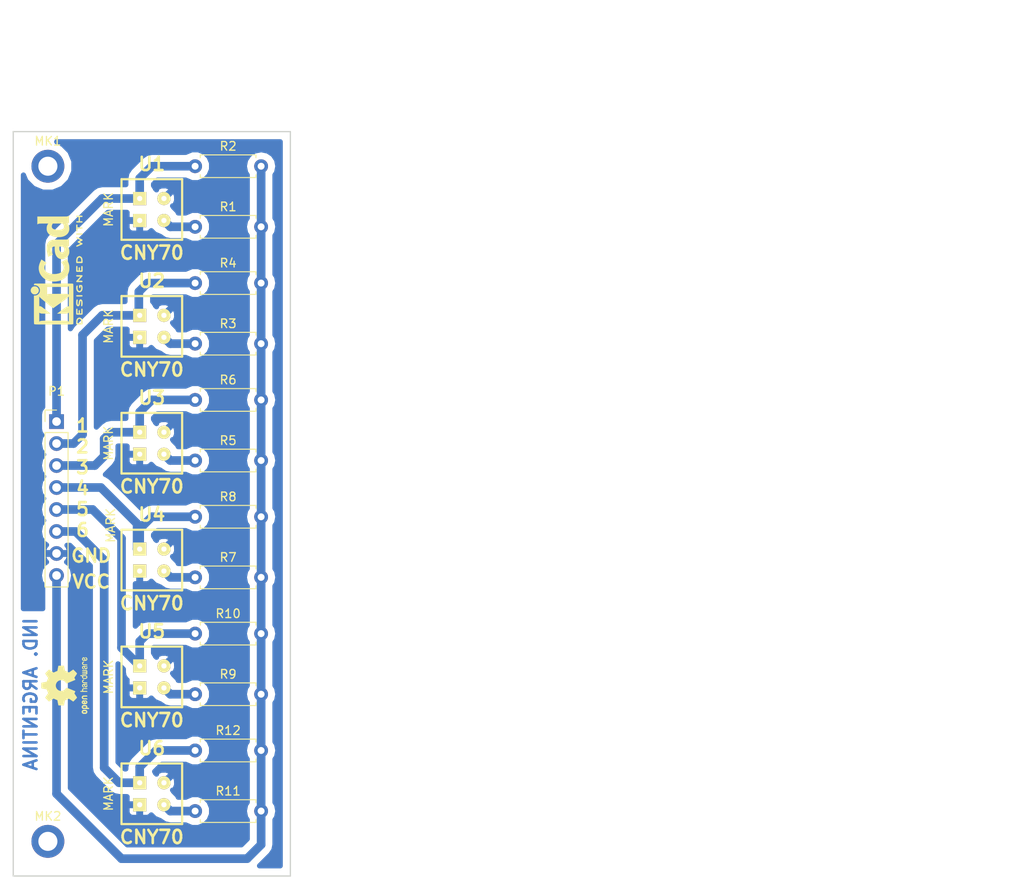
<source format=kicad_pcb>
(kicad_pcb (version 4) (host pcbnew 4.0.5+dfsg1-4)

  (general
    (links 42)
    (no_connects 0)
    (area 165.924999 63.924999 198.075001 150.075001)
    (thickness 1.6)
    (drawings 19)
    (tracks 75)
    (zones 0)
    (modules 23)
    (nets 15)
  )

  (page A4)
  (title_block
    (title "Seguidor de línea con CNY70")
    (date 2017-10-31)
    (rev 0.1)
    (company "Cursos KiCad")
    (comment 1 "Autor: Diego Brengi / Mariano Bustos")
  )

  (layers
    (0 F.Cu signal)
    (31 B.Cu signal hide)
    (32 B.Adhes user)
    (33 F.Adhes user)
    (34 B.Paste user)
    (35 F.Paste user)
    (36 B.SilkS user)
    (37 F.SilkS user)
    (38 B.Mask user)
    (39 F.Mask user)
    (40 Dwgs.User user)
    (41 Cmts.User user)
    (42 Eco1.User user)
    (43 Eco2.User user)
    (44 Edge.Cuts user)
    (45 Margin user)
    (46 B.CrtYd user)
    (47 F.CrtYd user)
    (48 B.Fab user)
    (49 F.Fab user)
  )

  (setup
    (last_trace_width 0.25)
    (user_trace_width 0.8)
    (user_trace_width 0.9)
    (user_trace_width 1)
    (user_trace_width 1.2)
    (user_trace_width 1.5)
    (trace_clearance 0.8)
    (zone_clearance 0.8)
    (zone_45_only no)
    (trace_min 0.2)
    (segment_width 0.2)
    (edge_width 0.15)
    (via_size 0.6)
    (via_drill 0.4)
    (via_min_size 0.4)
    (via_min_drill 0.3)
    (user_via 1.6 0.8)
    (uvia_size 0.3)
    (uvia_drill 0.1)
    (uvias_allowed no)
    (uvia_min_size 0.2)
    (uvia_min_drill 0.1)
    (pcb_text_width 0.3)
    (pcb_text_size 1.5 1.5)
    (mod_edge_width 0.15)
    (mod_text_size 1 1)
    (mod_text_width 0.15)
    (pad_size 1.524 1.524)
    (pad_drill 0.762)
    (pad_to_mask_clearance 0.2)
    (aux_axis_origin 0 0)
    (visible_elements FFFEFF7F)
    (pcbplotparams
      (layerselection 0x00030_80000001)
      (usegerberextensions false)
      (excludeedgelayer true)
      (linewidth 0.100000)
      (plotframeref false)
      (viasonmask false)
      (mode 1)
      (useauxorigin false)
      (hpglpennumber 1)
      (hpglpenspeed 20)
      (hpglpendiameter 15)
      (hpglpenoverlay 2)
      (psnegative false)
      (psa4output false)
      (plotreference true)
      (plotvalue true)
      (plotinvisibletext false)
      (padsonsilk false)
      (subtractmaskfromsilk false)
      (outputformat 1)
      (mirror false)
      (drillshape 1)
      (scaleselection 1)
      (outputdirectory ""))
  )

  (net 0 "")
  (net 1 "Net-(P1-Pad1)")
  (net 2 "Net-(P1-Pad2)")
  (net 3 "Net-(P1-Pad3)")
  (net 4 "Net-(P1-Pad4)")
  (net 5 "Net-(P1-Pad5)")
  (net 6 "Net-(P1-Pad6)")
  (net 7 GND)
  (net 8 VCC)
  (net 9 "Net-(R1-Pad1)")
  (net 10 "Net-(R3-Pad1)")
  (net 11 "Net-(R5-Pad1)")
  (net 12 "Net-(R7-Pad1)")
  (net 13 "Net-(R9-Pad1)")
  (net 14 "Net-(R11-Pad1)")

  (net_class Default "Esta es la clase de red por defecto."
    (clearance 0.8)
    (trace_width 0.25)
    (via_dia 0.6)
    (via_drill 0.4)
    (uvia_dia 0.3)
    (uvia_drill 0.1)
    (add_net GND)
    (add_net "Net-(P1-Pad1)")
    (add_net "Net-(P1-Pad2)")
    (add_net "Net-(P1-Pad3)")
    (add_net "Net-(P1-Pad4)")
    (add_net "Net-(P1-Pad5)")
    (add_net "Net-(P1-Pad6)")
    (add_net "Net-(R1-Pad1)")
    (add_net "Net-(R11-Pad1)")
    (add_net "Net-(R3-Pad1)")
    (add_net "Net-(R5-Pad1)")
    (add_net "Net-(R7-Pad1)")
    (add_net "Net-(R9-Pad1)")
    (add_net VCC)
  )

  (module Symbols:KiCad-Logo2_6mm_SilkScreen (layer F.Cu) (tedit 0) (tstamp 59F93A68)
    (at 171 80 90)
    (descr "KiCad Logo")
    (tags "Logo KiCad")
    (attr virtual)
    (fp_text reference REF*** (at 0 0 90) (layer F.SilkS) hide
      (effects (font (size 1 1) (thickness 0.15)))
    )
    (fp_text value KiCad-Logo2_6mm_SilkScreen (at 0.75 0 90) (layer F.Fab) hide
      (effects (font (size 1 1) (thickness 0.15)))
    )
    (fp_poly (pts (xy -6.121371 2.269066) (xy -6.081889 2.269467) (xy -5.9662 2.272259) (xy -5.869311 2.28055)
      (xy -5.787919 2.295232) (xy -5.718723 2.317193) (xy -5.65842 2.347322) (xy -5.603708 2.38651)
      (xy -5.584167 2.403532) (xy -5.55175 2.443363) (xy -5.52252 2.497413) (xy -5.499991 2.557323)
      (xy -5.487679 2.614739) (xy -5.4864 2.635956) (xy -5.494417 2.694769) (xy -5.515899 2.759013)
      (xy -5.546999 2.819821) (xy -5.583866 2.86833) (xy -5.589854 2.874182) (xy -5.640579 2.915321)
      (xy -5.696125 2.947435) (xy -5.759696 2.971365) (xy -5.834494 2.987953) (xy -5.923722 2.998041)
      (xy -6.030582 3.002469) (xy -6.079528 3.002845) (xy -6.141762 3.002545) (xy -6.185528 3.001292)
      (xy -6.214931 2.998554) (xy -6.234079 2.993801) (xy -6.247077 2.986501) (xy -6.254045 2.980267)
      (xy -6.260626 2.972694) (xy -6.265788 2.962924) (xy -6.269703 2.94834) (xy -6.272543 2.926326)
      (xy -6.27448 2.894264) (xy -6.275684 2.849536) (xy -6.276328 2.789526) (xy -6.276583 2.711617)
      (xy -6.276622 2.635956) (xy -6.27687 2.535041) (xy -6.276817 2.454427) (xy -6.275857 2.415822)
      (xy -6.129867 2.415822) (xy -6.129867 2.856089) (xy -6.036734 2.856004) (xy -5.980693 2.854396)
      (xy -5.921999 2.850256) (xy -5.873028 2.844464) (xy -5.871538 2.844226) (xy -5.792392 2.82509)
      (xy -5.731002 2.795287) (xy -5.684305 2.752878) (xy -5.654635 2.706961) (xy -5.636353 2.656026)
      (xy -5.637771 2.6082) (xy -5.658988 2.556933) (xy -5.700489 2.503899) (xy -5.757998 2.4646)
      (xy -5.83275 2.438331) (xy -5.882708 2.429035) (xy -5.939416 2.422507) (xy -5.999519 2.417782)
      (xy -6.050639 2.415817) (xy -6.053667 2.415808) (xy -6.129867 2.415822) (xy -6.275857 2.415822)
      (xy -6.27526 2.391851) (xy -6.270998 2.345055) (xy -6.26283 2.311778) (xy -6.249556 2.289759)
      (xy -6.229974 2.276739) (xy -6.202883 2.270457) (xy -6.167082 2.268653) (xy -6.121371 2.269066)) (layer F.SilkS) (width 0.01))
    (fp_poly (pts (xy -4.712794 2.269146) (xy -4.643386 2.269518) (xy -4.590997 2.270385) (xy -4.552847 2.271946)
      (xy -4.526159 2.274403) (xy -4.508153 2.277957) (xy -4.496049 2.28281) (xy -4.487069 2.289161)
      (xy -4.483818 2.292084) (xy -4.464043 2.323142) (xy -4.460482 2.358828) (xy -4.473491 2.39051)
      (xy -4.479506 2.396913) (xy -4.489235 2.403121) (xy -4.504901 2.40791) (xy -4.529408 2.411514)
      (xy -4.565661 2.414164) (xy -4.616565 2.416095) (xy -4.685026 2.417539) (xy -4.747617 2.418418)
      (xy -4.995334 2.421467) (xy -4.998719 2.486378) (xy -5.002105 2.551289) (xy -4.833958 2.551289)
      (xy -4.760959 2.551919) (xy -4.707517 2.554553) (xy -4.670628 2.560309) (xy -4.647288 2.570304)
      (xy -4.634494 2.585656) (xy -4.629242 2.607482) (xy -4.628445 2.627738) (xy -4.630923 2.652592)
      (xy -4.640277 2.670906) (xy -4.659383 2.683637) (xy -4.691118 2.691741) (xy -4.738359 2.696176)
      (xy -4.803983 2.697899) (xy -4.839801 2.698045) (xy -5.000978 2.698045) (xy -5.000978 2.856089)
      (xy -4.752622 2.856089) (xy -4.671213 2.856202) (xy -4.609342 2.856712) (xy -4.563968 2.85787)
      (xy -4.532054 2.85993) (xy -4.510559 2.863146) (xy -4.496443 2.867772) (xy -4.486668 2.874059)
      (xy -4.481689 2.878667) (xy -4.46461 2.90556) (xy -4.459111 2.929467) (xy -4.466963 2.958667)
      (xy -4.481689 2.980267) (xy -4.489546 2.987066) (xy -4.499688 2.992346) (xy -4.514844 2.996298)
      (xy -4.537741 2.999113) (xy -4.571109 3.000982) (xy -4.617675 3.002098) (xy -4.680167 3.002651)
      (xy -4.761314 3.002833) (xy -4.803422 3.002845) (xy -4.893598 3.002765) (xy -4.963924 3.002398)
      (xy -5.017129 3.001552) (xy -5.05594 3.000036) (xy -5.083087 2.997659) (xy -5.101298 2.994229)
      (xy -5.1133 2.989554) (xy -5.121822 2.983444) (xy -5.125156 2.980267) (xy -5.131755 2.97267)
      (xy -5.136927 2.96287) (xy -5.140846 2.948239) (xy -5.143684 2.926152) (xy -5.145615 2.893982)
      (xy -5.146812 2.849103) (xy -5.147448 2.788889) (xy -5.147697 2.710713) (xy -5.147734 2.637923)
      (xy -5.1477 2.544707) (xy -5.147465 2.471431) (xy -5.14683 2.415458) (xy -5.145594 2.374151)
      (xy -5.143556 2.344872) (xy -5.140517 2.324984) (xy -5.136277 2.31185) (xy -5.130635 2.302832)
      (xy -5.123391 2.295293) (xy -5.121606 2.293612) (xy -5.112945 2.286172) (xy -5.102882 2.280409)
      (xy -5.088625 2.276112) (xy -5.067383 2.273064) (xy -5.036364 2.271051) (xy -4.992777 2.26986)
      (xy -4.933831 2.269275) (xy -4.856734 2.269083) (xy -4.802001 2.269067) (xy -4.712794 2.269146)) (layer F.SilkS) (width 0.01))
    (fp_poly (pts (xy -3.691703 2.270351) (xy -3.616888 2.275581) (xy -3.547306 2.28375) (xy -3.487002 2.29455)
      (xy -3.44002 2.307673) (xy -3.410406 2.322813) (xy -3.40586 2.327269) (xy -3.390054 2.36185)
      (xy -3.394847 2.397351) (xy -3.419364 2.427725) (xy -3.420534 2.428596) (xy -3.434954 2.437954)
      (xy -3.450008 2.442876) (xy -3.471005 2.443473) (xy -3.503257 2.439861) (xy -3.552073 2.432154)
      (xy -3.556 2.431505) (xy -3.628739 2.422569) (xy -3.707217 2.418161) (xy -3.785927 2.418119)
      (xy -3.859361 2.422279) (xy -3.922011 2.430479) (xy -3.96837 2.442557) (xy -3.971416 2.443771)
      (xy -4.005048 2.462615) (xy -4.016864 2.481685) (xy -4.007614 2.500439) (xy -3.978047 2.518337)
      (xy -3.928911 2.534837) (xy -3.860957 2.549396) (xy -3.815645 2.556406) (xy -3.721456 2.569889)
      (xy -3.646544 2.582214) (xy -3.587717 2.594449) (xy -3.541785 2.607661) (xy -3.505555 2.622917)
      (xy -3.475838 2.641285) (xy -3.449442 2.663831) (xy -3.42823 2.685971) (xy -3.403065 2.716819)
      (xy -3.390681 2.743345) (xy -3.386808 2.776026) (xy -3.386667 2.787995) (xy -3.389576 2.827712)
      (xy -3.401202 2.857259) (xy -3.421323 2.883486) (xy -3.462216 2.923576) (xy -3.507817 2.954149)
      (xy -3.561513 2.976203) (xy -3.626692 2.990735) (xy -3.706744 2.998741) (xy -3.805057 3.001218)
      (xy -3.821289 3.001177) (xy -3.886849 2.999818) (xy -3.951866 2.99673) (xy -4.009252 2.992356)
      (xy -4.051922 2.98714) (xy -4.055372 2.986541) (xy -4.097796 2.976491) (xy -4.13378 2.963796)
      (xy -4.15415 2.95219) (xy -4.173107 2.921572) (xy -4.174427 2.885918) (xy -4.158085 2.854144)
      (xy -4.154429 2.850551) (xy -4.139315 2.839876) (xy -4.120415 2.835276) (xy -4.091162 2.836059)
      (xy -4.055651 2.840127) (xy -4.01597 2.843762) (xy -3.960345 2.846828) (xy -3.895406 2.849053)
      (xy -3.827785 2.850164) (xy -3.81 2.850237) (xy -3.742128 2.849964) (xy -3.692454 2.848646)
      (xy -3.65661 2.845827) (xy -3.630224 2.84105) (xy -3.608926 2.833857) (xy -3.596126 2.827867)
      (xy -3.568 2.811233) (xy -3.550068 2.796168) (xy -3.547447 2.791897) (xy -3.552976 2.774263)
      (xy -3.57926 2.757192) (xy -3.624478 2.741458) (xy -3.686808 2.727838) (xy -3.705171 2.724804)
      (xy -3.80109 2.709738) (xy -3.877641 2.697146) (xy -3.93778 2.686111) (xy -3.98446 2.67572)
      (xy -4.020637 2.665056) (xy -4.049265 2.653205) (xy -4.073298 2.639251) (xy -4.095692 2.622281)
      (xy -4.119402 2.601378) (xy -4.12738 2.594049) (xy -4.155353 2.566699) (xy -4.17016 2.545029)
      (xy -4.175952 2.520232) (xy -4.176889 2.488983) (xy -4.166575 2.427705) (xy -4.135752 2.37564)
      (xy -4.084595 2.332958) (xy -4.013283 2.299825) (xy -3.9624 2.284964) (xy -3.9071 2.275366)
      (xy -3.840853 2.269936) (xy -3.767706 2.268367) (xy -3.691703 2.270351)) (layer F.SilkS) (width 0.01))
    (fp_poly (pts (xy -2.923822 2.291645) (xy -2.917242 2.299218) (xy -2.912079 2.308987) (xy -2.908164 2.323571)
      (xy -2.905324 2.345585) (xy -2.903387 2.377648) (xy -2.902183 2.422375) (xy -2.901539 2.482385)
      (xy -2.901284 2.560294) (xy -2.901245 2.635956) (xy -2.901314 2.729802) (xy -2.901638 2.803689)
      (xy -2.902386 2.860232) (xy -2.903732 2.902049) (xy -2.905846 2.931757) (xy -2.9089 2.951973)
      (xy -2.913066 2.965314) (xy -2.918516 2.974398) (xy -2.923822 2.980267) (xy -2.956826 2.999947)
      (xy -2.991991 2.998181) (xy -3.023455 2.976717) (xy -3.030684 2.968337) (xy -3.036334 2.958614)
      (xy -3.040599 2.944861) (xy -3.043673 2.924389) (xy -3.045752 2.894512) (xy -3.04703 2.852541)
      (xy -3.047701 2.795789) (xy -3.047959 2.721567) (xy -3.048 2.637537) (xy -3.048 2.324485)
      (xy -3.020291 2.296776) (xy -2.986137 2.273463) (xy -2.953006 2.272623) (xy -2.923822 2.291645)) (layer F.SilkS) (width 0.01))
    (fp_poly (pts (xy -1.950081 2.274599) (xy -1.881565 2.286095) (xy -1.828943 2.303967) (xy -1.794708 2.327499)
      (xy -1.785379 2.340924) (xy -1.775893 2.372148) (xy -1.782277 2.400395) (xy -1.80243 2.427182)
      (xy -1.833745 2.439713) (xy -1.879183 2.438696) (xy -1.914326 2.431906) (xy -1.992419 2.418971)
      (xy -2.072226 2.417742) (xy -2.161555 2.428241) (xy -2.186229 2.43269) (xy -2.269291 2.456108)
      (xy -2.334273 2.490945) (xy -2.380461 2.536604) (xy -2.407145 2.592494) (xy -2.412663 2.621388)
      (xy -2.409051 2.680012) (xy -2.385729 2.731879) (xy -2.344824 2.775978) (xy -2.288459 2.811299)
      (xy -2.21876 2.836829) (xy -2.137852 2.851559) (xy -2.04786 2.854478) (xy -1.95091 2.844575)
      (xy -1.945436 2.843641) (xy -1.906875 2.836459) (xy -1.885494 2.829521) (xy -1.876227 2.819227)
      (xy -1.874006 2.801976) (xy -1.873956 2.792841) (xy -1.873956 2.754489) (xy -1.942431 2.754489)
      (xy -2.0029 2.750347) (xy -2.044165 2.737147) (xy -2.068175 2.71373) (xy -2.076877 2.678936)
      (xy -2.076983 2.674394) (xy -2.071892 2.644654) (xy -2.054433 2.623419) (xy -2.021939 2.609366)
      (xy -1.971743 2.601173) (xy -1.923123 2.598161) (xy -1.852456 2.596433) (xy -1.801198 2.59907)
      (xy -1.766239 2.6088) (xy -1.74447 2.628353) (xy -1.73278 2.660456) (xy -1.72806 2.707838)
      (xy -1.7272 2.770071) (xy -1.728609 2.839535) (xy -1.732848 2.886786) (xy -1.739936 2.912012)
      (xy -1.741311 2.913988) (xy -1.780228 2.945508) (xy -1.837286 2.97047) (xy -1.908869 2.98834)
      (xy -1.991358 2.998586) (xy -2.081139 3.000673) (xy -2.174592 2.994068) (xy -2.229556 2.985956)
      (xy -2.315766 2.961554) (xy -2.395892 2.921662) (xy -2.462977 2.869887) (xy -2.473173 2.859539)
      (xy -2.506302 2.816035) (xy -2.536194 2.762118) (xy -2.559357 2.705592) (xy -2.572298 2.654259)
      (xy -2.573858 2.634544) (xy -2.567218 2.593419) (xy -2.549568 2.542252) (xy -2.524297 2.488394)
      (xy -2.494789 2.439195) (xy -2.468719 2.406334) (xy -2.407765 2.357452) (xy -2.328969 2.318545)
      (xy -2.235157 2.290494) (xy -2.12915 2.274179) (xy -2.032 2.270192) (xy -1.950081 2.274599)) (layer F.SilkS) (width 0.01))
    (fp_poly (pts (xy -1.300114 2.273448) (xy -1.276548 2.287273) (xy -1.245735 2.309881) (xy -1.206078 2.342338)
      (xy -1.15598 2.385708) (xy -1.093843 2.441058) (xy -1.018072 2.509451) (xy -0.931334 2.588084)
      (xy -0.750711 2.751878) (xy -0.745067 2.532029) (xy -0.743029 2.456351) (xy -0.741063 2.399994)
      (xy -0.738734 2.359706) (xy -0.735606 2.332235) (xy -0.731245 2.314329) (xy -0.725216 2.302737)
      (xy -0.717084 2.294208) (xy -0.712772 2.290623) (xy -0.678241 2.27167) (xy -0.645383 2.274441)
      (xy -0.619318 2.290633) (xy -0.592667 2.312199) (xy -0.589352 2.627151) (xy -0.588435 2.719779)
      (xy -0.587968 2.792544) (xy -0.588113 2.848161) (xy -0.589032 2.889342) (xy -0.590887 2.918803)
      (xy -0.593839 2.939255) (xy -0.59805 2.953413) (xy -0.603682 2.963991) (xy -0.609927 2.972474)
      (xy -0.623439 2.988207) (xy -0.636883 2.998636) (xy -0.652124 3.002639) (xy -0.671026 2.999094)
      (xy -0.695455 2.986879) (xy -0.727273 2.964871) (xy -0.768348 2.931949) (xy -0.820542 2.886991)
      (xy -0.885722 2.828875) (xy -0.959556 2.762099) (xy -1.224845 2.521458) (xy -1.230489 2.740589)
      (xy -1.232531 2.816128) (xy -1.234502 2.872354) (xy -1.236839 2.912524) (xy -1.239981 2.939896)
      (xy -1.244364 2.957728) (xy -1.250424 2.969279) (xy -1.2586 2.977807) (xy -1.262784 2.981282)
      (xy -1.299765 3.000372) (xy -1.334708 2.997493) (xy -1.365136 2.9731) (xy -1.372097 2.963286)
      (xy -1.377523 2.951826) (xy -1.381603 2.935968) (xy -1.384529 2.912963) (xy -1.386492 2.880062)
      (xy -1.387683 2.834516) (xy -1.388292 2.773573) (xy -1.388511 2.694486) (xy -1.388534 2.635956)
      (xy -1.38846 2.544407) (xy -1.388113 2.472687) (xy -1.387301 2.418045) (xy -1.385833 2.377732)
      (xy -1.383519 2.348998) (xy -1.380167 2.329093) (xy -1.375588 2.315268) (xy -1.369589 2.304772)
      (xy -1.365136 2.298811) (xy -1.35385 2.284691) (xy -1.343301 2.274029) (xy -1.331893 2.267892)
      (xy -1.31803 2.267343) (xy -1.300114 2.273448)) (layer F.SilkS) (width 0.01))
    (fp_poly (pts (xy 0.230343 2.26926) (xy 0.306701 2.270174) (xy 0.365217 2.272311) (xy 0.408255 2.276175)
      (xy 0.438183 2.282267) (xy 0.457368 2.29109) (xy 0.468176 2.303146) (xy 0.472973 2.318939)
      (xy 0.474127 2.33897) (xy 0.474133 2.341335) (xy 0.473131 2.363992) (xy 0.468396 2.381503)
      (xy 0.457333 2.394574) (xy 0.437348 2.403913) (xy 0.405846 2.410227) (xy 0.360232 2.414222)
      (xy 0.297913 2.416606) (xy 0.216293 2.418086) (xy 0.191277 2.418414) (xy -0.0508 2.421467)
      (xy -0.054186 2.486378) (xy -0.057571 2.551289) (xy 0.110576 2.551289) (xy 0.176266 2.551531)
      (xy 0.223172 2.552556) (xy 0.255083 2.554811) (xy 0.275791 2.558742) (xy 0.289084 2.564798)
      (xy 0.298755 2.573424) (xy 0.298817 2.573493) (xy 0.316356 2.607112) (xy 0.315722 2.643448)
      (xy 0.297314 2.674423) (xy 0.293671 2.677607) (xy 0.280741 2.685812) (xy 0.263024 2.691521)
      (xy 0.23657 2.695162) (xy 0.197432 2.697167) (xy 0.141662 2.697964) (xy 0.105994 2.698045)
      (xy -0.056445 2.698045) (xy -0.056445 2.856089) (xy 0.190161 2.856089) (xy 0.27158 2.856231)
      (xy 0.33341 2.856814) (xy 0.378637 2.858068) (xy 0.410248 2.860227) (xy 0.431231 2.863523)
      (xy 0.444573 2.868189) (xy 0.453261 2.874457) (xy 0.45545 2.876733) (xy 0.471614 2.90828)
      (xy 0.472797 2.944168) (xy 0.459536 2.975285) (xy 0.449043 2.985271) (xy 0.438129 2.990769)
      (xy 0.421217 2.995022) (xy 0.395633 2.99818) (xy 0.358701 3.000392) (xy 0.307746 3.001806)
      (xy 0.240094 3.002572) (xy 0.153069 3.002838) (xy 0.133394 3.002845) (xy 0.044911 3.002787)
      (xy -0.023773 3.002467) (xy -0.075436 3.001667) (xy -0.112855 3.000167) (xy -0.13881 2.997749)
      (xy -0.156078 2.994194) (xy -0.167438 2.989282) (xy -0.175668 2.982795) (xy -0.180183 2.978138)
      (xy -0.186979 2.969889) (xy -0.192288 2.959669) (xy -0.196294 2.9448) (xy -0.199179 2.922602)
      (xy -0.201126 2.890393) (xy -0.202319 2.845496) (xy -0.202939 2.785228) (xy -0.203171 2.706911)
      (xy -0.2032 2.640994) (xy -0.203129 2.548628) (xy -0.202792 2.476117) (xy -0.202002 2.420737)
      (xy -0.200574 2.379765) (xy -0.198321 2.350478) (xy -0.195057 2.330153) (xy -0.190596 2.316066)
      (xy -0.184752 2.305495) (xy -0.179803 2.298811) (xy -0.156406 2.269067) (xy 0.133774 2.269067)
      (xy 0.230343 2.26926)) (layer F.SilkS) (width 0.01))
    (fp_poly (pts (xy 1.018309 2.269275) (xy 1.147288 2.273636) (xy 1.256991 2.286861) (xy 1.349226 2.309741)
      (xy 1.425802 2.34307) (xy 1.488527 2.387638) (xy 1.539212 2.444236) (xy 1.579663 2.513658)
      (xy 1.580459 2.515351) (xy 1.604601 2.577483) (xy 1.613203 2.632509) (xy 1.606231 2.687887)
      (xy 1.583654 2.751073) (xy 1.579372 2.760689) (xy 1.550172 2.816966) (xy 1.517356 2.860451)
      (xy 1.475002 2.897417) (xy 1.41719 2.934135) (xy 1.413831 2.936052) (xy 1.363504 2.960227)
      (xy 1.306621 2.978282) (xy 1.239527 2.990839) (xy 1.158565 2.998522) (xy 1.060082 3.001953)
      (xy 1.025286 3.002251) (xy 0.859594 3.002845) (xy 0.836197 2.9731) (xy 0.829257 2.963319)
      (xy 0.823842 2.951897) (xy 0.819765 2.936095) (xy 0.816837 2.913175) (xy 0.814867 2.880396)
      (xy 0.814225 2.856089) (xy 0.970844 2.856089) (xy 1.064726 2.856089) (xy 1.119664 2.854483)
      (xy 1.17606 2.850255) (xy 1.222345 2.844292) (xy 1.225139 2.84379) (xy 1.307348 2.821736)
      (xy 1.371114 2.7886) (xy 1.418452 2.742847) (xy 1.451382 2.682939) (xy 1.457108 2.667061)
      (xy 1.462721 2.642333) (xy 1.460291 2.617902) (xy 1.448467 2.5854) (xy 1.44134 2.569434)
      (xy 1.418 2.527006) (xy 1.38988 2.49724) (xy 1.35894 2.476511) (xy 1.296966 2.449537)
      (xy 1.217651 2.429998) (xy 1.125253 2.418746) (xy 1.058333 2.41627) (xy 0.970844 2.415822)
      (xy 0.970844 2.856089) (xy 0.814225 2.856089) (xy 0.813668 2.835021) (xy 0.81305 2.774311)
      (xy 0.812825 2.695526) (xy 0.8128 2.63392) (xy 0.8128 2.324485) (xy 0.840509 2.296776)
      (xy 0.852806 2.285544) (xy 0.866103 2.277853) (xy 0.884672 2.27304) (xy 0.912786 2.270446)
      (xy 0.954717 2.26941) (xy 1.014737 2.26927) (xy 1.018309 2.269275)) (layer F.SilkS) (width 0.01))
    (fp_poly (pts (xy 3.744665 2.271034) (xy 3.764255 2.278035) (xy 3.76501 2.278377) (xy 3.791613 2.298678)
      (xy 3.80627 2.319561) (xy 3.809138 2.329352) (xy 3.808996 2.342361) (xy 3.804961 2.360895)
      (xy 3.796146 2.387257) (xy 3.781669 2.423752) (xy 3.760645 2.472687) (xy 3.732188 2.536365)
      (xy 3.695415 2.617093) (xy 3.675175 2.661216) (xy 3.638625 2.739985) (xy 3.604315 2.812423)
      (xy 3.573552 2.87588) (xy 3.547648 2.927708) (xy 3.52791 2.965259) (xy 3.51565 2.985884)
      (xy 3.513224 2.988733) (xy 3.482183 3.001302) (xy 3.447121 2.999619) (xy 3.419 2.984332)
      (xy 3.417854 2.983089) (xy 3.406668 2.966154) (xy 3.387904 2.93317) (xy 3.363875 2.88838)
      (xy 3.336897 2.836032) (xy 3.327201 2.816742) (xy 3.254014 2.67015) (xy 3.17424 2.829393)
      (xy 3.145767 2.884415) (xy 3.11935 2.932132) (xy 3.097148 2.968893) (xy 3.081319 2.991044)
      (xy 3.075954 2.995741) (xy 3.034257 3.002102) (xy 2.999849 2.988733) (xy 2.989728 2.974446)
      (xy 2.972214 2.942692) (xy 2.948735 2.896597) (xy 2.92072 2.839285) (xy 2.889599 2.77388)
      (xy 2.856799 2.703507) (xy 2.82375 2.631291) (xy 2.791881 2.560355) (xy 2.762619 2.493825)
      (xy 2.737395 2.434826) (xy 2.717636 2.386481) (xy 2.704772 2.351915) (xy 2.700231 2.334253)
      (xy 2.700277 2.333613) (xy 2.711326 2.311388) (xy 2.73341 2.288753) (xy 2.73471 2.287768)
      (xy 2.761853 2.272425) (xy 2.786958 2.272574) (xy 2.796368 2.275466) (xy 2.807834 2.281718)
      (xy 2.82001 2.294014) (xy 2.834357 2.314908) (xy 2.852336 2.346949) (xy 2.875407 2.392688)
      (xy 2.90503 2.454677) (xy 2.931745 2.511898) (xy 2.96248 2.578226) (xy 2.990021 2.637874)
      (xy 3.012938 2.687725) (xy 3.029798 2.724664) (xy 3.039173 2.745573) (xy 3.04054 2.748845)
      (xy 3.046689 2.743497) (xy 3.060822 2.721109) (xy 3.081057 2.684946) (xy 3.105515 2.638277)
      (xy 3.115248 2.619022) (xy 3.148217 2.554004) (xy 3.173643 2.506654) (xy 3.193612 2.474219)
      (xy 3.21021 2.453946) (xy 3.225524 2.443082) (xy 3.24164 2.438875) (xy 3.252143 2.4384)
      (xy 3.27067 2.440042) (xy 3.286904 2.446831) (xy 3.303035 2.461566) (xy 3.321251 2.487044)
      (xy 3.343739 2.526061) (xy 3.372689 2.581414) (xy 3.388662 2.612903) (xy 3.41457 2.663087)
      (xy 3.437167 2.704704) (xy 3.454458 2.734242) (xy 3.46445 2.748189) (xy 3.465809 2.74877)
      (xy 3.472261 2.737793) (xy 3.486708 2.70929) (xy 3.507703 2.666244) (xy 3.533797 2.611638)
      (xy 3.563546 2.548454) (xy 3.57818 2.517071) (xy 3.61625 2.436078) (xy 3.646905 2.373756)
      (xy 3.671737 2.328071) (xy 3.692337 2.296989) (xy 3.710298 2.278478) (xy 3.72721 2.270504)
      (xy 3.744665 2.271034)) (layer F.SilkS) (width 0.01))
    (fp_poly (pts (xy 4.188614 2.275877) (xy 4.212327 2.290647) (xy 4.238978 2.312227) (xy 4.238978 2.633773)
      (xy 4.238893 2.72783) (xy 4.238529 2.801932) (xy 4.237724 2.858704) (xy 4.236313 2.900768)
      (xy 4.234133 2.930748) (xy 4.231021 2.951267) (xy 4.226814 2.964949) (xy 4.221348 2.974416)
      (xy 4.217472 2.979082) (xy 4.186034 2.999575) (xy 4.150233 2.998739) (xy 4.118873 2.981264)
      (xy 4.092222 2.959684) (xy 4.092222 2.312227) (xy 4.118873 2.290647) (xy 4.144594 2.274949)
      (xy 4.1656 2.269067) (xy 4.188614 2.275877)) (layer F.SilkS) (width 0.01))
    (fp_poly (pts (xy 4.963065 2.269163) (xy 5.041772 2.269542) (xy 5.102863 2.270333) (xy 5.148817 2.27167)
      (xy 5.182114 2.273683) (xy 5.205236 2.276506) (xy 5.220662 2.280269) (xy 5.230871 2.285105)
      (xy 5.235813 2.288822) (xy 5.261457 2.321358) (xy 5.264559 2.355138) (xy 5.248711 2.385826)
      (xy 5.238348 2.398089) (xy 5.227196 2.40645) (xy 5.211035 2.411657) (xy 5.185642 2.414457)
      (xy 5.146798 2.415596) (xy 5.09028 2.415821) (xy 5.07918 2.415822) (xy 4.933244 2.415822)
      (xy 4.933244 2.686756) (xy 4.933148 2.772154) (xy 4.932711 2.837864) (xy 4.931712 2.886774)
      (xy 4.929928 2.921773) (xy 4.927137 2.945749) (xy 4.923117 2.961593) (xy 4.917645 2.972191)
      (xy 4.910666 2.980267) (xy 4.877734 3.000112) (xy 4.843354 2.998548) (xy 4.812176 2.975906)
      (xy 4.809886 2.9731) (xy 4.802429 2.962492) (xy 4.796747 2.950081) (xy 4.792601 2.93285)
      (xy 4.78975 2.907784) (xy 4.787954 2.871867) (xy 4.786972 2.822083) (xy 4.786564 2.755417)
      (xy 4.786489 2.679589) (xy 4.786489 2.415822) (xy 4.647127 2.415822) (xy 4.587322 2.415418)
      (xy 4.545918 2.41384) (xy 4.518748 2.410547) (xy 4.501646 2.404992) (xy 4.490443 2.396631)
      (xy 4.489083 2.395178) (xy 4.472725 2.361939) (xy 4.474172 2.324362) (xy 4.492978 2.291645)
      (xy 4.50025 2.285298) (xy 4.509627 2.280266) (xy 4.523609 2.276396) (xy 4.544696 2.273537)
      (xy 4.575389 2.271535) (xy 4.618189 2.270239) (xy 4.675595 2.269498) (xy 4.75011 2.269158)
      (xy 4.844233 2.269068) (xy 4.86426 2.269067) (xy 4.963065 2.269163)) (layer F.SilkS) (width 0.01))
    (fp_poly (pts (xy 6.228823 2.274533) (xy 6.260202 2.296776) (xy 6.287911 2.324485) (xy 6.287911 2.63392)
      (xy 6.287838 2.725799) (xy 6.287495 2.79784) (xy 6.286692 2.85278) (xy 6.285241 2.89336)
      (xy 6.282952 2.922317) (xy 6.279636 2.942391) (xy 6.275105 2.956321) (xy 6.269169 2.966845)
      (xy 6.264514 2.9731) (xy 6.233783 2.997673) (xy 6.198496 3.000341) (xy 6.166245 2.985271)
      (xy 6.155588 2.976374) (xy 6.148464 2.964557) (xy 6.144167 2.945526) (xy 6.141991 2.914992)
      (xy 6.141228 2.868662) (xy 6.141155 2.832871) (xy 6.141155 2.698045) (xy 5.644444 2.698045)
      (xy 5.644444 2.8207) (xy 5.643931 2.876787) (xy 5.641876 2.915333) (xy 5.637508 2.941361)
      (xy 5.630056 2.959897) (xy 5.621047 2.9731) (xy 5.590144 2.997604) (xy 5.555196 3.000506)
      (xy 5.521738 2.983089) (xy 5.512604 2.973959) (xy 5.506152 2.961855) (xy 5.501897 2.943001)
      (xy 5.499352 2.91362) (xy 5.498029 2.869937) (xy 5.497443 2.808175) (xy 5.497375 2.794)
      (xy 5.496891 2.677631) (xy 5.496641 2.581727) (xy 5.496723 2.504177) (xy 5.497231 2.442869)
      (xy 5.498262 2.39569) (xy 5.499913 2.36053) (xy 5.502279 2.335276) (xy 5.505457 2.317817)
      (xy 5.509544 2.306041) (xy 5.514634 2.297835) (xy 5.520266 2.291645) (xy 5.552128 2.271844)
      (xy 5.585357 2.274533) (xy 5.616735 2.296776) (xy 5.629433 2.311126) (xy 5.637526 2.326978)
      (xy 5.642042 2.349554) (xy 5.644006 2.384078) (xy 5.644444 2.435776) (xy 5.644444 2.551289)
      (xy 6.141155 2.551289) (xy 6.141155 2.432756) (xy 6.141662 2.378148) (xy 6.143698 2.341275)
      (xy 6.148035 2.317307) (xy 6.155447 2.301415) (xy 6.163733 2.291645) (xy 6.195594 2.271844)
      (xy 6.228823 2.274533)) (layer F.SilkS) (width 0.01))
    (fp_poly (pts (xy -2.9464 -2.510946) (xy -2.935535 -2.397007) (xy -2.903918 -2.289384) (xy -2.853015 -2.190385)
      (xy -2.784293 -2.102316) (xy -2.699219 -2.027484) (xy -2.602232 -1.969616) (xy -2.495964 -1.929995)
      (xy -2.38895 -1.911427) (xy -2.2833 -1.912566) (xy -2.181125 -1.93207) (xy -2.084534 -1.968594)
      (xy -1.995638 -2.020795) (xy -1.916546 -2.087327) (xy -1.849369 -2.166848) (xy -1.796217 -2.258013)
      (xy -1.759199 -2.359477) (xy -1.740427 -2.469898) (xy -1.738489 -2.519794) (xy -1.738489 -2.607733)
      (xy -1.68656 -2.607733) (xy -1.650253 -2.604889) (xy -1.623355 -2.593089) (xy -1.596249 -2.569351)
      (xy -1.557867 -2.530969) (xy -1.557867 -0.339398) (xy -1.557876 -0.077261) (xy -1.557908 0.163241)
      (xy -1.557972 0.383048) (xy -1.558076 0.583101) (xy -1.558227 0.764344) (xy -1.558434 0.927716)
      (xy -1.558706 1.07416) (xy -1.55905 1.204617) (xy -1.559474 1.320029) (xy -1.559987 1.421338)
      (xy -1.560597 1.509484) (xy -1.561312 1.58541) (xy -1.56214 1.650057) (xy -1.563089 1.704367)
      (xy -1.564167 1.74928) (xy -1.565383 1.78574) (xy -1.566745 1.814687) (xy -1.568261 1.837063)
      (xy -1.569938 1.853809) (xy -1.571786 1.865868) (xy -1.573813 1.87418) (xy -1.576025 1.879687)
      (xy -1.577108 1.881537) (xy -1.581271 1.888549) (xy -1.584805 1.894996) (xy -1.588635 1.9009)
      (xy -1.593682 1.906286) (xy -1.600871 1.911178) (xy -1.611123 1.915598) (xy -1.625364 1.919572)
      (xy -1.644514 1.923121) (xy -1.669499 1.92627) (xy -1.70124 1.929042) (xy -1.740662 1.931461)
      (xy -1.788686 1.933551) (xy -1.846237 1.935335) (xy -1.914237 1.936837) (xy -1.99361 1.93808)
      (xy -2.085279 1.939089) (xy -2.190166 1.939885) (xy -2.309196 1.940494) (xy -2.44329 1.940939)
      (xy -2.593373 1.941243) (xy -2.760367 1.94143) (xy -2.945196 1.941524) (xy -3.148783 1.941548)
      (xy -3.37205 1.941525) (xy -3.615922 1.94148) (xy -3.881321 1.941437) (xy -3.919704 1.941432)
      (xy -4.186682 1.941389) (xy -4.432002 1.941318) (xy -4.656583 1.941213) (xy -4.861345 1.941066)
      (xy -5.047206 1.940869) (xy -5.215088 1.940616) (xy -5.365908 1.9403) (xy -5.500587 1.939913)
      (xy -5.620044 1.939447) (xy -5.725199 1.938897) (xy -5.816971 1.938253) (xy -5.896279 1.937511)
      (xy -5.964043 1.936661) (xy -6.021182 1.935697) (xy -6.068617 1.934611) (xy -6.107266 1.933397)
      (xy -6.138049 1.932047) (xy -6.161885 1.930555) (xy -6.179694 1.928911) (xy -6.192395 1.927111)
      (xy -6.200908 1.925145) (xy -6.205266 1.923477) (xy -6.213728 1.919906) (xy -6.221497 1.91727)
      (xy -6.228602 1.914634) (xy -6.235073 1.911062) (xy -6.240939 1.905621) (xy -6.246229 1.897375)
      (xy -6.250974 1.88539) (xy -6.255202 1.868731) (xy -6.258943 1.846463) (xy -6.262227 1.817652)
      (xy -6.265083 1.781363) (xy -6.26754 1.736661) (xy -6.269629 1.682611) (xy -6.271378 1.618279)
      (xy -6.272817 1.54273) (xy -6.273976 1.45503) (xy -6.274883 1.354243) (xy -6.275569 1.239434)
      (xy -6.276063 1.10967) (xy -6.276395 0.964015) (xy -6.276593 0.801535) (xy -6.276687 0.621295)
      (xy -6.276708 0.42236) (xy -6.276685 0.203796) (xy -6.276646 -0.035332) (xy -6.276622 -0.29596)
      (xy -6.276622 -0.338111) (xy -6.276636 -0.601008) (xy -6.276661 -0.842268) (xy -6.276671 -1.062835)
      (xy -6.276642 -1.263648) (xy -6.276548 -1.445651) (xy -6.276362 -1.609784) (xy -6.276059 -1.756989)
      (xy -6.275614 -1.888208) (xy -6.275034 -1.998133) (xy -5.972197 -1.998133) (xy -5.932407 -1.940289)
      (xy -5.921236 -1.924521) (xy -5.911166 -1.910559) (xy -5.902138 -1.897216) (xy -5.894097 -1.883307)
      (xy -5.886986 -1.867644) (xy -5.880747 -1.849042) (xy -5.875325 -1.826314) (xy -5.870662 -1.798273)
      (xy -5.866701 -1.763733) (xy -5.863385 -1.721508) (xy -5.860659 -1.670411) (xy -5.858464 -1.609256)
      (xy -5.856745 -1.536856) (xy -5.855444 -1.452025) (xy -5.854505 -1.353578) (xy -5.85387 -1.240326)
      (xy -5.853484 -1.111084) (xy -5.853288 -0.964666) (xy -5.853227 -0.799884) (xy -5.853243 -0.615553)
      (xy -5.85328 -0.410487) (xy -5.853289 -0.287867) (xy -5.853265 -0.070918) (xy -5.853231 0.124642)
      (xy -5.853243 0.299999) (xy -5.853358 0.456341) (xy -5.85363 0.594857) (xy -5.854118 0.716734)
      (xy -5.854876 0.82316) (xy -5.855962 0.915322) (xy -5.857431 0.994409) (xy -5.85934 1.061608)
      (xy -5.861744 1.118107) (xy -5.864701 1.165093) (xy -5.868266 1.203755) (xy -5.872495 1.23528)
      (xy -5.877446 1.260855) (xy -5.883173 1.28167) (xy -5.889733 1.298911) (xy -5.897183 1.313765)
      (xy -5.905579 1.327422) (xy -5.914976 1.341069) (xy -5.925432 1.355893) (xy -5.931523 1.364783)
      (xy -5.970296 1.4224) (xy -5.438732 1.4224) (xy -5.315483 1.422365) (xy -5.212987 1.422215)
      (xy -5.12942 1.421878) (xy -5.062956 1.421286) (xy -5.011771 1.420367) (xy -4.974041 1.419051)
      (xy -4.94794 1.417269) (xy -4.931644 1.414951) (xy -4.923328 1.412026) (xy -4.921168 1.408424)
      (xy -4.923339 1.404075) (xy -4.924535 1.402645) (xy -4.949685 1.365573) (xy -4.975583 1.312772)
      (xy -4.999192 1.25077) (xy -5.007461 1.224357) (xy -5.012078 1.206416) (xy -5.015979 1.185355)
      (xy -5.019248 1.159089) (xy -5.021966 1.125532) (xy -5.024215 1.082599) (xy -5.026077 1.028204)
      (xy -5.027636 0.960262) (xy -5.028972 0.876688) (xy -5.030169 0.775395) (xy -5.031308 0.6543)
      (xy -5.031685 0.6096) (xy -5.032702 0.484449) (xy -5.03346 0.380082) (xy -5.033903 0.294707)
      (xy -5.03397 0.226533) (xy -5.033605 0.173765) (xy -5.032748 0.134614) (xy -5.031341 0.107285)
      (xy -5.029325 0.089986) (xy -5.026643 0.080926) (xy -5.023236 0.078312) (xy -5.019044 0.080351)
      (xy -5.014571 0.084667) (xy -5.004216 0.097602) (xy -4.982158 0.126676) (xy -4.949957 0.169759)
      (xy -4.909174 0.224718) (xy -4.86137 0.289423) (xy -4.808105 0.361742) (xy -4.75094 0.439544)
      (xy -4.691437 0.520698) (xy -4.631155 0.603072) (xy -4.571655 0.684536) (xy -4.514498 0.762957)
      (xy -4.461245 0.836204) (xy -4.413457 0.902147) (xy -4.372693 0.958654) (xy -4.340516 1.003593)
      (xy -4.318485 1.034834) (xy -4.313917 1.041466) (xy -4.290996 1.078369) (xy -4.264188 1.126359)
      (xy -4.238789 1.175897) (xy -4.235568 1.182577) (xy -4.21389 1.230772) (xy -4.201304 1.268334)
      (xy -4.195574 1.30416) (xy -4.194456 1.3462) (xy -4.19509 1.4224) (xy -3.040651 1.4224)
      (xy -3.131815 1.328669) (xy -3.178612 1.278775) (xy -3.228899 1.222295) (xy -3.274944 1.168026)
      (xy -3.295369 1.142673) (xy -3.325807 1.103128) (xy -3.365862 1.049916) (xy -3.414361 0.984667)
      (xy -3.470135 0.909011) (xy -3.532011 0.824577) (xy -3.598819 0.732994) (xy -3.669387 0.635892)
      (xy -3.742545 0.534901) (xy -3.817121 0.43165) (xy -3.891944 0.327768) (xy -3.965843 0.224885)
      (xy -4.037646 0.124631) (xy -4.106184 0.028636) (xy -4.170284 -0.061473) (xy -4.228775 -0.144064)
      (xy -4.280486 -0.217508) (xy -4.324247 -0.280176) (xy -4.358885 -0.330439) (xy -4.38323 -0.366666)
      (xy -4.396111 -0.387229) (xy -4.397869 -0.391332) (xy -4.38991 -0.402658) (xy -4.369115 -0.429838)
      (xy -4.336847 -0.471171) (xy -4.29447 -0.524956) (xy -4.243347 -0.589494) (xy -4.184841 -0.663082)
      (xy -4.120314 -0.744022) (xy -4.051131 -0.830612) (xy -3.978653 -0.921152) (xy -3.904246 -1.01394)
      (xy -3.844517 -1.088298) (xy -2.833511 -1.088298) (xy -2.827602 -1.075341) (xy -2.813272 -1.053092)
      (xy -2.812225 -1.051609) (xy -2.793438 -1.021456) (xy -2.773791 -0.984625) (xy -2.769892 -0.976489)
      (xy -2.766356 -0.96806) (xy -2.76323 -0.957941) (xy -2.760486 -0.94474) (xy -2.758092 -0.927062)
      (xy -2.756019 -0.903516) (xy -2.754235 -0.872707) (xy -2.752712 -0.833243) (xy -2.751419 -0.783731)
      (xy -2.750326 -0.722777) (xy -2.749403 -0.648989) (xy -2.748619 -0.560972) (xy -2.747945 -0.457335)
      (xy -2.74735 -0.336684) (xy -2.746805 -0.197626) (xy -2.746279 -0.038768) (xy -2.745745 0.140089)
      (xy -2.745206 0.325207) (xy -2.744772 0.489145) (xy -2.744509 0.633303) (xy -2.744484 0.759079)
      (xy -2.744765 0.867871) (xy -2.745419 0.961077) (xy -2.746514 1.040097) (xy -2.748118 1.106328)
      (xy -2.750297 1.16117) (xy -2.753119 1.206021) (xy -2.756651 1.242278) (xy -2.760961 1.271341)
      (xy -2.766117 1.294609) (xy -2.772185 1.313479) (xy -2.779233 1.329351) (xy -2.787329 1.343622)
      (xy -2.79654 1.357691) (xy -2.80504 1.370158) (xy -2.822176 1.396452) (xy -2.832322 1.414037)
      (xy -2.833511 1.417257) (xy -2.822604 1.418334) (xy -2.791411 1.419335) (xy -2.742223 1.420235)
      (xy -2.677333 1.42101) (xy -2.59903 1.421637) (xy -2.509607 1.422091) (xy -2.411356 1.422349)
      (xy -2.342445 1.4224) (xy -2.237452 1.42218) (xy -2.14061 1.421548) (xy -2.054107 1.420549)
      (xy -1.980132 1.419227) (xy -1.920874 1.417626) (xy -1.87852 1.415791) (xy -1.85526 1.413765)
      (xy -1.851378 1.412493) (xy -1.859076 1.397591) (xy -1.867074 1.38956) (xy -1.880246 1.372434)
      (xy -1.897485 1.342183) (xy -1.909407 1.317622) (xy -1.936045 1.258711) (xy -1.93912 0.081845)
      (xy -1.942195 -1.095022) (xy -2.387853 -1.095022) (xy -2.48567 -1.094858) (xy -2.576064 -1.094389)
      (xy -2.65663 -1.093653) (xy -2.724962 -1.092684) (xy -2.778656 -1.09152) (xy -2.815305 -1.090197)
      (xy -2.832504 -1.088751) (xy -2.833511 -1.088298) (xy -3.844517 -1.088298) (xy -3.82927 -1.107278)
      (xy -3.75509 -1.199463) (xy -3.683069 -1.288796) (xy -3.614569 -1.373576) (xy -3.550955 -1.452102)
      (xy -3.493588 -1.522674) (xy -3.443833 -1.583591) (xy -3.403052 -1.633153) (xy -3.385888 -1.653822)
      (xy -3.299596 -1.754484) (xy -3.222997 -1.837741) (xy -3.154183 -1.905562) (xy -3.091248 -1.959911)
      (xy -3.081867 -1.967278) (xy -3.042356 -1.997883) (xy -4.174116 -1.998133) (xy -4.168827 -1.950156)
      (xy -4.17213 -1.892812) (xy -4.193661 -1.824537) (xy -4.233635 -1.744788) (xy -4.278943 -1.672505)
      (xy -4.295161 -1.64986) (xy -4.323214 -1.612304) (xy -4.36143 -1.561979) (xy -4.408137 -1.501027)
      (xy -4.461661 -1.431589) (xy -4.520331 -1.355806) (xy -4.582475 -1.27582) (xy -4.646421 -1.193772)
      (xy -4.710495 -1.111804) (xy -4.773027 -1.032057) (xy -4.832343 -0.956673) (xy -4.886771 -0.887793)
      (xy -4.934639 -0.827558) (xy -4.974275 -0.778111) (xy -5.004006 -0.741592) (xy -5.022161 -0.720142)
      (xy -5.02522 -0.716844) (xy -5.028079 -0.724851) (xy -5.030293 -0.755145) (xy -5.031857 -0.807444)
      (xy -5.032767 -0.881469) (xy -5.03302 -0.976937) (xy -5.032613 -1.093566) (xy -5.031704 -1.213555)
      (xy -5.030382 -1.345667) (xy -5.028857 -1.457406) (xy -5.026881 -1.550975) (xy -5.024206 -1.628581)
      (xy -5.020582 -1.692426) (xy -5.015761 -1.744717) (xy -5.009494 -1.787656) (xy -5.001532 -1.823449)
      (xy -4.991627 -1.8543) (xy -4.979531 -1.882414) (xy -4.964993 -1.909995) (xy -4.950311 -1.935034)
      (xy -4.912314 -1.998133) (xy -5.972197 -1.998133) (xy -6.275034 -1.998133) (xy -6.275001 -2.004383)
      (xy -6.274195 -2.106456) (xy -6.27317 -2.195367) (xy -6.2719 -2.272059) (xy -6.27036 -2.337473)
      (xy -6.268524 -2.392551) (xy -6.266367 -2.438235) (xy -6.263863 -2.475466) (xy -6.260987 -2.505187)
      (xy -6.257713 -2.528338) (xy -6.254015 -2.545861) (xy -6.249869 -2.558699) (xy -6.245247 -2.567792)
      (xy -6.240126 -2.574082) (xy -6.234478 -2.578512) (xy -6.228279 -2.582022) (xy -6.221504 -2.585555)
      (xy -6.215508 -2.589124) (xy -6.210275 -2.5917) (xy -6.202099 -2.594028) (xy -6.189886 -2.596122)
      (xy -6.172541 -2.597993) (xy -6.148969 -2.599653) (xy -6.118077 -2.601116) (xy -6.078768 -2.602392)
      (xy -6.02995 -2.603496) (xy -5.970527 -2.604439) (xy -5.899404 -2.605233) (xy -5.815488 -2.605891)
      (xy -5.717683 -2.606425) (xy -5.604894 -2.606847) (xy -5.476029 -2.607171) (xy -5.329991 -2.607408)
      (xy -5.165686 -2.60757) (xy -4.98202 -2.60767) (xy -4.777897 -2.60772) (xy -4.566753 -2.607733)
      (xy -2.9464 -2.607733) (xy -2.9464 -2.510946)) (layer F.SilkS) (width 0.01))
    (fp_poly (pts (xy 0.328429 -2.050929) (xy 0.48857 -2.029755) (xy 0.65251 -1.989615) (xy 0.822313 -1.930111)
      (xy 1.000043 -1.850846) (xy 1.01131 -1.845301) (xy 1.069005 -1.817275) (xy 1.120552 -1.793198)
      (xy 1.162191 -1.774751) (xy 1.190162 -1.763614) (xy 1.199733 -1.761067) (xy 1.21895 -1.756059)
      (xy 1.223561 -1.751853) (xy 1.218458 -1.74142) (xy 1.202418 -1.715132) (xy 1.177288 -1.675743)
      (xy 1.144914 -1.626009) (xy 1.107143 -1.568685) (xy 1.065822 -1.506524) (xy 1.022798 -1.442282)
      (xy 0.979917 -1.378715) (xy 0.939026 -1.318575) (xy 0.901971 -1.26462) (xy 0.8706 -1.219603)
      (xy 0.846759 -1.186279) (xy 0.832294 -1.167403) (xy 0.830309 -1.165213) (xy 0.820191 -1.169862)
      (xy 0.79785 -1.187038) (xy 0.76728 -1.21356) (xy 0.751536 -1.228036) (xy 0.655047 -1.303318)
      (xy 0.548336 -1.358759) (xy 0.432832 -1.393859) (xy 0.309962 -1.40812) (xy 0.240561 -1.406949)
      (xy 0.119423 -1.389788) (xy 0.010205 -1.353906) (xy -0.087418 -1.299041) (xy -0.173772 -1.22493)
      (xy -0.249185 -1.131312) (xy -0.313982 -1.017924) (xy -0.351399 -0.931333) (xy -0.395252 -0.795634)
      (xy -0.427572 -0.64815) (xy -0.448443 -0.492686) (xy -0.457949 -0.333044) (xy -0.456173 -0.173027)
      (xy -0.443197 -0.016439) (xy -0.419106 0.132918) (xy -0.383982 0.27124) (xy -0.337908 0.394724)
      (xy -0.321627 0.428978) (xy -0.25338 0.543064) (xy -0.172921 0.639557) (xy -0.08143 0.71767)
      (xy 0.019911 0.776617) (xy 0.12992 0.815612) (xy 0.247415 0.833868) (xy 0.288883 0.835211)
      (xy 0.410441 0.82429) (xy 0.530878 0.791474) (xy 0.648666 0.737439) (xy 0.762277 0.662865)
      (xy 0.853685 0.584539) (xy 0.900215 0.540008) (xy 1.081483 0.837271) (xy 1.12658 0.911433)
      (xy 1.167819 0.979646) (xy 1.203735 1.039459) (xy 1.232866 1.08842) (xy 1.25375 1.124079)
      (xy 1.264924 1.143984) (xy 1.266375 1.147079) (xy 1.258146 1.156718) (xy 1.232567 1.173999)
      (xy 1.192873 1.197283) (xy 1.142297 1.224934) (xy 1.084074 1.255315) (xy 1.021437 1.28679)
      (xy 0.957621 1.317722) (xy 0.89586 1.346473) (xy 0.839388 1.371408) (xy 0.791438 1.390889)
      (xy 0.767986 1.399318) (xy 0.634221 1.437133) (xy 0.496327 1.462136) (xy 0.348622 1.47514)
      (xy 0.221833 1.477468) (xy 0.153878 1.476373) (xy 0.088277 1.474275) (xy 0.030847 1.471434)
      (xy -0.012597 1.468106) (xy -0.026702 1.466422) (xy -0.165716 1.437587) (xy -0.307243 1.392468)
      (xy -0.444725 1.33375) (xy -0.571606 1.26412) (xy -0.649111 1.211441) (xy -0.776519 1.103239)
      (xy -0.894822 0.976671) (xy -1.001828 0.834866) (xy -1.095348 0.680951) (xy -1.17319 0.518053)
      (xy -1.217044 0.400756) (xy -1.267292 0.217128) (xy -1.300791 0.022581) (xy -1.317551 -0.178675)
      (xy -1.317584 -0.382432) (xy -1.300899 -0.584479) (xy -1.267507 -0.780608) (xy -1.21742 -0.966609)
      (xy -1.213603 -0.978197) (xy -1.150719 -1.14025) (xy -1.073972 -1.288168) (xy -0.980758 -1.426135)
      (xy -0.868473 -1.558339) (xy -0.824608 -1.603601) (xy -0.688466 -1.727543) (xy -0.548509 -1.830085)
      (xy -0.402589 -1.912344) (xy -0.248558 -1.975436) (xy -0.084268 -2.020477) (xy 0.011289 -2.037967)
      (xy 0.170023 -2.053534) (xy 0.328429 -2.050929)) (layer F.SilkS) (width 0.01))
    (fp_poly (pts (xy 2.673574 -1.133448) (xy 2.825492 -1.113433) (xy 2.960756 -1.079798) (xy 3.080239 -1.032275)
      (xy 3.184815 -0.970595) (xy 3.262424 -0.907035) (xy 3.331265 -0.832901) (xy 3.385006 -0.753129)
      (xy 3.42791 -0.660909) (xy 3.443384 -0.617839) (xy 3.456244 -0.578858) (xy 3.467446 -0.542711)
      (xy 3.47712 -0.507566) (xy 3.485396 -0.47159) (xy 3.492403 -0.43295) (xy 3.498272 -0.389815)
      (xy 3.503131 -0.340351) (xy 3.50711 -0.282727) (xy 3.51034 -0.215109) (xy 3.512949 -0.135666)
      (xy 3.515067 -0.042564) (xy 3.516824 0.066027) (xy 3.518349 0.191942) (xy 3.519772 0.337012)
      (xy 3.521025 0.479778) (xy 3.522351 0.635968) (xy 3.523556 0.771239) (xy 3.524766 0.887246)
      (xy 3.526106 0.985645) (xy 3.5277 1.068093) (xy 3.529675 1.136246) (xy 3.532156 1.19176)
      (xy 3.535269 1.236292) (xy 3.539138 1.271498) (xy 3.543889 1.299034) (xy 3.549648 1.320556)
      (xy 3.556539 1.337722) (xy 3.564689 1.352186) (xy 3.574223 1.365606) (xy 3.585266 1.379638)
      (xy 3.589566 1.385071) (xy 3.605386 1.40791) (xy 3.612422 1.423463) (xy 3.612444 1.423922)
      (xy 3.601567 1.426121) (xy 3.570582 1.428147) (xy 3.521957 1.429942) (xy 3.458163 1.431451)
      (xy 3.381669 1.432616) (xy 3.294944 1.43338) (xy 3.200457 1.433686) (xy 3.18955 1.433689)
      (xy 2.766657 1.433689) (xy 2.763395 1.337622) (xy 2.760133 1.241556) (xy 2.698044 1.292543)
      (xy 2.600714 1.360057) (xy 2.490813 1.414749) (xy 2.404349 1.444978) (xy 2.335278 1.459666)
      (xy 2.251925 1.469659) (xy 2.162159 1.474646) (xy 2.073845 1.474313) (xy 1.994851 1.468351)
      (xy 1.958622 1.462638) (xy 1.818603 1.424776) (xy 1.692178 1.369932) (xy 1.58026 1.298924)
      (xy 1.483762 1.212568) (xy 1.4036 1.111679) (xy 1.340687 0.997076) (xy 1.296312 0.870984)
      (xy 1.283978 0.814401) (xy 1.276368 0.752202) (xy 1.272739 0.677363) (xy 1.272245 0.643467)
      (xy 1.27231 0.640282) (xy 2.032248 0.640282) (xy 2.041541 0.715333) (xy 2.069728 0.77916)
      (xy 2.118197 0.834798) (xy 2.123254 0.839211) (xy 2.171548 0.874037) (xy 2.223257 0.89662)
      (xy 2.283989 0.90854) (xy 2.359352 0.911383) (xy 2.377459 0.910978) (xy 2.431278 0.908325)
      (xy 2.471308 0.902909) (xy 2.506324 0.892745) (xy 2.545103 0.87585) (xy 2.555745 0.870672)
      (xy 2.616396 0.834844) (xy 2.663215 0.792212) (xy 2.675952 0.776973) (xy 2.720622 0.720462)
      (xy 2.720622 0.524586) (xy 2.720086 0.445939) (xy 2.718396 0.387988) (xy 2.715428 0.348875)
      (xy 2.711057 0.326741) (xy 2.706972 0.320274) (xy 2.691047 0.317111) (xy 2.657264 0.314488)
      (xy 2.61034 0.312655) (xy 2.554993 0.311857) (xy 2.546106 0.311842) (xy 2.42533 0.317096)
      (xy 2.32266 0.333263) (xy 2.236106 0.360961) (xy 2.163681 0.400808) (xy 2.108751 0.447758)
      (xy 2.064204 0.505645) (xy 2.03948 0.568693) (xy 2.032248 0.640282) (xy 1.27231 0.640282)
      (xy 1.274178 0.549712) (xy 1.282522 0.470812) (xy 1.298768 0.39959) (xy 1.324405 0.328864)
      (xy 1.348401 0.276493) (xy 1.40702 0.181196) (xy 1.485117 0.09317) (xy 1.580315 0.014017)
      (xy 1.690238 -0.05466) (xy 1.81251 -0.111259) (xy 1.944755 -0.154179) (xy 2.009422 -0.169118)
      (xy 2.145604 -0.191223) (xy 2.294049 -0.205806) (xy 2.445505 -0.212187) (xy 2.572064 -0.210555)
      (xy 2.73395 -0.203776) (xy 2.72653 -0.262755) (xy 2.707238 -0.361908) (xy 2.676104 -0.442628)
      (xy 2.632269 -0.505534) (xy 2.574871 -0.551244) (xy 2.503048 -0.580378) (xy 2.415941 -0.593553)
      (xy 2.312686 -0.591389) (xy 2.274711 -0.587388) (xy 2.13352 -0.56222) (xy 1.996707 -0.521186)
      (xy 1.902178 -0.483185) (xy 1.857018 -0.46381) (xy 1.818585 -0.44824) (xy 1.792234 -0.438595)
      (xy 1.784546 -0.436548) (xy 1.774802 -0.445626) (xy 1.758083 -0.474595) (xy 1.734232 -0.523783)
      (xy 1.703093 -0.593516) (xy 1.664507 -0.684121) (xy 1.65791 -0.699911) (xy 1.627853 -0.772228)
      (xy 1.600874 -0.837575) (xy 1.578136 -0.893094) (xy 1.560806 -0.935928) (xy 1.550048 -0.963219)
      (xy 1.546941 -0.972058) (xy 1.55694 -0.976813) (xy 1.583217 -0.98209) (xy 1.611489 -0.985769)
      (xy 1.641646 -0.990526) (xy 1.689433 -0.999972) (xy 1.750612 -1.01318) (xy 1.820946 -1.029224)
      (xy 1.896194 -1.04718) (xy 1.924755 -1.054203) (xy 2.029816 -1.079791) (xy 2.11748 -1.099853)
      (xy 2.192068 -1.115031) (xy 2.257903 -1.125965) (xy 2.319307 -1.133296) (xy 2.380602 -1.137665)
      (xy 2.44611 -1.139713) (xy 2.504128 -1.140111) (xy 2.673574 -1.133448)) (layer F.SilkS) (width 0.01))
    (fp_poly (pts (xy 6.186507 -0.527755) (xy 6.186526 -0.293338) (xy 6.186552 -0.080397) (xy 6.186625 0.112168)
      (xy 6.186782 0.285459) (xy 6.187064 0.440576) (xy 6.187509 0.57862) (xy 6.188156 0.700692)
      (xy 6.189045 0.807894) (xy 6.190213 0.901326) (xy 6.191701 0.98209) (xy 6.193546 1.051286)
      (xy 6.195789 1.110015) (xy 6.198469 1.159379) (xy 6.201623 1.200478) (xy 6.205292 1.234413)
      (xy 6.209513 1.262286) (xy 6.214327 1.285198) (xy 6.219773 1.304249) (xy 6.225888 1.32054)
      (xy 6.232712 1.335173) (xy 6.240285 1.349249) (xy 6.248645 1.363868) (xy 6.253839 1.372974)
      (xy 6.288104 1.433689) (xy 5.429955 1.433689) (xy 5.429955 1.337733) (xy 5.429224 1.29437)
      (xy 5.427272 1.261205) (xy 5.424463 1.243424) (xy 5.423221 1.241778) (xy 5.411799 1.248662)
      (xy 5.389084 1.266505) (xy 5.366385 1.285879) (xy 5.3118 1.326614) (xy 5.242321 1.367617)
      (xy 5.16527 1.405123) (xy 5.087965 1.435364) (xy 5.057113 1.445012) (xy 4.988616 1.459578)
      (xy 4.905764 1.469539) (xy 4.816371 1.474583) (xy 4.728248 1.474396) (xy 4.649207 1.468666)
      (xy 4.611511 1.462858) (xy 4.473414 1.424797) (xy 4.346113 1.367073) (xy 4.230292 1.290211)
      (xy 4.126637 1.194739) (xy 4.035833 1.081179) (xy 3.969031 0.970381) (xy 3.914164 0.853625)
      (xy 3.872163 0.734276) (xy 3.842167 0.608283) (xy 3.823311 0.471594) (xy 3.814732 0.320158)
      (xy 3.814006 0.242711) (xy 3.8161 0.185934) (xy 4.645217 0.185934) (xy 4.645424 0.279002)
      (xy 4.648337 0.366692) (xy 4.654 0.443772) (xy 4.662455 0.505009) (xy 4.665038 0.51735)
      (xy 4.69684 0.624633) (xy 4.738498 0.711658) (xy 4.790363 0.778642) (xy 4.852781 0.825805)
      (xy 4.9261 0.853365) (xy 5.010669 0.861541) (xy 5.106835 0.850551) (xy 5.170311 0.834829)
      (xy 5.219454 0.816639) (xy 5.273583 0.790791) (xy 5.314244 0.767089) (xy 5.3848 0.720721)
      (xy 5.3848 -0.42947) (xy 5.317392 -0.473038) (xy 5.238867 -0.51396) (xy 5.154681 -0.540611)
      (xy 5.069557 -0.552535) (xy 4.988216 -0.549278) (xy 4.91538 -0.530385) (xy 4.883426 -0.514816)
      (xy 4.825501 -0.471819) (xy 4.776544 -0.415047) (xy 4.73539 -0.342425) (xy 4.700874 -0.251879)
      (xy 4.671833 -0.141334) (xy 4.670552 -0.135467) (xy 4.660381 -0.073212) (xy 4.652739 0.004594)
      (xy 4.64767 0.09272) (xy 4.645217 0.185934) (xy 3.8161 0.185934) (xy 3.821857 0.029895)
      (xy 3.843802 -0.165941) (xy 3.879786 -0.344668) (xy 3.929759 -0.506155) (xy 3.993668 -0.650274)
      (xy 4.071462 -0.776894) (xy 4.163089 -0.885885) (xy 4.268497 -0.977117) (xy 4.313662 -1.008068)
      (xy 4.414611 -1.064215) (xy 4.517901 -1.103826) (xy 4.627989 -1.127986) (xy 4.74933 -1.137781)
      (xy 4.841836 -1.136735) (xy 4.97149 -1.125769) (xy 5.084084 -1.103954) (xy 5.182875 -1.070286)
      (xy 5.271121 -1.023764) (xy 5.319986 -0.989552) (xy 5.349353 -0.967638) (xy 5.371043 -0.952667)
      (xy 5.379253 -0.948267) (xy 5.380868 -0.959096) (xy 5.382159 -0.989749) (xy 5.383138 -1.037474)
      (xy 5.383817 -1.099521) (xy 5.38421 -1.173138) (xy 5.38433 -1.255573) (xy 5.384188 -1.344075)
      (xy 5.383797 -1.435893) (xy 5.383171 -1.528276) (xy 5.38232 -1.618472) (xy 5.38126 -1.703729)
      (xy 5.380001 -1.781297) (xy 5.378556 -1.848424) (xy 5.376938 -1.902359) (xy 5.375161 -1.94035)
      (xy 5.374669 -1.947333) (xy 5.367092 -2.017749) (xy 5.355531 -2.072898) (xy 5.337792 -2.120019)
      (xy 5.311682 -2.166353) (xy 5.305415 -2.175933) (xy 5.280983 -2.212622) (xy 6.186311 -2.212622)
      (xy 6.186507 -0.527755)) (layer F.SilkS) (width 0.01))
    (fp_poly (pts (xy -2.273043 -2.973429) (xy -2.176768 -2.949191) (xy -2.090184 -2.906359) (xy -2.015373 -2.846581)
      (xy -1.954418 -2.771506) (xy -1.909399 -2.68278) (xy -1.883136 -2.58647) (xy -1.877286 -2.489205)
      (xy -1.89214 -2.395346) (xy -1.92584 -2.307489) (xy -1.976528 -2.22823) (xy -2.042345 -2.160164)
      (xy -2.121434 -2.105888) (xy -2.211934 -2.067998) (xy -2.2632 -2.055574) (xy -2.307698 -2.048053)
      (xy -2.341999 -2.045081) (xy -2.37496 -2.046906) (xy -2.415434 -2.053775) (xy -2.448531 -2.06075)
      (xy -2.541947 -2.092259) (xy -2.625619 -2.143383) (xy -2.697665 -2.212571) (xy -2.7562 -2.298272)
      (xy -2.770148 -2.325511) (xy -2.786586 -2.361878) (xy -2.796894 -2.392418) (xy -2.80246 -2.42455)
      (xy -2.804669 -2.465693) (xy -2.804948 -2.511778) (xy -2.800861 -2.596135) (xy -2.787446 -2.665414)
      (xy -2.762256 -2.726039) (xy -2.722846 -2.784433) (xy -2.684298 -2.828698) (xy -2.612406 -2.894516)
      (xy -2.537313 -2.939947) (xy -2.454562 -2.96715) (xy -2.376928 -2.977424) (xy -2.273043 -2.973429)) (layer F.SilkS) (width 0.01))
  )

  (module optos6x:OSHW-Logo2_7.3x6mm_SilkScreen (layer F.Cu) (tedit 0) (tstamp 59F93DF9)
    (at 172 128 90)
    (descr "Open Source Hardware Symbol")
    (tags "Logo Symbol OSHW")
    (path /59F95AEC)
    (attr virtual)
    (fp_text reference LOGO1 (at 0 0 90) (layer F.SilkS) hide
      (effects (font (size 1 1) (thickness 0.15)))
    )
    (fp_text value Logo_Open_Hardware_Large (at 0.75 0 90) (layer F.Fab) hide
      (effects (font (size 1 1) (thickness 0.15)))
    )
    (fp_poly (pts (xy -2.400256 1.919918) (xy -2.344799 1.947568) (xy -2.295852 1.99848) (xy -2.282371 2.017338)
      (xy -2.267686 2.042015) (xy -2.258158 2.068816) (xy -2.252707 2.104587) (xy -2.250253 2.156169)
      (xy -2.249714 2.224267) (xy -2.252148 2.317588) (xy -2.260606 2.387657) (xy -2.276826 2.439931)
      (xy -2.302546 2.479869) (xy -2.339503 2.512929) (xy -2.342218 2.514886) (xy -2.37864 2.534908)
      (xy -2.422498 2.544815) (xy -2.478276 2.547257) (xy -2.568952 2.547257) (xy -2.56899 2.635283)
      (xy -2.569834 2.684308) (xy -2.574976 2.713065) (xy -2.588413 2.730311) (xy -2.614142 2.744808)
      (xy -2.620321 2.747769) (xy -2.649236 2.761648) (xy -2.671624 2.770414) (xy -2.688271 2.771171)
      (xy -2.699964 2.761023) (xy -2.70749 2.737073) (xy -2.711634 2.696426) (xy -2.713185 2.636186)
      (xy -2.712929 2.553455) (xy -2.711651 2.445339) (xy -2.711252 2.413) (xy -2.709815 2.301524)
      (xy -2.708528 2.228603) (xy -2.569029 2.228603) (xy -2.568245 2.290499) (xy -2.56476 2.330997)
      (xy -2.556876 2.357708) (xy -2.542895 2.378244) (xy -2.533403 2.38826) (xy -2.494596 2.417567)
      (xy -2.460237 2.419952) (xy -2.424784 2.39575) (xy -2.423886 2.394857) (xy -2.409461 2.376153)
      (xy -2.400687 2.350732) (xy -2.396261 2.311584) (xy -2.394882 2.251697) (xy -2.394857 2.23843)
      (xy -2.398188 2.155901) (xy -2.409031 2.098691) (xy -2.42866 2.063766) (xy -2.45835 2.048094)
      (xy -2.475509 2.046514) (xy -2.516234 2.053926) (xy -2.544168 2.07833) (xy -2.560983 2.12298)
      (xy -2.56835 2.19113) (xy -2.569029 2.228603) (xy -2.708528 2.228603) (xy -2.708292 2.215245)
      (xy -2.706323 2.150333) (xy -2.70355 2.102958) (xy -2.699612 2.06929) (xy -2.694151 2.045498)
      (xy -2.686808 2.027753) (xy -2.677223 2.012224) (xy -2.673113 2.006381) (xy -2.618595 1.951185)
      (xy -2.549664 1.91989) (xy -2.469928 1.911165) (xy -2.400256 1.919918)) (layer F.SilkS) (width 0.01))
    (fp_poly (pts (xy -1.283907 1.92778) (xy -1.237328 1.954723) (xy -1.204943 1.981466) (xy -1.181258 2.009484)
      (xy -1.164941 2.043748) (xy -1.154661 2.089227) (xy -1.149086 2.150892) (xy -1.146884 2.233711)
      (xy -1.146629 2.293246) (xy -1.146629 2.512391) (xy -1.208314 2.540044) (xy -1.27 2.567697)
      (xy -1.277257 2.32767) (xy -1.280256 2.238028) (xy -1.283402 2.172962) (xy -1.287299 2.128026)
      (xy -1.292553 2.09877) (xy -1.299769 2.080748) (xy -1.30955 2.069511) (xy -1.312688 2.067079)
      (xy -1.360239 2.048083) (xy -1.408303 2.0556) (xy -1.436914 2.075543) (xy -1.448553 2.089675)
      (xy -1.456609 2.10822) (xy -1.461729 2.136334) (xy -1.464559 2.179173) (xy -1.465744 2.241895)
      (xy -1.465943 2.307261) (xy -1.465982 2.389268) (xy -1.467386 2.447316) (xy -1.472086 2.486465)
      (xy -1.482013 2.51178) (xy -1.499097 2.528323) (xy -1.525268 2.541156) (xy -1.560225 2.554491)
      (xy -1.598404 2.569007) (xy -1.593859 2.311389) (xy -1.592029 2.218519) (xy -1.589888 2.149889)
      (xy -1.586819 2.100711) (xy -1.582206 2.066198) (xy -1.575432 2.041562) (xy -1.565881 2.022016)
      (xy -1.554366 2.00477) (xy -1.49881 1.94968) (xy -1.43102 1.917822) (xy -1.357287 1.910191)
      (xy -1.283907 1.92778)) (layer F.SilkS) (width 0.01))
    (fp_poly (pts (xy -2.958885 1.921962) (xy -2.890855 1.957733) (xy -2.840649 2.015301) (xy -2.822815 2.052312)
      (xy -2.808937 2.107882) (xy -2.801833 2.178096) (xy -2.80116 2.254727) (xy -2.806573 2.329552)
      (xy -2.81773 2.394342) (xy -2.834286 2.440873) (xy -2.839374 2.448887) (xy -2.899645 2.508707)
      (xy -2.971231 2.544535) (xy -3.048908 2.55502) (xy -3.127452 2.53881) (xy -3.149311 2.529092)
      (xy -3.191878 2.499143) (xy -3.229237 2.459433) (xy -3.232768 2.454397) (xy -3.247119 2.430124)
      (xy -3.256606 2.404178) (xy -3.26221 2.370022) (xy -3.264914 2.321119) (xy -3.265701 2.250935)
      (xy -3.265714 2.2352) (xy -3.265678 2.230192) (xy -3.120571 2.230192) (xy -3.119727 2.29643)
      (xy -3.116404 2.340386) (xy -3.109417 2.368779) (xy -3.097584 2.388325) (xy -3.091543 2.394857)
      (xy -3.056814 2.41968) (xy -3.023097 2.418548) (xy -2.989005 2.397016) (xy -2.968671 2.374029)
      (xy -2.956629 2.340478) (xy -2.949866 2.287569) (xy -2.949402 2.281399) (xy -2.948248 2.185513)
      (xy -2.960312 2.114299) (xy -2.98543 2.068194) (xy -3.02344 2.047635) (xy -3.037008 2.046514)
      (xy -3.072636 2.052152) (xy -3.097006 2.071686) (xy -3.111907 2.109042) (xy -3.119125 2.16815)
      (xy -3.120571 2.230192) (xy -3.265678 2.230192) (xy -3.265174 2.160413) (xy -3.262904 2.108159)
      (xy -3.257932 2.071949) (xy -3.249287 2.045299) (xy -3.235995 2.021722) (xy -3.233057 2.017338)
      (xy -3.183687 1.958249) (xy -3.129891 1.923947) (xy -3.064398 1.910331) (xy -3.042158 1.909665)
      (xy -2.958885 1.921962)) (layer F.SilkS) (width 0.01))
    (fp_poly (pts (xy -1.831697 1.931239) (xy -1.774473 1.969735) (xy -1.730251 2.025335) (xy -1.703833 2.096086)
      (xy -1.69849 2.148162) (xy -1.699097 2.169893) (xy -1.704178 2.186531) (xy -1.718145 2.201437)
      (xy -1.745411 2.217973) (xy -1.790388 2.239498) (xy -1.857489 2.269374) (xy -1.857829 2.269524)
      (xy -1.919593 2.297813) (xy -1.970241 2.322933) (xy -2.004596 2.342179) (xy -2.017482 2.352848)
      (xy -2.017486 2.352934) (xy -2.006128 2.376166) (xy -1.979569 2.401774) (xy -1.949077 2.420221)
      (xy -1.93363 2.423886) (xy -1.891485 2.411212) (xy -1.855192 2.379471) (xy -1.837483 2.344572)
      (xy -1.820448 2.318845) (xy -1.787078 2.289546) (xy -1.747851 2.264235) (xy -1.713244 2.250471)
      (xy -1.706007 2.249714) (xy -1.697861 2.26216) (xy -1.69737 2.293972) (xy -1.703357 2.336866)
      (xy -1.714643 2.382558) (xy -1.73005 2.422761) (xy -1.730829 2.424322) (xy -1.777196 2.489062)
      (xy -1.837289 2.533097) (xy -1.905535 2.554711) (xy -1.976362 2.552185) (xy -2.044196 2.523804)
      (xy -2.047212 2.521808) (xy -2.100573 2.473448) (xy -2.13566 2.410352) (xy -2.155078 2.327387)
      (xy -2.157684 2.304078) (xy -2.162299 2.194055) (xy -2.156767 2.142748) (xy -2.017486 2.142748)
      (xy -2.015676 2.174753) (xy -2.005778 2.184093) (xy -1.981102 2.177105) (xy -1.942205 2.160587)
      (xy -1.898725 2.139881) (xy -1.897644 2.139333) (xy -1.860791 2.119949) (xy -1.846 2.107013)
      (xy -1.849647 2.093451) (xy -1.865005 2.075632) (xy -1.904077 2.049845) (xy -1.946154 2.04795)
      (xy -1.983897 2.066717) (xy -2.009966 2.102915) (xy -2.017486 2.142748) (xy -2.156767 2.142748)
      (xy -2.152806 2.106027) (xy -2.12845 2.036212) (xy -2.094544 1.987302) (xy -2.033347 1.937878)
      (xy -1.965937 1.913359) (xy -1.89712 1.911797) (xy -1.831697 1.931239)) (layer F.SilkS) (width 0.01))
    (fp_poly (pts (xy -0.624114 1.851289) (xy -0.619861 1.910613) (xy -0.614975 1.945572) (xy -0.608205 1.96082)
      (xy -0.598298 1.961015) (xy -0.595086 1.959195) (xy -0.552356 1.946015) (xy -0.496773 1.946785)
      (xy -0.440263 1.960333) (xy -0.404918 1.977861) (xy -0.368679 2.005861) (xy -0.342187 2.037549)
      (xy -0.324001 2.077813) (xy -0.312678 2.131543) (xy -0.306778 2.203626) (xy -0.304857 2.298951)
      (xy -0.304823 2.317237) (xy -0.3048 2.522646) (xy -0.350509 2.53858) (xy -0.382973 2.54942)
      (xy -0.400785 2.554468) (xy -0.401309 2.554514) (xy -0.403063 2.540828) (xy -0.404556 2.503076)
      (xy -0.405674 2.446224) (xy -0.406303 2.375234) (xy -0.4064 2.332073) (xy -0.406602 2.246973)
      (xy -0.407642 2.185981) (xy -0.410169 2.144177) (xy -0.414836 2.116642) (xy -0.422293 2.098456)
      (xy -0.433189 2.084698) (xy -0.439993 2.078073) (xy -0.486728 2.051375) (xy -0.537728 2.049375)
      (xy -0.583999 2.071955) (xy -0.592556 2.080107) (xy -0.605107 2.095436) (xy -0.613812 2.113618)
      (xy -0.619369 2.139909) (xy -0.622474 2.179562) (xy -0.623824 2.237832) (xy -0.624114 2.318173)
      (xy -0.624114 2.522646) (xy -0.669823 2.53858) (xy -0.702287 2.54942) (xy -0.720099 2.554468)
      (xy -0.720623 2.554514) (xy -0.721963 2.540623) (xy -0.723172 2.501439) (xy -0.724199 2.4407)
      (xy -0.724998 2.362141) (xy -0.725519 2.269498) (xy -0.725714 2.166509) (xy -0.725714 1.769342)
      (xy -0.678543 1.749444) (xy -0.631371 1.729547) (xy -0.624114 1.851289)) (layer F.SilkS) (width 0.01))
    (fp_poly (pts (xy 0.039744 1.950968) (xy 0.096616 1.972087) (xy 0.097267 1.972493) (xy 0.13244 1.99838)
      (xy 0.158407 2.028633) (xy 0.17667 2.068058) (xy 0.188732 2.121462) (xy 0.196096 2.193651)
      (xy 0.200264 2.289432) (xy 0.200629 2.303078) (xy 0.205876 2.508842) (xy 0.161716 2.531678)
      (xy 0.129763 2.54711) (xy 0.11047 2.554423) (xy 0.109578 2.554514) (xy 0.106239 2.541022)
      (xy 0.103587 2.504626) (xy 0.101956 2.451452) (xy 0.1016 2.408393) (xy 0.101592 2.338641)
      (xy 0.098403 2.294837) (xy 0.087288 2.273944) (xy 0.063501 2.272925) (xy 0.022296 2.288741)
      (xy -0.039914 2.317815) (xy -0.085659 2.341963) (xy -0.109187 2.362913) (xy -0.116104 2.385747)
      (xy -0.116114 2.386877) (xy -0.104701 2.426212) (xy -0.070908 2.447462) (xy -0.019191 2.450539)
      (xy 0.018061 2.450006) (xy 0.037703 2.460735) (xy 0.049952 2.486505) (xy 0.057002 2.519337)
      (xy 0.046842 2.537966) (xy 0.043017 2.540632) (xy 0.007001 2.55134) (xy -0.043434 2.552856)
      (xy -0.095374 2.545759) (xy -0.132178 2.532788) (xy -0.183062 2.489585) (xy -0.211986 2.429446)
      (xy -0.217714 2.382462) (xy -0.213343 2.340082) (xy -0.197525 2.305488) (xy -0.166203 2.274763)
      (xy -0.115322 2.24399) (xy -0.040824 2.209252) (xy -0.036286 2.207288) (xy 0.030821 2.176287)
      (xy 0.072232 2.150862) (xy 0.089981 2.128014) (xy 0.086107 2.104745) (xy 0.062643 2.078056)
      (xy 0.055627 2.071914) (xy 0.00863 2.0481) (xy -0.040067 2.049103) (xy -0.082478 2.072451)
      (xy -0.110616 2.115675) (xy -0.113231 2.12416) (xy -0.138692 2.165308) (xy -0.170999 2.185128)
      (xy -0.217714 2.20477) (xy -0.217714 2.15395) (xy -0.203504 2.080082) (xy -0.161325 2.012327)
      (xy -0.139376 1.989661) (xy -0.089483 1.960569) (xy -0.026033 1.9474) (xy 0.039744 1.950968)) (layer F.SilkS) (width 0.01))
    (fp_poly (pts (xy 0.529926 1.949755) (xy 0.595858 1.974084) (xy 0.649273 2.017117) (xy 0.670164 2.047409)
      (xy 0.692939 2.102994) (xy 0.692466 2.143186) (xy 0.668562 2.170217) (xy 0.659717 2.174813)
      (xy 0.62153 2.189144) (xy 0.602028 2.185472) (xy 0.595422 2.161407) (xy 0.595086 2.148114)
      (xy 0.582992 2.09921) (xy 0.551471 2.064999) (xy 0.507659 2.048476) (xy 0.458695 2.052634)
      (xy 0.418894 2.074227) (xy 0.40545 2.086544) (xy 0.395921 2.101487) (xy 0.389485 2.124075)
      (xy 0.385317 2.159328) (xy 0.382597 2.212266) (xy 0.380502 2.287907) (xy 0.37996 2.311857)
      (xy 0.377981 2.39379) (xy 0.375731 2.451455) (xy 0.372357 2.489608) (xy 0.367006 2.513004)
      (xy 0.358824 2.526398) (xy 0.346959 2.534545) (xy 0.339362 2.538144) (xy 0.307102 2.550452)
      (xy 0.288111 2.554514) (xy 0.281836 2.540948) (xy 0.278006 2.499934) (xy 0.2766 2.430999)
      (xy 0.277598 2.333669) (xy 0.277908 2.318657) (xy 0.280101 2.229859) (xy 0.282693 2.165019)
      (xy 0.286382 2.119067) (xy 0.291864 2.086935) (xy 0.299835 2.063553) (xy 0.310993 2.043852)
      (xy 0.31683 2.03541) (xy 0.350296 1.998057) (xy 0.387727 1.969003) (xy 0.392309 1.966467)
      (xy 0.459426 1.946443) (xy 0.529926 1.949755)) (layer F.SilkS) (width 0.01))
    (fp_poly (pts (xy 1.190117 2.065358) (xy 1.189933 2.173837) (xy 1.189219 2.257287) (xy 1.187675 2.319704)
      (xy 1.185001 2.365085) (xy 1.180894 2.397429) (xy 1.175055 2.420733) (xy 1.167182 2.438995)
      (xy 1.161221 2.449418) (xy 1.111855 2.505945) (xy 1.049264 2.541377) (xy 0.980013 2.55409)
      (xy 0.910668 2.542463) (xy 0.869375 2.521568) (xy 0.826025 2.485422) (xy 0.796481 2.441276)
      (xy 0.778655 2.383462) (xy 0.770463 2.306313) (xy 0.769302 2.249714) (xy 0.769458 2.245647)
      (xy 0.870857 2.245647) (xy 0.871476 2.31055) (xy 0.874314 2.353514) (xy 0.88084 2.381622)
      (xy 0.892523 2.401953) (xy 0.906483 2.417288) (xy 0.953365 2.44689) (xy 1.003701 2.449419)
      (xy 1.051276 2.424705) (xy 1.054979 2.421356) (xy 1.070783 2.403935) (xy 1.080693 2.383209)
      (xy 1.086058 2.352362) (xy 1.088228 2.304577) (xy 1.088571 2.251748) (xy 1.087827 2.185381)
      (xy 1.084748 2.141106) (xy 1.078061 2.112009) (xy 1.066496 2.091173) (xy 1.057013 2.080107)
      (xy 1.01296 2.052198) (xy 0.962224 2.048843) (xy 0.913796 2.070159) (xy 0.90445 2.078073)
      (xy 0.88854 2.095647) (xy 0.87861 2.116587) (xy 0.873278 2.147782) (xy 0.871163 2.196122)
      (xy 0.870857 2.245647) (xy 0.769458 2.245647) (xy 0.77281 2.158568) (xy 0.784726 2.090086)
      (xy 0.807135 2.0386) (xy 0.842124 1.998443) (xy 0.869375 1.977861) (xy 0.918907 1.955625)
      (xy 0.976316 1.945304) (xy 1.029682 1.948067) (xy 1.059543 1.959212) (xy 1.071261 1.962383)
      (xy 1.079037 1.950557) (xy 1.084465 1.918866) (xy 1.088571 1.870593) (xy 1.093067 1.816829)
      (xy 1.099313 1.784482) (xy 1.110676 1.765985) (xy 1.130528 1.75377) (xy 1.143 1.748362)
      (xy 1.190171 1.728601) (xy 1.190117 2.065358)) (layer F.SilkS) (width 0.01))
    (fp_poly (pts (xy 1.779833 1.958663) (xy 1.782048 1.99685) (xy 1.783784 2.054886) (xy 1.784899 2.12818)
      (xy 1.785257 2.205055) (xy 1.785257 2.465196) (xy 1.739326 2.511127) (xy 1.707675 2.539429)
      (xy 1.67989 2.550893) (xy 1.641915 2.550168) (xy 1.62684 2.548321) (xy 1.579726 2.542948)
      (xy 1.540756 2.539869) (xy 1.531257 2.539585) (xy 1.499233 2.541445) (xy 1.453432 2.546114)
      (xy 1.435674 2.548321) (xy 1.392057 2.551735) (xy 1.362745 2.54432) (xy 1.33368 2.521427)
      (xy 1.323188 2.511127) (xy 1.277257 2.465196) (xy 1.277257 1.978602) (xy 1.314226 1.961758)
      (xy 1.346059 1.949282) (xy 1.364683 1.944914) (xy 1.369458 1.958718) (xy 1.373921 1.997286)
      (xy 1.377775 2.056356) (xy 1.380722 2.131663) (xy 1.382143 2.195286) (xy 1.386114 2.445657)
      (xy 1.420759 2.450556) (xy 1.452268 2.447131) (xy 1.467708 2.436041) (xy 1.472023 2.415308)
      (xy 1.475708 2.371145) (xy 1.478469 2.309146) (xy 1.480012 2.234909) (xy 1.480235 2.196706)
      (xy 1.480457 1.976783) (xy 1.526166 1.960849) (xy 1.558518 1.950015) (xy 1.576115 1.944962)
      (xy 1.576623 1.944914) (xy 1.578388 1.958648) (xy 1.580329 1.99673) (xy 1.582282 2.054482)
      (xy 1.584084 2.127227) (xy 1.585343 2.195286) (xy 1.589314 2.445657) (xy 1.6764 2.445657)
      (xy 1.680396 2.21724) (xy 1.684392 1.988822) (xy 1.726847 1.966868) (xy 1.758192 1.951793)
      (xy 1.776744 1.944951) (xy 1.777279 1.944914) (xy 1.779833 1.958663)) (layer F.SilkS) (width 0.01))
    (fp_poly (pts (xy 2.144876 1.956335) (xy 2.186667 1.975344) (xy 2.219469 1.998378) (xy 2.243503 2.024133)
      (xy 2.260097 2.057358) (xy 2.270577 2.1028) (xy 2.276271 2.165207) (xy 2.278507 2.249327)
      (xy 2.278743 2.304721) (xy 2.278743 2.520826) (xy 2.241774 2.53767) (xy 2.212656 2.549981)
      (xy 2.198231 2.554514) (xy 2.195472 2.541025) (xy 2.193282 2.504653) (xy 2.191942 2.451542)
      (xy 2.191657 2.409372) (xy 2.190434 2.348447) (xy 2.187136 2.300115) (xy 2.182321 2.270518)
      (xy 2.178496 2.264229) (xy 2.152783 2.270652) (xy 2.112418 2.287125) (xy 2.065679 2.309458)
      (xy 2.020845 2.333457) (xy 1.986193 2.35493) (xy 1.970002 2.369685) (xy 1.969938 2.369845)
      (xy 1.97133 2.397152) (xy 1.983818 2.423219) (xy 2.005743 2.444392) (xy 2.037743 2.451474)
      (xy 2.065092 2.450649) (xy 2.103826 2.450042) (xy 2.124158 2.459116) (xy 2.136369 2.483092)
      (xy 2.137909 2.487613) (xy 2.143203 2.521806) (xy 2.129047 2.542568) (xy 2.092148 2.552462)
      (xy 2.052289 2.554292) (xy 1.980562 2.540727) (xy 1.943432 2.521355) (xy 1.897576 2.475845)
      (xy 1.873256 2.419983) (xy 1.871073 2.360957) (xy 1.891629 2.305953) (xy 1.922549 2.271486)
      (xy 1.95342 2.252189) (xy 2.001942 2.227759) (xy 2.058485 2.202985) (xy 2.06791 2.199199)
      (xy 2.130019 2.171791) (xy 2.165822 2.147634) (xy 2.177337 2.123619) (xy 2.16658 2.096635)
      (xy 2.148114 2.075543) (xy 2.104469 2.049572) (xy 2.056446 2.047624) (xy 2.012406 2.067637)
      (xy 1.980709 2.107551) (xy 1.976549 2.117848) (xy 1.952327 2.155724) (xy 1.916965 2.183842)
      (xy 1.872343 2.206917) (xy 1.872343 2.141485) (xy 1.874969 2.101506) (xy 1.88623 2.069997)
      (xy 1.911199 2.036378) (xy 1.935169 2.010484) (xy 1.972441 1.973817) (xy 2.001401 1.954121)
      (xy 2.032505 1.94622) (xy 2.067713 1.944914) (xy 2.144876 1.956335)) (layer F.SilkS) (width 0.01))
    (fp_poly (pts (xy 2.6526 1.958752) (xy 2.669948 1.966334) (xy 2.711356 1.999128) (xy 2.746765 2.046547)
      (xy 2.768664 2.097151) (xy 2.772229 2.122098) (xy 2.760279 2.156927) (xy 2.734067 2.175357)
      (xy 2.705964 2.186516) (xy 2.693095 2.188572) (xy 2.686829 2.173649) (xy 2.674456 2.141175)
      (xy 2.669028 2.126502) (xy 2.63859 2.075744) (xy 2.59452 2.050427) (xy 2.53801 2.051206)
      (xy 2.533825 2.052203) (xy 2.503655 2.066507) (xy 2.481476 2.094393) (xy 2.466327 2.139287)
      (xy 2.45725 2.204615) (xy 2.453286 2.293804) (xy 2.452914 2.341261) (xy 2.45273 2.416071)
      (xy 2.451522 2.467069) (xy 2.448309 2.499471) (xy 2.442109 2.518495) (xy 2.43194 2.529356)
      (xy 2.416819 2.537272) (xy 2.415946 2.53767) (xy 2.386828 2.549981) (xy 2.372403 2.554514)
      (xy 2.370186 2.540809) (xy 2.368289 2.502925) (xy 2.366847 2.445715) (xy 2.365998 2.374027)
      (xy 2.365829 2.321565) (xy 2.366692 2.220047) (xy 2.37007 2.143032) (xy 2.377142 2.086023)
      (xy 2.389088 2.044526) (xy 2.40709 2.014043) (xy 2.432327 1.99008) (xy 2.457247 1.973355)
      (xy 2.517171 1.951097) (xy 2.586911 1.946076) (xy 2.6526 1.958752)) (layer F.SilkS) (width 0.01))
    (fp_poly (pts (xy 3.153595 1.966966) (xy 3.211021 2.004497) (xy 3.238719 2.038096) (xy 3.260662 2.099064)
      (xy 3.262405 2.147308) (xy 3.258457 2.211816) (xy 3.109686 2.276934) (xy 3.037349 2.310202)
      (xy 2.990084 2.336964) (xy 2.965507 2.360144) (xy 2.961237 2.382667) (xy 2.974889 2.407455)
      (xy 2.989943 2.423886) (xy 3.033746 2.450235) (xy 3.081389 2.452081) (xy 3.125145 2.431546)
      (xy 3.157289 2.390752) (xy 3.163038 2.376347) (xy 3.190576 2.331356) (xy 3.222258 2.312182)
      (xy 3.265714 2.295779) (xy 3.265714 2.357966) (xy 3.261872 2.400283) (xy 3.246823 2.435969)
      (xy 3.21528 2.476943) (xy 3.210592 2.482267) (xy 3.175506 2.51872) (xy 3.145347 2.538283)
      (xy 3.107615 2.547283) (xy 3.076335 2.55023) (xy 3.020385 2.550965) (xy 2.980555 2.54166)
      (xy 2.955708 2.527846) (xy 2.916656 2.497467) (xy 2.889625 2.464613) (xy 2.872517 2.423294)
      (xy 2.863238 2.367521) (xy 2.859693 2.291305) (xy 2.85941 2.252622) (xy 2.860372 2.206247)
      (xy 2.948007 2.206247) (xy 2.949023 2.231126) (xy 2.951556 2.2352) (xy 2.968274 2.229665)
      (xy 3.004249 2.215017) (xy 3.052331 2.19419) (xy 3.062386 2.189714) (xy 3.123152 2.158814)
      (xy 3.156632 2.131657) (xy 3.16399 2.10622) (xy 3.146391 2.080481) (xy 3.131856 2.069109)
      (xy 3.07941 2.046364) (xy 3.030322 2.050122) (xy 2.989227 2.077884) (xy 2.960758 2.127152)
      (xy 2.951631 2.166257) (xy 2.948007 2.206247) (xy 2.860372 2.206247) (xy 2.861285 2.162249)
      (xy 2.868196 2.095384) (xy 2.881884 2.046695) (xy 2.904096 2.010849) (xy 2.936574 1.982513)
      (xy 2.950733 1.973355) (xy 3.015053 1.949507) (xy 3.085473 1.948006) (xy 3.153595 1.966966)) (layer F.SilkS) (width 0.01))
    (fp_poly (pts (xy 0.10391 -2.757652) (xy 0.182454 -2.757222) (xy 0.239298 -2.756058) (xy 0.278105 -2.753793)
      (xy 0.302538 -2.75006) (xy 0.316262 -2.744494) (xy 0.32294 -2.736727) (xy 0.326236 -2.726395)
      (xy 0.326556 -2.725057) (xy 0.331562 -2.700921) (xy 0.340829 -2.653299) (xy 0.353392 -2.587259)
      (xy 0.368287 -2.507872) (xy 0.384551 -2.420204) (xy 0.385119 -2.417125) (xy 0.40141 -2.331211)
      (xy 0.416652 -2.255304) (xy 0.429861 -2.193955) (xy 0.440054 -2.151718) (xy 0.446248 -2.133145)
      (xy 0.446543 -2.132816) (xy 0.464788 -2.123747) (xy 0.502405 -2.108633) (xy 0.551271 -2.090738)
      (xy 0.551543 -2.090642) (xy 0.613093 -2.067507) (xy 0.685657 -2.038035) (xy 0.754057 -2.008403)
      (xy 0.757294 -2.006938) (xy 0.868702 -1.956374) (xy 1.115399 -2.12484) (xy 1.191077 -2.176197)
      (xy 1.259631 -2.222111) (xy 1.317088 -2.25997) (xy 1.359476 -2.287163) (xy 1.382825 -2.301079)
      (xy 1.385042 -2.302111) (xy 1.40201 -2.297516) (xy 1.433701 -2.275345) (xy 1.481352 -2.234553)
      (xy 1.546198 -2.174095) (xy 1.612397 -2.109773) (xy 1.676214 -2.046388) (xy 1.733329 -1.988549)
      (xy 1.780305 -1.939825) (xy 1.813703 -1.90379) (xy 1.830085 -1.884016) (xy 1.830694 -1.882998)
      (xy 1.832505 -1.869428) (xy 1.825683 -1.847267) (xy 1.80854 -1.813522) (xy 1.779393 -1.7652)
      (xy 1.736555 -1.699308) (xy 1.679448 -1.614483) (xy 1.628766 -1.539823) (xy 1.583461 -1.47286)
      (xy 1.54615 -1.417484) (xy 1.519452 -1.37758) (xy 1.505985 -1.357038) (xy 1.505137 -1.355644)
      (xy 1.506781 -1.335962) (xy 1.519245 -1.297707) (xy 1.540048 -1.248111) (xy 1.547462 -1.232272)
      (xy 1.579814 -1.16171) (xy 1.614328 -1.081647) (xy 1.642365 -1.012371) (xy 1.662568 -0.960955)
      (xy 1.678615 -0.921881) (xy 1.687888 -0.901459) (xy 1.689041 -0.899886) (xy 1.706096 -0.897279)
      (xy 1.746298 -0.890137) (xy 1.804302 -0.879477) (xy 1.874763 -0.866315) (xy 1.952335 -0.851667)
      (xy 2.031672 -0.836551) (xy 2.107431 -0.821982) (xy 2.174264 -0.808978) (xy 2.226828 -0.798555)
      (xy 2.259776 -0.79173) (xy 2.267857 -0.789801) (xy 2.276205 -0.785038) (xy 2.282506 -0.774282)
      (xy 2.287045 -0.753902) (xy 2.290104 -0.720266) (xy 2.291967 -0.669745) (xy 2.292918 -0.598708)
      (xy 2.29324 -0.503524) (xy 2.293257 -0.464508) (xy 2.293257 -0.147201) (xy 2.217057 -0.132161)
      (xy 2.174663 -0.124005) (xy 2.1114 -0.112101) (xy 2.034962 -0.097884) (xy 1.953043 -0.08279)
      (xy 1.9304 -0.078645) (xy 1.854806 -0.063947) (xy 1.788953 -0.049495) (xy 1.738366 -0.036625)
      (xy 1.708574 -0.026678) (xy 1.703612 -0.023713) (xy 1.691426 -0.002717) (xy 1.673953 0.037967)
      (xy 1.654577 0.090322) (xy 1.650734 0.1016) (xy 1.625339 0.171523) (xy 1.593817 0.250418)
      (xy 1.562969 0.321266) (xy 1.562817 0.321595) (xy 1.511447 0.432733) (xy 1.680399 0.681253)
      (xy 1.849352 0.929772) (xy 1.632429 1.147058) (xy 1.566819 1.211726) (xy 1.506979 1.268733)
      (xy 1.456267 1.315033) (xy 1.418046 1.347584) (xy 1.395675 1.363343) (xy 1.392466 1.364343)
      (xy 1.373626 1.356469) (xy 1.33518 1.334578) (xy 1.28133 1.301267) (xy 1.216276 1.259131)
      (xy 1.14594 1.211943) (xy 1.074555 1.16381) (xy 1.010908 1.121928) (xy 0.959041 1.088871)
      (xy 0.922995 1.067218) (xy 0.906867 1.059543) (xy 0.887189 1.066037) (xy 0.849875 1.08315)
      (xy 0.802621 1.107326) (xy 0.797612 1.110013) (xy 0.733977 1.141927) (xy 0.690341 1.157579)
      (xy 0.663202 1.157745) (xy 0.649057 1.143204) (xy 0.648975 1.143) (xy 0.641905 1.125779)
      (xy 0.625042 1.084899) (xy 0.599695 1.023525) (xy 0.567171 0.944819) (xy 0.528778 0.851947)
      (xy 0.485822 0.748072) (xy 0.444222 0.647502) (xy 0.398504 0.536516) (xy 0.356526 0.433703)
      (xy 0.319548 0.342215) (xy 0.288827 0.265201) (xy 0.265622 0.205815) (xy 0.25119 0.167209)
      (xy 0.246743 0.1528) (xy 0.257896 0.136272) (xy 0.287069 0.10993) (xy 0.325971 0.080887)
      (xy 0.436757 -0.010961) (xy 0.523351 -0.116241) (xy 0.584716 -0.232734) (xy 0.619815 -0.358224)
      (xy 0.627608 -0.490493) (xy 0.621943 -0.551543) (xy 0.591078 -0.678205) (xy 0.53792 -0.790059)
      (xy 0.465767 -0.885999) (xy 0.377917 -0.964924) (xy 0.277665 -1.02573) (xy 0.16831 -1.067313)
      (xy 0.053147 -1.088572) (xy -0.064525 -1.088401) (xy -0.18141 -1.065699) (xy -0.294211 -1.019362)
      (xy -0.399631 -0.948287) (xy -0.443632 -0.908089) (xy -0.528021 -0.804871) (xy -0.586778 -0.692075)
      (xy -0.620296 -0.57299) (xy -0.628965 -0.450905) (xy -0.613177 -0.329107) (xy -0.573322 -0.210884)
      (xy -0.509793 -0.099525) (xy -0.422979 0.001684) (xy -0.325971 0.080887) (xy -0.285563 0.111162)
      (xy -0.257018 0.137219) (xy -0.246743 0.152825) (xy -0.252123 0.169843) (xy -0.267425 0.2105)
      (xy -0.291388 0.271642) (xy -0.322756 0.350119) (xy -0.360268 0.44278) (xy -0.402667 0.546472)
      (xy -0.444337 0.647526) (xy -0.49031 0.758607) (xy -0.532893 0.861541) (xy -0.570779 0.953165)
      (xy -0.60266 1.030316) (xy -0.627229 1.089831) (xy -0.64318 1.128544) (xy -0.64909 1.143)
      (xy -0.663052 1.157685) (xy -0.69006 1.157642) (xy -0.733587 1.142099) (xy -0.79711 1.110284)
      (xy -0.797612 1.110013) (xy -0.84544 1.085323) (xy -0.884103 1.067338) (xy -0.905905 1.059614)
      (xy -0.906867 1.059543) (xy -0.923279 1.067378) (xy -0.959513 1.089165) (xy -1.011526 1.122328)
      (xy -1.075275 1.164291) (xy -1.14594 1.211943) (xy -1.217884 1.260191) (xy -1.282726 1.302151)
      (xy -1.336265 1.335227) (xy -1.374303 1.356821) (xy -1.392467 1.364343) (xy -1.409192 1.354457)
      (xy -1.44282 1.326826) (xy -1.48999 1.284495) (xy -1.547342 1.230505) (xy -1.611516 1.167899)
      (xy -1.632503 1.146983) (xy -1.849501 0.929623) (xy -1.684332 0.68722) (xy -1.634136 0.612781)
      (xy -1.590081 0.545972) (xy -1.554638 0.490665) (xy -1.530281 0.450729) (xy -1.519478 0.430036)
      (xy -1.519162 0.428563) (xy -1.524857 0.409058) (xy -1.540174 0.369822) (xy -1.562463 0.31743)
      (xy -1.578107 0.282355) (xy -1.607359 0.215201) (xy -1.634906 0.147358) (xy -1.656263 0.090034)
      (xy -1.662065 0.072572) (xy -1.678548 0.025938) (xy -1.69466 -0.010095) (xy -1.70351 -0.023713)
      (xy -1.72304 -0.032048) (xy -1.765666 -0.043863) (xy -1.825855 -0.057819) (xy -1.898078 -0.072578)
      (xy -1.9304 -0.078645) (xy -2.012478 -0.093727) (xy -2.091205 -0.108331) (xy -2.158891 -0.12102)
      (xy -2.20784 -0.130358) (xy -2.217057 -0.132161) (xy -2.293257 -0.147201) (xy -2.293257 -0.464508)
      (xy -2.293086 -0.568846) (xy -2.292384 -0.647787) (xy -2.290866 -0.704962) (xy -2.288251 -0.744001)
      (xy -2.284254 -0.768535) (xy -2.278591 -0.782195) (xy -2.27098 -0.788611) (xy -2.267857 -0.789801)
      (xy -2.249022 -0.79402) (xy -2.207412 -0.802438) (xy -2.14837 -0.814039) (xy -2.077243 -0.827805)
      (xy -1.999375 -0.84272) (xy -1.920113 -0.857768) (xy -1.844802 -0.871931) (xy -1.778787 -0.884194)
      (xy -1.727413 -0.893539) (xy -1.696025 -0.89895) (xy -1.689041 -0.899886) (xy -1.682715 -0.912404)
      (xy -1.66871 -0.945754) (xy -1.649645 -0.993623) (xy -1.642366 -1.012371) (xy -1.613004 -1.084805)
      (xy -1.578429 -1.16483) (xy -1.547463 -1.232272) (xy -1.524677 -1.283841) (xy -1.509518 -1.326215)
      (xy -1.504458 -1.352166) (xy -1.505264 -1.355644) (xy -1.515959 -1.372064) (xy -1.54038 -1.408583)
      (xy -1.575905 -1.461313) (xy -1.619913 -1.526365) (xy -1.669783 -1.599849) (xy -1.679644 -1.614355)
      (xy -1.737508 -1.700296) (xy -1.780044 -1.765739) (xy -1.808946 -1.813696) (xy -1.82591 -1.84718)
      (xy -1.832633 -1.869205) (xy -1.83081 -1.882783) (xy -1.830764 -1.882869) (xy -1.816414 -1.900703)
      (xy -1.784677 -1.935183) (xy -1.73899 -1.982732) (xy -1.682796 -2.039778) (xy -1.619532 -2.102745)
      (xy -1.612398 -2.109773) (xy -1.53267 -2.18698) (xy -1.471143 -2.24367) (xy -1.426579 -2.28089)
      (xy -1.397743 -2.299685) (xy -1.385042 -2.302111) (xy -1.366506 -2.291529) (xy -1.328039 -2.267084)
      (xy -1.273614 -2.231388) (xy -1.207202 -2.187053) (xy -1.132775 -2.136689) (xy -1.115399 -2.12484)
      (xy -0.868703 -1.956374) (xy -0.757294 -2.006938) (xy -0.689543 -2.036405) (xy -0.616817 -2.066041)
      (xy -0.554297 -2.08967) (xy -0.551543 -2.090642) (xy -0.50264 -2.108543) (xy -0.464943 -2.12368)
      (xy -0.446575 -2.13279) (xy -0.446544 -2.132816) (xy -0.440715 -2.149283) (xy -0.430808 -2.189781)
      (xy -0.417805 -2.249758) (xy -0.402691 -2.32466) (xy -0.386448 -2.409936) (xy -0.385119 -2.417125)
      (xy -0.368825 -2.504986) (xy -0.353867 -2.58474) (xy -0.341209 -2.651319) (xy -0.331814 -2.699653)
      (xy -0.326646 -2.724675) (xy -0.326556 -2.725057) (xy -0.323411 -2.735701) (xy -0.317296 -2.743738)
      (xy -0.304547 -2.749533) (xy -0.2815 -2.753453) (xy -0.244491 -2.755865) (xy -0.189856 -2.757135)
      (xy -0.113933 -2.757629) (xy -0.013056 -2.757714) (xy 0 -2.757714) (xy 0.10391 -2.757652)) (layer F.SilkS) (width 0.01))
  )

  (module optos6x:MountingHole_2.2mm_M2_DIN965_Pad (layer F.Cu) (tedit 56D1B4CB) (tstamp 59F93DFC)
    (at 170 68)
    (descr "Mounting Hole 2.2mm, M2, DIN965")
    (tags "mounting hole 2.2mm m2 din965")
    (path /59F95370)
    (attr virtual)
    (fp_text reference MK1 (at 0 -2.9) (layer F.SilkS)
      (effects (font (size 1 1) (thickness 0.15)))
    )
    (fp_text value Mounting_Hole (at 0 2.9) (layer F.Fab)
      (effects (font (size 1 1) (thickness 0.15)))
    )
    (fp_text user %R (at 0.3 0) (layer F.Fab)
      (effects (font (size 1 1) (thickness 0.15)))
    )
    (fp_circle (center 0 0) (end 1.9 0) (layer Cmts.User) (width 0.15))
    (fp_circle (center 0 0) (end 2.15 0) (layer F.CrtYd) (width 0.05))
    (pad 1 thru_hole circle (at 0 0) (size 3.8 3.8) (drill 2.2) (layers *.Cu *.Mask))
  )

  (module optos6x:MountingHole_2.2mm_M2_DIN965_Pad (layer F.Cu) (tedit 56D1B4CB) (tstamp 59F93E00)
    (at 170 146)
    (descr "Mounting Hole 2.2mm, M2, DIN965")
    (tags "mounting hole 2.2mm m2 din965")
    (path /59F953F5)
    (attr virtual)
    (fp_text reference MK2 (at 0 -2.9) (layer F.SilkS)
      (effects (font (size 1 1) (thickness 0.15)))
    )
    (fp_text value Mounting_Hole (at 0 2.9) (layer F.Fab)
      (effects (font (size 1 1) (thickness 0.15)))
    )
    (fp_text user %R (at 0.3 0) (layer F.Fab)
      (effects (font (size 1 1) (thickness 0.15)))
    )
    (fp_circle (center 0 0) (end 1.9 0) (layer Cmts.User) (width 0.15))
    (fp_circle (center 0 0) (end 2.15 0) (layer F.CrtYd) (width 0.05))
    (pad 1 thru_hole circle (at 0 0) (size 3.8 3.8) (drill 2.2) (layers *.Cu *.Mask))
  )

  (module optos6x:Pin_Header_Straight_1x08_Pitch2.54mm (layer F.Cu) (tedit 59F9393B) (tstamp 59F93E04)
    (at 171 97.5)
    (descr "Through hole straight pin header, 1x08, 2.54mm pitch, single row")
    (tags "Through hole pin header THT 1x08 2.54mm single row")
    (path /59F90169)
    (fp_text reference P1 (at 0 -3.5) (layer F.SilkS)
      (effects (font (size 1 1) (thickness 0.15)))
    )
    (fp_text value CONN_01X08 (at 0 20.11) (layer F.Fab)
      (effects (font (size 1 1) (thickness 0.15)))
    )
    (fp_line (start -0.635 -1.27) (end 1.27 -1.27) (layer F.Fab) (width 0.1))
    (fp_line (start 1.27 -1.27) (end 1.27 19.05) (layer F.Fab) (width 0.1))
    (fp_line (start 1.27 19.05) (end -1.27 19.05) (layer F.Fab) (width 0.1))
    (fp_line (start -1.27 19.05) (end -1.27 -0.635) (layer F.Fab) (width 0.1))
    (fp_line (start -1.27 -0.635) (end -0.635 -1.27) (layer F.Fab) (width 0.1))
    (fp_line (start -1.33 19.11) (end 1.33 19.11) (layer F.SilkS) (width 0.12))
    (fp_line (start -1.33 1.27) (end -1.33 19.11) (layer F.SilkS) (width 0.12))
    (fp_line (start 1.33 1.27) (end 1.33 19.11) (layer F.SilkS) (width 0.12))
    (fp_line (start -1.33 1.27) (end 1.33 1.27) (layer F.SilkS) (width 0.12))
    (fp_line (start -1.33 0) (end -1.33 -1.33) (layer F.SilkS) (width 0.12))
    (fp_line (start -1.33 -1.33) (end 0 -1.33) (layer F.SilkS) (width 0.12))
    (fp_line (start -1.8 -1.8) (end -1.8 19.55) (layer F.CrtYd) (width 0.05))
    (fp_line (start -1.8 19.55) (end 1.8 19.55) (layer F.CrtYd) (width 0.05))
    (fp_line (start 1.8 19.55) (end 1.8 -1.8) (layer F.CrtYd) (width 0.05))
    (fp_line (start 1.8 -1.8) (end -1.8 -1.8) (layer F.CrtYd) (width 0.05))
    (fp_text user %R (at 0 8.89 90) (layer F.Fab)
      (effects (font (size 1 1) (thickness 0.15)))
    )
    (pad 1 thru_hole rect (at 0 0) (size 1.7 1.7) (drill 1) (layers *.Cu *.Mask)
      (net 1 "Net-(P1-Pad1)"))
    (pad 2 thru_hole oval (at 0 2.54) (size 1.7 1.7) (drill 1) (layers *.Cu *.Mask)
      (net 2 "Net-(P1-Pad2)"))
    (pad 3 thru_hole oval (at 0 5.08) (size 1.7 1.7) (drill 1) (layers *.Cu *.Mask)
      (net 3 "Net-(P1-Pad3)"))
    (pad 4 thru_hole oval (at 0 7.62) (size 1.7 1.7) (drill 1) (layers *.Cu *.Mask)
      (net 4 "Net-(P1-Pad4)"))
    (pad 5 thru_hole oval (at 0 10.16) (size 1.7 1.7) (drill 1) (layers *.Cu *.Mask)
      (net 5 "Net-(P1-Pad5)"))
    (pad 6 thru_hole oval (at 0 12.7) (size 1.7 1.7) (drill 1) (layers *.Cu *.Mask)
      (net 6 "Net-(P1-Pad6)"))
    (pad 7 thru_hole oval (at 0 15.24) (size 1.7 1.7) (drill 1) (layers *.Cu *.Mask)
      (net 7 GND))
    (pad 8 thru_hole oval (at 0 17.78) (size 1.7 1.7) (drill 1) (layers *.Cu *.Mask)
      (net 8 VCC))
    (model ${KIPRJMOD}/optos.3dshapes/Pin_Header_Straight_1x08_Pitch2.54mm.wrl
      (at (xyz 0 0 0))
      (scale (xyz 1 1 1))
      (rotate (xyz 0 0 0))
    )
  )

  (module optos6x:R_Axial_DIN0207_L6.3mm_D2.5mm_P7.62mm_Horizontal (layer F.Cu) (tedit 5874F706) (tstamp 59F93E0F)
    (at 187 75)
    (descr "Resistor, Axial_DIN0207 series, Axial, Horizontal, pin pitch=7.62mm, 0.25W = 1/4W, length*diameter=6.3*2.5mm^2, http://cdn-reichelt.de/documents/datenblatt/B400/1_4W%23YAG.pdf")
    (tags "Resistor Axial_DIN0207 series Axial Horizontal pin pitch 7.62mm 0.25W = 1/4W length 6.3mm diameter 2.5mm")
    (path /59F9071D)
    (fp_text reference R1 (at 3.81 -2.31) (layer F.SilkS)
      (effects (font (size 1 1) (thickness 0.15)))
    )
    (fp_text value 220 (at 3.81 2.31) (layer F.Fab)
      (effects (font (size 1 1) (thickness 0.15)))
    )
    (fp_line (start 0.66 -1.25) (end 0.66 1.25) (layer F.Fab) (width 0.1))
    (fp_line (start 0.66 1.25) (end 6.96 1.25) (layer F.Fab) (width 0.1))
    (fp_line (start 6.96 1.25) (end 6.96 -1.25) (layer F.Fab) (width 0.1))
    (fp_line (start 6.96 -1.25) (end 0.66 -1.25) (layer F.Fab) (width 0.1))
    (fp_line (start 0 0) (end 0.66 0) (layer F.Fab) (width 0.1))
    (fp_line (start 7.62 0) (end 6.96 0) (layer F.Fab) (width 0.1))
    (fp_line (start 0.6 -0.98) (end 0.6 -1.31) (layer F.SilkS) (width 0.12))
    (fp_line (start 0.6 -1.31) (end 7.02 -1.31) (layer F.SilkS) (width 0.12))
    (fp_line (start 7.02 -1.31) (end 7.02 -0.98) (layer F.SilkS) (width 0.12))
    (fp_line (start 0.6 0.98) (end 0.6 1.31) (layer F.SilkS) (width 0.12))
    (fp_line (start 0.6 1.31) (end 7.02 1.31) (layer F.SilkS) (width 0.12))
    (fp_line (start 7.02 1.31) (end 7.02 0.98) (layer F.SilkS) (width 0.12))
    (fp_line (start -1.05 -1.6) (end -1.05 1.6) (layer F.CrtYd) (width 0.05))
    (fp_line (start -1.05 1.6) (end 8.7 1.6) (layer F.CrtYd) (width 0.05))
    (fp_line (start 8.7 1.6) (end 8.7 -1.6) (layer F.CrtYd) (width 0.05))
    (fp_line (start 8.7 -1.6) (end -1.05 -1.6) (layer F.CrtYd) (width 0.05))
    (pad 1 thru_hole circle (at 0 0) (size 1.6 1.6) (drill 0.8) (layers *.Cu *.Mask)
      (net 9 "Net-(R1-Pad1)"))
    (pad 2 thru_hole oval (at 7.62 0) (size 1.6 1.6) (drill 0.8) (layers *.Cu *.Mask)
      (net 8 VCC))
    (model ${KIPRJMOD}/optos.3dshapes/R_Axial_DIN0207_L6.3mm_D2.5mm_P7.62mm_Horizontal.wrl
      (at (xyz 0 0 0))
      (scale (xyz 0.393701 0.393701 0.393701))
      (rotate (xyz 0 0 0))
    )
  )

  (module optos6x:R_Axial_DIN0207_L6.3mm_D2.5mm_P7.62mm_Horizontal (layer F.Cu) (tedit 5874F706) (tstamp 59F93E14)
    (at 187 68)
    (descr "Resistor, Axial_DIN0207 series, Axial, Horizontal, pin pitch=7.62mm, 0.25W = 1/4W, length*diameter=6.3*2.5mm^2, http://cdn-reichelt.de/documents/datenblatt/B400/1_4W%23YAG.pdf")
    (tags "Resistor Axial_DIN0207 series Axial Horizontal pin pitch 7.62mm 0.25W = 1/4W length 6.3mm diameter 2.5mm")
    (path /59F90F6A)
    (fp_text reference R2 (at 3.81 -2.31) (layer F.SilkS)
      (effects (font (size 1 1) (thickness 0.15)))
    )
    (fp_text value 4k7 (at 3.81 2.31) (layer F.Fab)
      (effects (font (size 1 1) (thickness 0.15)))
    )
    (fp_line (start 0.66 -1.25) (end 0.66 1.25) (layer F.Fab) (width 0.1))
    (fp_line (start 0.66 1.25) (end 6.96 1.25) (layer F.Fab) (width 0.1))
    (fp_line (start 6.96 1.25) (end 6.96 -1.25) (layer F.Fab) (width 0.1))
    (fp_line (start 6.96 -1.25) (end 0.66 -1.25) (layer F.Fab) (width 0.1))
    (fp_line (start 0 0) (end 0.66 0) (layer F.Fab) (width 0.1))
    (fp_line (start 7.62 0) (end 6.96 0) (layer F.Fab) (width 0.1))
    (fp_line (start 0.6 -0.98) (end 0.6 -1.31) (layer F.SilkS) (width 0.12))
    (fp_line (start 0.6 -1.31) (end 7.02 -1.31) (layer F.SilkS) (width 0.12))
    (fp_line (start 7.02 -1.31) (end 7.02 -0.98) (layer F.SilkS) (width 0.12))
    (fp_line (start 0.6 0.98) (end 0.6 1.31) (layer F.SilkS) (width 0.12))
    (fp_line (start 0.6 1.31) (end 7.02 1.31) (layer F.SilkS) (width 0.12))
    (fp_line (start 7.02 1.31) (end 7.02 0.98) (layer F.SilkS) (width 0.12))
    (fp_line (start -1.05 -1.6) (end -1.05 1.6) (layer F.CrtYd) (width 0.05))
    (fp_line (start -1.05 1.6) (end 8.7 1.6) (layer F.CrtYd) (width 0.05))
    (fp_line (start 8.7 1.6) (end 8.7 -1.6) (layer F.CrtYd) (width 0.05))
    (fp_line (start 8.7 -1.6) (end -1.05 -1.6) (layer F.CrtYd) (width 0.05))
    (pad 1 thru_hole circle (at 0 0) (size 1.6 1.6) (drill 0.8) (layers *.Cu *.Mask)
      (net 1 "Net-(P1-Pad1)"))
    (pad 2 thru_hole oval (at 7.62 0) (size 1.6 1.6) (drill 0.8) (layers *.Cu *.Mask)
      (net 8 VCC))
    (model ${KIPRJMOD}/optos.3dshapes/R_Axial_DIN0207_L6.3mm_D2.5mm_P7.62mm_Horizontal.wrl
      (at (xyz 0 0 0))
      (scale (xyz 0.393701 0.393701 0.393701))
      (rotate (xyz 0 0 0))
    )
  )

  (module optos6x:R_Axial_DIN0207_L6.3mm_D2.5mm_P7.62mm_Horizontal (layer F.Cu) (tedit 5874F706) (tstamp 59F93E19)
    (at 187 88.5)
    (descr "Resistor, Axial_DIN0207 series, Axial, Horizontal, pin pitch=7.62mm, 0.25W = 1/4W, length*diameter=6.3*2.5mm^2, http://cdn-reichelt.de/documents/datenblatt/B400/1_4W%23YAG.pdf")
    (tags "Resistor Axial_DIN0207 series Axial Horizontal pin pitch 7.62mm 0.25W = 1/4W length 6.3mm diameter 2.5mm")
    (path /59F91445)
    (fp_text reference R3 (at 3.81 -2.31) (layer F.SilkS)
      (effects (font (size 1 1) (thickness 0.15)))
    )
    (fp_text value 220 (at 3.81 2.31) (layer F.Fab)
      (effects (font (size 1 1) (thickness 0.15)))
    )
    (fp_line (start 0.66 -1.25) (end 0.66 1.25) (layer F.Fab) (width 0.1))
    (fp_line (start 0.66 1.25) (end 6.96 1.25) (layer F.Fab) (width 0.1))
    (fp_line (start 6.96 1.25) (end 6.96 -1.25) (layer F.Fab) (width 0.1))
    (fp_line (start 6.96 -1.25) (end 0.66 -1.25) (layer F.Fab) (width 0.1))
    (fp_line (start 0 0) (end 0.66 0) (layer F.Fab) (width 0.1))
    (fp_line (start 7.62 0) (end 6.96 0) (layer F.Fab) (width 0.1))
    (fp_line (start 0.6 -0.98) (end 0.6 -1.31) (layer F.SilkS) (width 0.12))
    (fp_line (start 0.6 -1.31) (end 7.02 -1.31) (layer F.SilkS) (width 0.12))
    (fp_line (start 7.02 -1.31) (end 7.02 -0.98) (layer F.SilkS) (width 0.12))
    (fp_line (start 0.6 0.98) (end 0.6 1.31) (layer F.SilkS) (width 0.12))
    (fp_line (start 0.6 1.31) (end 7.02 1.31) (layer F.SilkS) (width 0.12))
    (fp_line (start 7.02 1.31) (end 7.02 0.98) (layer F.SilkS) (width 0.12))
    (fp_line (start -1.05 -1.6) (end -1.05 1.6) (layer F.CrtYd) (width 0.05))
    (fp_line (start -1.05 1.6) (end 8.7 1.6) (layer F.CrtYd) (width 0.05))
    (fp_line (start 8.7 1.6) (end 8.7 -1.6) (layer F.CrtYd) (width 0.05))
    (fp_line (start 8.7 -1.6) (end -1.05 -1.6) (layer F.CrtYd) (width 0.05))
    (pad 1 thru_hole circle (at 0 0) (size 1.6 1.6) (drill 0.8) (layers *.Cu *.Mask)
      (net 10 "Net-(R3-Pad1)"))
    (pad 2 thru_hole oval (at 7.62 0) (size 1.6 1.6) (drill 0.8) (layers *.Cu *.Mask)
      (net 8 VCC))
    (model ${KIPRJMOD}/optos.3dshapes/R_Axial_DIN0207_L6.3mm_D2.5mm_P7.62mm_Horizontal.wrl
      (at (xyz 0 0 0))
      (scale (xyz 0.393701 0.393701 0.393701))
      (rotate (xyz 0 0 0))
    )
  )

  (module optos6x:R_Axial_DIN0207_L6.3mm_D2.5mm_P7.62mm_Horizontal (layer F.Cu) (tedit 5874F706) (tstamp 59F93E1E)
    (at 187 81.5)
    (descr "Resistor, Axial_DIN0207 series, Axial, Horizontal, pin pitch=7.62mm, 0.25W = 1/4W, length*diameter=6.3*2.5mm^2, http://cdn-reichelt.de/documents/datenblatt/B400/1_4W%23YAG.pdf")
    (tags "Resistor Axial_DIN0207 series Axial Horizontal pin pitch 7.62mm 0.25W = 1/4W length 6.3mm diameter 2.5mm")
    (path /59F9144B)
    (fp_text reference R4 (at 3.81 -2.31) (layer F.SilkS)
      (effects (font (size 1 1) (thickness 0.15)))
    )
    (fp_text value 4k7 (at 3.81 2.31) (layer F.Fab)
      (effects (font (size 1 1) (thickness 0.15)))
    )
    (fp_line (start 0.66 -1.25) (end 0.66 1.25) (layer F.Fab) (width 0.1))
    (fp_line (start 0.66 1.25) (end 6.96 1.25) (layer F.Fab) (width 0.1))
    (fp_line (start 6.96 1.25) (end 6.96 -1.25) (layer F.Fab) (width 0.1))
    (fp_line (start 6.96 -1.25) (end 0.66 -1.25) (layer F.Fab) (width 0.1))
    (fp_line (start 0 0) (end 0.66 0) (layer F.Fab) (width 0.1))
    (fp_line (start 7.62 0) (end 6.96 0) (layer F.Fab) (width 0.1))
    (fp_line (start 0.6 -0.98) (end 0.6 -1.31) (layer F.SilkS) (width 0.12))
    (fp_line (start 0.6 -1.31) (end 7.02 -1.31) (layer F.SilkS) (width 0.12))
    (fp_line (start 7.02 -1.31) (end 7.02 -0.98) (layer F.SilkS) (width 0.12))
    (fp_line (start 0.6 0.98) (end 0.6 1.31) (layer F.SilkS) (width 0.12))
    (fp_line (start 0.6 1.31) (end 7.02 1.31) (layer F.SilkS) (width 0.12))
    (fp_line (start 7.02 1.31) (end 7.02 0.98) (layer F.SilkS) (width 0.12))
    (fp_line (start -1.05 -1.6) (end -1.05 1.6) (layer F.CrtYd) (width 0.05))
    (fp_line (start -1.05 1.6) (end 8.7 1.6) (layer F.CrtYd) (width 0.05))
    (fp_line (start 8.7 1.6) (end 8.7 -1.6) (layer F.CrtYd) (width 0.05))
    (fp_line (start 8.7 -1.6) (end -1.05 -1.6) (layer F.CrtYd) (width 0.05))
    (pad 1 thru_hole circle (at 0 0) (size 1.6 1.6) (drill 0.8) (layers *.Cu *.Mask)
      (net 2 "Net-(P1-Pad2)"))
    (pad 2 thru_hole oval (at 7.62 0) (size 1.6 1.6) (drill 0.8) (layers *.Cu *.Mask)
      (net 8 VCC))
    (model ${KIPRJMOD}/optos.3dshapes/R_Axial_DIN0207_L6.3mm_D2.5mm_P7.62mm_Horizontal.wrl
      (at (xyz 0 0 0))
      (scale (xyz 0.393701 0.393701 0.393701))
      (rotate (xyz 0 0 0))
    )
  )

  (module optos6x:R_Axial_DIN0207_L6.3mm_D2.5mm_P7.62mm_Horizontal (layer F.Cu) (tedit 5874F706) (tstamp 59F93E23)
    (at 187 102)
    (descr "Resistor, Axial_DIN0207 series, Axial, Horizontal, pin pitch=7.62mm, 0.25W = 1/4W, length*diameter=6.3*2.5mm^2, http://cdn-reichelt.de/documents/datenblatt/B400/1_4W%23YAG.pdf")
    (tags "Resistor Axial_DIN0207 series Axial Horizontal pin pitch 7.62mm 0.25W = 1/4W length 6.3mm diameter 2.5mm")
    (path /59F9175A)
    (fp_text reference R5 (at 3.81 -2.31) (layer F.SilkS)
      (effects (font (size 1 1) (thickness 0.15)))
    )
    (fp_text value 220 (at 3.81 2.31) (layer F.Fab)
      (effects (font (size 1 1) (thickness 0.15)))
    )
    (fp_line (start 0.66 -1.25) (end 0.66 1.25) (layer F.Fab) (width 0.1))
    (fp_line (start 0.66 1.25) (end 6.96 1.25) (layer F.Fab) (width 0.1))
    (fp_line (start 6.96 1.25) (end 6.96 -1.25) (layer F.Fab) (width 0.1))
    (fp_line (start 6.96 -1.25) (end 0.66 -1.25) (layer F.Fab) (width 0.1))
    (fp_line (start 0 0) (end 0.66 0) (layer F.Fab) (width 0.1))
    (fp_line (start 7.62 0) (end 6.96 0) (layer F.Fab) (width 0.1))
    (fp_line (start 0.6 -0.98) (end 0.6 -1.31) (layer F.SilkS) (width 0.12))
    (fp_line (start 0.6 -1.31) (end 7.02 -1.31) (layer F.SilkS) (width 0.12))
    (fp_line (start 7.02 -1.31) (end 7.02 -0.98) (layer F.SilkS) (width 0.12))
    (fp_line (start 0.6 0.98) (end 0.6 1.31) (layer F.SilkS) (width 0.12))
    (fp_line (start 0.6 1.31) (end 7.02 1.31) (layer F.SilkS) (width 0.12))
    (fp_line (start 7.02 1.31) (end 7.02 0.98) (layer F.SilkS) (width 0.12))
    (fp_line (start -1.05 -1.6) (end -1.05 1.6) (layer F.CrtYd) (width 0.05))
    (fp_line (start -1.05 1.6) (end 8.7 1.6) (layer F.CrtYd) (width 0.05))
    (fp_line (start 8.7 1.6) (end 8.7 -1.6) (layer F.CrtYd) (width 0.05))
    (fp_line (start 8.7 -1.6) (end -1.05 -1.6) (layer F.CrtYd) (width 0.05))
    (pad 1 thru_hole circle (at 0 0) (size 1.6 1.6) (drill 0.8) (layers *.Cu *.Mask)
      (net 11 "Net-(R5-Pad1)"))
    (pad 2 thru_hole oval (at 7.62 0) (size 1.6 1.6) (drill 0.8) (layers *.Cu *.Mask)
      (net 8 VCC))
    (model ${KIPRJMOD}/optos.3dshapes/R_Axial_DIN0207_L6.3mm_D2.5mm_P7.62mm_Horizontal.wrl
      (at (xyz 0 0 0))
      (scale (xyz 0.393701 0.393701 0.393701))
      (rotate (xyz 0 0 0))
    )
  )

  (module optos6x:R_Axial_DIN0207_L6.3mm_D2.5mm_P7.62mm_Horizontal (layer F.Cu) (tedit 5874F706) (tstamp 59F93E28)
    (at 187 95)
    (descr "Resistor, Axial_DIN0207 series, Axial, Horizontal, pin pitch=7.62mm, 0.25W = 1/4W, length*diameter=6.3*2.5mm^2, http://cdn-reichelt.de/documents/datenblatt/B400/1_4W%23YAG.pdf")
    (tags "Resistor Axial_DIN0207 series Axial Horizontal pin pitch 7.62mm 0.25W = 1/4W length 6.3mm diameter 2.5mm")
    (path /59F91760)
    (fp_text reference R6 (at 3.81 -2.31) (layer F.SilkS)
      (effects (font (size 1 1) (thickness 0.15)))
    )
    (fp_text value 4k7 (at 3.81 2.31) (layer F.Fab)
      (effects (font (size 1 1) (thickness 0.15)))
    )
    (fp_line (start 0.66 -1.25) (end 0.66 1.25) (layer F.Fab) (width 0.1))
    (fp_line (start 0.66 1.25) (end 6.96 1.25) (layer F.Fab) (width 0.1))
    (fp_line (start 6.96 1.25) (end 6.96 -1.25) (layer F.Fab) (width 0.1))
    (fp_line (start 6.96 -1.25) (end 0.66 -1.25) (layer F.Fab) (width 0.1))
    (fp_line (start 0 0) (end 0.66 0) (layer F.Fab) (width 0.1))
    (fp_line (start 7.62 0) (end 6.96 0) (layer F.Fab) (width 0.1))
    (fp_line (start 0.6 -0.98) (end 0.6 -1.31) (layer F.SilkS) (width 0.12))
    (fp_line (start 0.6 -1.31) (end 7.02 -1.31) (layer F.SilkS) (width 0.12))
    (fp_line (start 7.02 -1.31) (end 7.02 -0.98) (layer F.SilkS) (width 0.12))
    (fp_line (start 0.6 0.98) (end 0.6 1.31) (layer F.SilkS) (width 0.12))
    (fp_line (start 0.6 1.31) (end 7.02 1.31) (layer F.SilkS) (width 0.12))
    (fp_line (start 7.02 1.31) (end 7.02 0.98) (layer F.SilkS) (width 0.12))
    (fp_line (start -1.05 -1.6) (end -1.05 1.6) (layer F.CrtYd) (width 0.05))
    (fp_line (start -1.05 1.6) (end 8.7 1.6) (layer F.CrtYd) (width 0.05))
    (fp_line (start 8.7 1.6) (end 8.7 -1.6) (layer F.CrtYd) (width 0.05))
    (fp_line (start 8.7 -1.6) (end -1.05 -1.6) (layer F.CrtYd) (width 0.05))
    (pad 1 thru_hole circle (at 0 0) (size 1.6 1.6) (drill 0.8) (layers *.Cu *.Mask)
      (net 3 "Net-(P1-Pad3)"))
    (pad 2 thru_hole oval (at 7.62 0) (size 1.6 1.6) (drill 0.8) (layers *.Cu *.Mask)
      (net 8 VCC))
    (model ${KIPRJMOD}/optos.3dshapes/R_Axial_DIN0207_L6.3mm_D2.5mm_P7.62mm_Horizontal.wrl
      (at (xyz 0 0 0))
      (scale (xyz 0.393701 0.393701 0.393701))
      (rotate (xyz 0 0 0))
    )
  )

  (module optos6x:R_Axial_DIN0207_L6.3mm_D2.5mm_P7.62mm_Horizontal (layer F.Cu) (tedit 5874F706) (tstamp 59F93E2D)
    (at 187 115.5)
    (descr "Resistor, Axial_DIN0207 series, Axial, Horizontal, pin pitch=7.62mm, 0.25W = 1/4W, length*diameter=6.3*2.5mm^2, http://cdn-reichelt.de/documents/datenblatt/B400/1_4W%23YAG.pdf")
    (tags "Resistor Axial_DIN0207 series Axial Horizontal pin pitch 7.62mm 0.25W = 1/4W length 6.3mm diameter 2.5mm")
    (path /59F9178E)
    (fp_text reference R7 (at 3.81 -2.31) (layer F.SilkS)
      (effects (font (size 1 1) (thickness 0.15)))
    )
    (fp_text value 220 (at 3.81 2.31) (layer F.Fab)
      (effects (font (size 1 1) (thickness 0.15)))
    )
    (fp_line (start 0.66 -1.25) (end 0.66 1.25) (layer F.Fab) (width 0.1))
    (fp_line (start 0.66 1.25) (end 6.96 1.25) (layer F.Fab) (width 0.1))
    (fp_line (start 6.96 1.25) (end 6.96 -1.25) (layer F.Fab) (width 0.1))
    (fp_line (start 6.96 -1.25) (end 0.66 -1.25) (layer F.Fab) (width 0.1))
    (fp_line (start 0 0) (end 0.66 0) (layer F.Fab) (width 0.1))
    (fp_line (start 7.62 0) (end 6.96 0) (layer F.Fab) (width 0.1))
    (fp_line (start 0.6 -0.98) (end 0.6 -1.31) (layer F.SilkS) (width 0.12))
    (fp_line (start 0.6 -1.31) (end 7.02 -1.31) (layer F.SilkS) (width 0.12))
    (fp_line (start 7.02 -1.31) (end 7.02 -0.98) (layer F.SilkS) (width 0.12))
    (fp_line (start 0.6 0.98) (end 0.6 1.31) (layer F.SilkS) (width 0.12))
    (fp_line (start 0.6 1.31) (end 7.02 1.31) (layer F.SilkS) (width 0.12))
    (fp_line (start 7.02 1.31) (end 7.02 0.98) (layer F.SilkS) (width 0.12))
    (fp_line (start -1.05 -1.6) (end -1.05 1.6) (layer F.CrtYd) (width 0.05))
    (fp_line (start -1.05 1.6) (end 8.7 1.6) (layer F.CrtYd) (width 0.05))
    (fp_line (start 8.7 1.6) (end 8.7 -1.6) (layer F.CrtYd) (width 0.05))
    (fp_line (start 8.7 -1.6) (end -1.05 -1.6) (layer F.CrtYd) (width 0.05))
    (pad 1 thru_hole circle (at 0 0) (size 1.6 1.6) (drill 0.8) (layers *.Cu *.Mask)
      (net 12 "Net-(R7-Pad1)"))
    (pad 2 thru_hole oval (at 7.62 0) (size 1.6 1.6) (drill 0.8) (layers *.Cu *.Mask)
      (net 8 VCC))
    (model ${KIPRJMOD}/optos.3dshapes/R_Axial_DIN0207_L6.3mm_D2.5mm_P7.62mm_Horizontal.wrl
      (at (xyz 0 0 0))
      (scale (xyz 0.393701 0.393701 0.393701))
      (rotate (xyz 0 0 0))
    )
  )

  (module optos6x:R_Axial_DIN0207_L6.3mm_D2.5mm_P7.62mm_Horizontal (layer F.Cu) (tedit 5874F706) (tstamp 59F93E32)
    (at 187 108.5)
    (descr "Resistor, Axial_DIN0207 series, Axial, Horizontal, pin pitch=7.62mm, 0.25W = 1/4W, length*diameter=6.3*2.5mm^2, http://cdn-reichelt.de/documents/datenblatt/B400/1_4W%23YAG.pdf")
    (tags "Resistor Axial_DIN0207 series Axial Horizontal pin pitch 7.62mm 0.25W = 1/4W length 6.3mm diameter 2.5mm")
    (path /59F91794)
    (fp_text reference R8 (at 3.81 -2.31) (layer F.SilkS)
      (effects (font (size 1 1) (thickness 0.15)))
    )
    (fp_text value 4k7 (at 3.81 2.31) (layer F.Fab)
      (effects (font (size 1 1) (thickness 0.15)))
    )
    (fp_line (start 0.66 -1.25) (end 0.66 1.25) (layer F.Fab) (width 0.1))
    (fp_line (start 0.66 1.25) (end 6.96 1.25) (layer F.Fab) (width 0.1))
    (fp_line (start 6.96 1.25) (end 6.96 -1.25) (layer F.Fab) (width 0.1))
    (fp_line (start 6.96 -1.25) (end 0.66 -1.25) (layer F.Fab) (width 0.1))
    (fp_line (start 0 0) (end 0.66 0) (layer F.Fab) (width 0.1))
    (fp_line (start 7.62 0) (end 6.96 0) (layer F.Fab) (width 0.1))
    (fp_line (start 0.6 -0.98) (end 0.6 -1.31) (layer F.SilkS) (width 0.12))
    (fp_line (start 0.6 -1.31) (end 7.02 -1.31) (layer F.SilkS) (width 0.12))
    (fp_line (start 7.02 -1.31) (end 7.02 -0.98) (layer F.SilkS) (width 0.12))
    (fp_line (start 0.6 0.98) (end 0.6 1.31) (layer F.SilkS) (width 0.12))
    (fp_line (start 0.6 1.31) (end 7.02 1.31) (layer F.SilkS) (width 0.12))
    (fp_line (start 7.02 1.31) (end 7.02 0.98) (layer F.SilkS) (width 0.12))
    (fp_line (start -1.05 -1.6) (end -1.05 1.6) (layer F.CrtYd) (width 0.05))
    (fp_line (start -1.05 1.6) (end 8.7 1.6) (layer F.CrtYd) (width 0.05))
    (fp_line (start 8.7 1.6) (end 8.7 -1.6) (layer F.CrtYd) (width 0.05))
    (fp_line (start 8.7 -1.6) (end -1.05 -1.6) (layer F.CrtYd) (width 0.05))
    (pad 1 thru_hole circle (at 0 0) (size 1.6 1.6) (drill 0.8) (layers *.Cu *.Mask)
      (net 4 "Net-(P1-Pad4)"))
    (pad 2 thru_hole oval (at 7.62 0) (size 1.6 1.6) (drill 0.8) (layers *.Cu *.Mask)
      (net 8 VCC))
    (model ${KIPRJMOD}/optos.3dshapes/R_Axial_DIN0207_L6.3mm_D2.5mm_P7.62mm_Horizontal.wrl
      (at (xyz 0 0 0))
      (scale (xyz 0.393701 0.393701 0.393701))
      (rotate (xyz 0 0 0))
    )
  )

  (module optos6x:R_Axial_DIN0207_L6.3mm_D2.5mm_P7.62mm_Horizontal (layer F.Cu) (tedit 5874F706) (tstamp 59F93E37)
    (at 187 129)
    (descr "Resistor, Axial_DIN0207 series, Axial, Horizontal, pin pitch=7.62mm, 0.25W = 1/4W, length*diameter=6.3*2.5mm^2, http://cdn-reichelt.de/documents/datenblatt/B400/1_4W%23YAG.pdf")
    (tags "Resistor Axial_DIN0207 series Axial Horizontal pin pitch 7.62mm 0.25W = 1/4W length 6.3mm diameter 2.5mm")
    (path /59F92894)
    (fp_text reference R9 (at 3.81 -2.31) (layer F.SilkS)
      (effects (font (size 1 1) (thickness 0.15)))
    )
    (fp_text value 220 (at 3.81 2.31) (layer F.Fab)
      (effects (font (size 1 1) (thickness 0.15)))
    )
    (fp_line (start 0.66 -1.25) (end 0.66 1.25) (layer F.Fab) (width 0.1))
    (fp_line (start 0.66 1.25) (end 6.96 1.25) (layer F.Fab) (width 0.1))
    (fp_line (start 6.96 1.25) (end 6.96 -1.25) (layer F.Fab) (width 0.1))
    (fp_line (start 6.96 -1.25) (end 0.66 -1.25) (layer F.Fab) (width 0.1))
    (fp_line (start 0 0) (end 0.66 0) (layer F.Fab) (width 0.1))
    (fp_line (start 7.62 0) (end 6.96 0) (layer F.Fab) (width 0.1))
    (fp_line (start 0.6 -0.98) (end 0.6 -1.31) (layer F.SilkS) (width 0.12))
    (fp_line (start 0.6 -1.31) (end 7.02 -1.31) (layer F.SilkS) (width 0.12))
    (fp_line (start 7.02 -1.31) (end 7.02 -0.98) (layer F.SilkS) (width 0.12))
    (fp_line (start 0.6 0.98) (end 0.6 1.31) (layer F.SilkS) (width 0.12))
    (fp_line (start 0.6 1.31) (end 7.02 1.31) (layer F.SilkS) (width 0.12))
    (fp_line (start 7.02 1.31) (end 7.02 0.98) (layer F.SilkS) (width 0.12))
    (fp_line (start -1.05 -1.6) (end -1.05 1.6) (layer F.CrtYd) (width 0.05))
    (fp_line (start -1.05 1.6) (end 8.7 1.6) (layer F.CrtYd) (width 0.05))
    (fp_line (start 8.7 1.6) (end 8.7 -1.6) (layer F.CrtYd) (width 0.05))
    (fp_line (start 8.7 -1.6) (end -1.05 -1.6) (layer F.CrtYd) (width 0.05))
    (pad 1 thru_hole circle (at 0 0) (size 1.6 1.6) (drill 0.8) (layers *.Cu *.Mask)
      (net 13 "Net-(R9-Pad1)"))
    (pad 2 thru_hole oval (at 7.62 0) (size 1.6 1.6) (drill 0.8) (layers *.Cu *.Mask)
      (net 8 VCC))
    (model ${KIPRJMOD}/optos.3dshapes/R_Axial_DIN0207_L6.3mm_D2.5mm_P7.62mm_Horizontal.wrl
      (at (xyz 0 0 0))
      (scale (xyz 0.393701 0.393701 0.393701))
      (rotate (xyz 0 0 0))
    )
  )

  (module optos6x:R_Axial_DIN0207_L6.3mm_D2.5mm_P7.62mm_Horizontal (layer F.Cu) (tedit 5874F706) (tstamp 59F93E3C)
    (at 187 122)
    (descr "Resistor, Axial_DIN0207 series, Axial, Horizontal, pin pitch=7.62mm, 0.25W = 1/4W, length*diameter=6.3*2.5mm^2, http://cdn-reichelt.de/documents/datenblatt/B400/1_4W%23YAG.pdf")
    (tags "Resistor Axial_DIN0207 series Axial Horizontal pin pitch 7.62mm 0.25W = 1/4W length 6.3mm diameter 2.5mm")
    (path /59F9289B)
    (fp_text reference R10 (at 3.81 -2.31) (layer F.SilkS)
      (effects (font (size 1 1) (thickness 0.15)))
    )
    (fp_text value 4k7 (at 3.81 2.31) (layer F.Fab)
      (effects (font (size 1 1) (thickness 0.15)))
    )
    (fp_line (start 0.66 -1.25) (end 0.66 1.25) (layer F.Fab) (width 0.1))
    (fp_line (start 0.66 1.25) (end 6.96 1.25) (layer F.Fab) (width 0.1))
    (fp_line (start 6.96 1.25) (end 6.96 -1.25) (layer F.Fab) (width 0.1))
    (fp_line (start 6.96 -1.25) (end 0.66 -1.25) (layer F.Fab) (width 0.1))
    (fp_line (start 0 0) (end 0.66 0) (layer F.Fab) (width 0.1))
    (fp_line (start 7.62 0) (end 6.96 0) (layer F.Fab) (width 0.1))
    (fp_line (start 0.6 -0.98) (end 0.6 -1.31) (layer F.SilkS) (width 0.12))
    (fp_line (start 0.6 -1.31) (end 7.02 -1.31) (layer F.SilkS) (width 0.12))
    (fp_line (start 7.02 -1.31) (end 7.02 -0.98) (layer F.SilkS) (width 0.12))
    (fp_line (start 0.6 0.98) (end 0.6 1.31) (layer F.SilkS) (width 0.12))
    (fp_line (start 0.6 1.31) (end 7.02 1.31) (layer F.SilkS) (width 0.12))
    (fp_line (start 7.02 1.31) (end 7.02 0.98) (layer F.SilkS) (width 0.12))
    (fp_line (start -1.05 -1.6) (end -1.05 1.6) (layer F.CrtYd) (width 0.05))
    (fp_line (start -1.05 1.6) (end 8.7 1.6) (layer F.CrtYd) (width 0.05))
    (fp_line (start 8.7 1.6) (end 8.7 -1.6) (layer F.CrtYd) (width 0.05))
    (fp_line (start 8.7 -1.6) (end -1.05 -1.6) (layer F.CrtYd) (width 0.05))
    (pad 1 thru_hole circle (at 0 0) (size 1.6 1.6) (drill 0.8) (layers *.Cu *.Mask)
      (net 5 "Net-(P1-Pad5)"))
    (pad 2 thru_hole oval (at 7.62 0) (size 1.6 1.6) (drill 0.8) (layers *.Cu *.Mask)
      (net 8 VCC))
    (model ${KIPRJMOD}/optos.3dshapes/R_Axial_DIN0207_L6.3mm_D2.5mm_P7.62mm_Horizontal.wrl
      (at (xyz 0 0 0))
      (scale (xyz 0.393701 0.393701 0.393701))
      (rotate (xyz 0 0 0))
    )
  )

  (module optos6x:R_Axial_DIN0207_L6.3mm_D2.5mm_P7.62mm_Horizontal (layer F.Cu) (tedit 5874F706) (tstamp 59F93E41)
    (at 187 142.5)
    (descr "Resistor, Axial_DIN0207 series, Axial, Horizontal, pin pitch=7.62mm, 0.25W = 1/4W, length*diameter=6.3*2.5mm^2, http://cdn-reichelt.de/documents/datenblatt/B400/1_4W%23YAG.pdf")
    (tags "Resistor Axial_DIN0207 series Axial Horizontal pin pitch 7.62mm 0.25W = 1/4W length 6.3mm diameter 2.5mm")
    (path /59F928CB)
    (fp_text reference R11 (at 3.81 -2.31) (layer F.SilkS)
      (effects (font (size 1 1) (thickness 0.15)))
    )
    (fp_text value 220 (at 3.81 2.31) (layer F.Fab)
      (effects (font (size 1 1) (thickness 0.15)))
    )
    (fp_line (start 0.66 -1.25) (end 0.66 1.25) (layer F.Fab) (width 0.1))
    (fp_line (start 0.66 1.25) (end 6.96 1.25) (layer F.Fab) (width 0.1))
    (fp_line (start 6.96 1.25) (end 6.96 -1.25) (layer F.Fab) (width 0.1))
    (fp_line (start 6.96 -1.25) (end 0.66 -1.25) (layer F.Fab) (width 0.1))
    (fp_line (start 0 0) (end 0.66 0) (layer F.Fab) (width 0.1))
    (fp_line (start 7.62 0) (end 6.96 0) (layer F.Fab) (width 0.1))
    (fp_line (start 0.6 -0.98) (end 0.6 -1.31) (layer F.SilkS) (width 0.12))
    (fp_line (start 0.6 -1.31) (end 7.02 -1.31) (layer F.SilkS) (width 0.12))
    (fp_line (start 7.02 -1.31) (end 7.02 -0.98) (layer F.SilkS) (width 0.12))
    (fp_line (start 0.6 0.98) (end 0.6 1.31) (layer F.SilkS) (width 0.12))
    (fp_line (start 0.6 1.31) (end 7.02 1.31) (layer F.SilkS) (width 0.12))
    (fp_line (start 7.02 1.31) (end 7.02 0.98) (layer F.SilkS) (width 0.12))
    (fp_line (start -1.05 -1.6) (end -1.05 1.6) (layer F.CrtYd) (width 0.05))
    (fp_line (start -1.05 1.6) (end 8.7 1.6) (layer F.CrtYd) (width 0.05))
    (fp_line (start 8.7 1.6) (end 8.7 -1.6) (layer F.CrtYd) (width 0.05))
    (fp_line (start 8.7 -1.6) (end -1.05 -1.6) (layer F.CrtYd) (width 0.05))
    (pad 1 thru_hole circle (at 0 0) (size 1.6 1.6) (drill 0.8) (layers *.Cu *.Mask)
      (net 14 "Net-(R11-Pad1)"))
    (pad 2 thru_hole oval (at 7.62 0) (size 1.6 1.6) (drill 0.8) (layers *.Cu *.Mask)
      (net 8 VCC))
    (model ${KIPRJMOD}/optos.3dshapes/R_Axial_DIN0207_L6.3mm_D2.5mm_P7.62mm_Horizontal.wrl
      (at (xyz 0 0 0))
      (scale (xyz 0.393701 0.393701 0.393701))
      (rotate (xyz 0 0 0))
    )
  )

  (module optos6x:R_Axial_DIN0207_L6.3mm_D2.5mm_P7.62mm_Horizontal (layer F.Cu) (tedit 5874F706) (tstamp 59F93E46)
    (at 187 135.5)
    (descr "Resistor, Axial_DIN0207 series, Axial, Horizontal, pin pitch=7.62mm, 0.25W = 1/4W, length*diameter=6.3*2.5mm^2, http://cdn-reichelt.de/documents/datenblatt/B400/1_4W%23YAG.pdf")
    (tags "Resistor Axial_DIN0207 series Axial Horizontal pin pitch 7.62mm 0.25W = 1/4W length 6.3mm diameter 2.5mm")
    (path /59F928D2)
    (fp_text reference R12 (at 3.81 -2.31) (layer F.SilkS)
      (effects (font (size 1 1) (thickness 0.15)))
    )
    (fp_text value 4k7 (at 3.81 2.31) (layer F.Fab)
      (effects (font (size 1 1) (thickness 0.15)))
    )
    (fp_line (start 0.66 -1.25) (end 0.66 1.25) (layer F.Fab) (width 0.1))
    (fp_line (start 0.66 1.25) (end 6.96 1.25) (layer F.Fab) (width 0.1))
    (fp_line (start 6.96 1.25) (end 6.96 -1.25) (layer F.Fab) (width 0.1))
    (fp_line (start 6.96 -1.25) (end 0.66 -1.25) (layer F.Fab) (width 0.1))
    (fp_line (start 0 0) (end 0.66 0) (layer F.Fab) (width 0.1))
    (fp_line (start 7.62 0) (end 6.96 0) (layer F.Fab) (width 0.1))
    (fp_line (start 0.6 -0.98) (end 0.6 -1.31) (layer F.SilkS) (width 0.12))
    (fp_line (start 0.6 -1.31) (end 7.02 -1.31) (layer F.SilkS) (width 0.12))
    (fp_line (start 7.02 -1.31) (end 7.02 -0.98) (layer F.SilkS) (width 0.12))
    (fp_line (start 0.6 0.98) (end 0.6 1.31) (layer F.SilkS) (width 0.12))
    (fp_line (start 0.6 1.31) (end 7.02 1.31) (layer F.SilkS) (width 0.12))
    (fp_line (start 7.02 1.31) (end 7.02 0.98) (layer F.SilkS) (width 0.12))
    (fp_line (start -1.05 -1.6) (end -1.05 1.6) (layer F.CrtYd) (width 0.05))
    (fp_line (start -1.05 1.6) (end 8.7 1.6) (layer F.CrtYd) (width 0.05))
    (fp_line (start 8.7 1.6) (end 8.7 -1.6) (layer F.CrtYd) (width 0.05))
    (fp_line (start 8.7 -1.6) (end -1.05 -1.6) (layer F.CrtYd) (width 0.05))
    (pad 1 thru_hole circle (at 0 0) (size 1.6 1.6) (drill 0.8) (layers *.Cu *.Mask)
      (net 6 "Net-(P1-Pad6)"))
    (pad 2 thru_hole oval (at 7.62 0) (size 1.6 1.6) (drill 0.8) (layers *.Cu *.Mask)
      (net 8 VCC))
    (model ${KIPRJMOD}/optos.3dshapes/R_Axial_DIN0207_L6.3mm_D2.5mm_P7.62mm_Horizontal.wrl
      (at (xyz 0 0 0))
      (scale (xyz 0.393701 0.393701 0.393701))
      (rotate (xyz 0 0 0))
    )
  )

  (module optos6x:CNY70 (layer F.Cu) (tedit 582AF4DE) (tstamp 59F93E4B)
    (at 182 73 180)
    (descr CNY70)
    (tags CNY70)
    (path /59F9031E)
    (fp_text reference U1 (at 0 5.25 180) (layer F.SilkS)
      (effects (font (thickness 0.3048)))
    )
    (fp_text value CNY70 (at 0 -5 180) (layer F.SilkS)
      (effects (font (thickness 0.3048)))
    )
    (fp_text user MARK (at 5 0 270) (layer F.SilkS)
      (effects (font (size 1 1) (thickness 0.15)))
    )
    (fp_line (start -3.5 -3.5) (end -3.5 3.5) (layer F.SilkS) (width 0.254))
    (fp_line (start 3.5 -3.5) (end 3.5 3.5) (layer F.SilkS) (width 0.254))
    (fp_line (start -3.5 -3.5) (end 3.5 -3.5) (layer F.SilkS) (width 0.254))
    (fp_line (start 3.5 3.5) (end -3.5 3.5) (layer F.SilkS) (width 0.254))
    (pad 1 thru_hole circle (at -1.4 -1.27 180) (size 1.524 1.524) (drill 0.6) (layers *.Cu *.Mask F.SilkS)
      (net 9 "Net-(R1-Pad1)"))
    (pad 2 thru_hole circle (at -1.4 1.27 180) (size 1.524 1.524) (drill 0.6) (layers *.Cu *.Mask F.SilkS)
      (net 7 GND))
    (pad 3 thru_hole rect (at 1.4 1.27 180) (size 1.524 1.524) (drill 0.6) (layers *.Cu *.Mask F.SilkS)
      (net 1 "Net-(P1-Pad1)"))
    (pad 4 thru_hole rect (at 1.4 -1.27 180) (size 1.524 1.524) (drill 0.6) (layers *.Cu *.Mask F.SilkS)
      (net 7 GND))
    (model ${KIPRJMOD}/optos.3dshapes/CNY70.wrl
      (at (xyz 0 0 0.005))
      (scale (xyz 0.393701 0.393701 0.393701))
      (rotate (xyz -90 0 180))
    )
  )

  (module optos6x:CNY70 (layer F.Cu) (tedit 582AF4DE) (tstamp 59F93E52)
    (at 182 86.5 180)
    (descr CNY70)
    (tags CNY70)
    (path /59F9143F)
    (fp_text reference U2 (at 0 5.25 180) (layer F.SilkS)
      (effects (font (thickness 0.3048)))
    )
    (fp_text value CNY70 (at 0 -5 180) (layer F.SilkS)
      (effects (font (thickness 0.3048)))
    )
    (fp_text user MARK (at 5 0 270) (layer F.SilkS)
      (effects (font (size 1 1) (thickness 0.15)))
    )
    (fp_line (start -3.5 -3.5) (end -3.5 3.5) (layer F.SilkS) (width 0.254))
    (fp_line (start 3.5 -3.5) (end 3.5 3.5) (layer F.SilkS) (width 0.254))
    (fp_line (start -3.5 -3.5) (end 3.5 -3.5) (layer F.SilkS) (width 0.254))
    (fp_line (start 3.5 3.5) (end -3.5 3.5) (layer F.SilkS) (width 0.254))
    (pad 1 thru_hole circle (at -1.4 -1.27 180) (size 1.524 1.524) (drill 0.6) (layers *.Cu *.Mask F.SilkS)
      (net 10 "Net-(R3-Pad1)"))
    (pad 2 thru_hole circle (at -1.4 1.27 180) (size 1.524 1.524) (drill 0.6) (layers *.Cu *.Mask F.SilkS)
      (net 7 GND))
    (pad 3 thru_hole rect (at 1.4 1.27 180) (size 1.524 1.524) (drill 0.6) (layers *.Cu *.Mask F.SilkS)
      (net 2 "Net-(P1-Pad2)"))
    (pad 4 thru_hole rect (at 1.4 -1.27 180) (size 1.524 1.524) (drill 0.6) (layers *.Cu *.Mask F.SilkS)
      (net 7 GND))
    (model ${KIPRJMOD}/optos.3dshapes/CNY70.wrl
      (at (xyz 0 0 0.005))
      (scale (xyz 0.393701 0.393701 0.393701))
      (rotate (xyz -90 0 180))
    )
  )

  (module optos6x:CNY70 (layer F.Cu) (tedit 582AF4DE) (tstamp 59F93E59)
    (at 182 100 180)
    (descr CNY70)
    (tags CNY70)
    (path /59F91754)
    (fp_text reference U3 (at 0 5.25 180) (layer F.SilkS)
      (effects (font (thickness 0.3048)))
    )
    (fp_text value CNY70 (at 0 -5 180) (layer F.SilkS)
      (effects (font (thickness 0.3048)))
    )
    (fp_text user MARK (at 5 0 270) (layer F.SilkS)
      (effects (font (size 1 1) (thickness 0.15)))
    )
    (fp_line (start -3.5 -3.5) (end -3.5 3.5) (layer F.SilkS) (width 0.254))
    (fp_line (start 3.5 -3.5) (end 3.5 3.5) (layer F.SilkS) (width 0.254))
    (fp_line (start -3.5 -3.5) (end 3.5 -3.5) (layer F.SilkS) (width 0.254))
    (fp_line (start 3.5 3.5) (end -3.5 3.5) (layer F.SilkS) (width 0.254))
    (pad 1 thru_hole circle (at -1.4 -1.27 180) (size 1.524 1.524) (drill 0.6) (layers *.Cu *.Mask F.SilkS)
      (net 11 "Net-(R5-Pad1)"))
    (pad 2 thru_hole circle (at -1.4 1.27 180) (size 1.524 1.524) (drill 0.6) (layers *.Cu *.Mask F.SilkS)
      (net 7 GND))
    (pad 3 thru_hole rect (at 1.4 1.27 180) (size 1.524 1.524) (drill 0.6) (layers *.Cu *.Mask F.SilkS)
      (net 3 "Net-(P1-Pad3)"))
    (pad 4 thru_hole rect (at 1.4 -1.27 180) (size 1.524 1.524) (drill 0.6) (layers *.Cu *.Mask F.SilkS)
      (net 7 GND))
    (model ${KIPRJMOD}/optos.3dshapes/CNY70.wrl
      (at (xyz 0 0 0.005))
      (scale (xyz 0.393701 0.393701 0.393701))
      (rotate (xyz -90 0 180))
    )
  )

  (module optos6x:CNY70 (layer F.Cu) (tedit 59F93DBA) (tstamp 59F93E60)
    (at 182 113.5 180)
    (descr CNY70)
    (tags CNY70)
    (path /59F91788)
    (fp_text reference U4 (at 0 5.25 180) (layer F.SilkS)
      (effects (font (thickness 0.3048)))
    )
    (fp_text value CNY70 (at 0 -5 180) (layer F.SilkS)
      (effects (font (thickness 0.3048)))
    )
    (fp_text user MARK (at 4.75 4 270) (layer F.SilkS)
      (effects (font (size 1 1) (thickness 0.15)))
    )
    (fp_line (start -3.5 -3.5) (end -3.5 3.5) (layer F.SilkS) (width 0.254))
    (fp_line (start 3.5 -3.5) (end 3.5 3.5) (layer F.SilkS) (width 0.254))
    (fp_line (start -3.5 -3.5) (end 3.5 -3.5) (layer F.SilkS) (width 0.254))
    (fp_line (start 3.5 3.5) (end -3.5 3.5) (layer F.SilkS) (width 0.254))
    (pad 1 thru_hole circle (at -1.4 -1.27 180) (size 1.524 1.524) (drill 0.6) (layers *.Cu *.Mask F.SilkS)
      (net 12 "Net-(R7-Pad1)"))
    (pad 2 thru_hole circle (at -1.4 1.27 180) (size 1.524 1.524) (drill 0.6) (layers *.Cu *.Mask F.SilkS)
      (net 7 GND))
    (pad 3 thru_hole rect (at 1.4 1.27 180) (size 1.524 1.524) (drill 0.6) (layers *.Cu *.Mask F.SilkS)
      (net 4 "Net-(P1-Pad4)"))
    (pad 4 thru_hole rect (at 1.4 -1.27 180) (size 1.524 1.524) (drill 0.6) (layers *.Cu *.Mask F.SilkS)
      (net 7 GND))
    (model ${KIPRJMOD}/optos.3dshapes/CNY70.wrl
      (at (xyz 0 0 0.005))
      (scale (xyz 0.393701 0.393701 0.393701))
      (rotate (xyz -90 0 180))
    )
  )

  (module optos6x:CNY70 (layer F.Cu) (tedit 582AF4DE) (tstamp 59F93E67)
    (at 182 127 180)
    (descr CNY70)
    (tags CNY70)
    (path /59F9288D)
    (fp_text reference U5 (at 0 5.25 180) (layer F.SilkS)
      (effects (font (thickness 0.3048)))
    )
    (fp_text value CNY70 (at 0 -5 180) (layer F.SilkS)
      (effects (font (thickness 0.3048)))
    )
    (fp_text user MARK (at 5 0 270) (layer F.SilkS)
      (effects (font (size 1 1) (thickness 0.15)))
    )
    (fp_line (start -3.5 -3.5) (end -3.5 3.5) (layer F.SilkS) (width 0.254))
    (fp_line (start 3.5 -3.5) (end 3.5 3.5) (layer F.SilkS) (width 0.254))
    (fp_line (start -3.5 -3.5) (end 3.5 -3.5) (layer F.SilkS) (width 0.254))
    (fp_line (start 3.5 3.5) (end -3.5 3.5) (layer F.SilkS) (width 0.254))
    (pad 1 thru_hole circle (at -1.4 -1.27 180) (size 1.524 1.524) (drill 0.6) (layers *.Cu *.Mask F.SilkS)
      (net 13 "Net-(R9-Pad1)"))
    (pad 2 thru_hole circle (at -1.4 1.27 180) (size 1.524 1.524) (drill 0.6) (layers *.Cu *.Mask F.SilkS)
      (net 7 GND))
    (pad 3 thru_hole rect (at 1.4 1.27 180) (size 1.524 1.524) (drill 0.6) (layers *.Cu *.Mask F.SilkS)
      (net 5 "Net-(P1-Pad5)"))
    (pad 4 thru_hole rect (at 1.4 -1.27 180) (size 1.524 1.524) (drill 0.6) (layers *.Cu *.Mask F.SilkS)
      (net 7 GND))
    (model ${KIPRJMOD}/optos.3dshapes/CNY70.wrl
      (at (xyz 0 0 0.005))
      (scale (xyz 0.393701 0.393701 0.393701))
      (rotate (xyz -90 0 180))
    )
  )

  (module optos6x:CNY70 (layer F.Cu) (tedit 582AF4DE) (tstamp 59F93E6E)
    (at 182 140.5 180)
    (descr CNY70)
    (tags CNY70)
    (path /59F928C4)
    (fp_text reference U6 (at 0 5.25 180) (layer F.SilkS)
      (effects (font (thickness 0.3048)))
    )
    (fp_text value CNY70 (at 0 -5 180) (layer F.SilkS)
      (effects (font (thickness 0.3048)))
    )
    (fp_text user MARK (at 5 0 270) (layer F.SilkS)
      (effects (font (size 1 1) (thickness 0.15)))
    )
    (fp_line (start -3.5 -3.5) (end -3.5 3.5) (layer F.SilkS) (width 0.254))
    (fp_line (start 3.5 -3.5) (end 3.5 3.5) (layer F.SilkS) (width 0.254))
    (fp_line (start -3.5 -3.5) (end 3.5 -3.5) (layer F.SilkS) (width 0.254))
    (fp_line (start 3.5 3.5) (end -3.5 3.5) (layer F.SilkS) (width 0.254))
    (pad 1 thru_hole circle (at -1.4 -1.27 180) (size 1.524 1.524) (drill 0.6) (layers *.Cu *.Mask F.SilkS)
      (net 14 "Net-(R11-Pad1)"))
    (pad 2 thru_hole circle (at -1.4 1.27 180) (size 1.524 1.524) (drill 0.6) (layers *.Cu *.Mask F.SilkS)
      (net 7 GND))
    (pad 3 thru_hole rect (at 1.4 1.27 180) (size 1.524 1.524) (drill 0.6) (layers *.Cu *.Mask F.SilkS)
      (net 6 "Net-(P1-Pad6)"))
    (pad 4 thru_hole rect (at 1.4 -1.27 180) (size 1.524 1.524) (drill 0.6) (layers *.Cu *.Mask F.SilkS)
      (net 7 GND))
    (model ${KIPRJMOD}/optos.3dshapes/CNY70.wrl
      (at (xyz 0 0 0.005))
      (scale (xyz 0.393701 0.393701 0.393701))
      (rotate (xyz -90 0 180))
    )
  )

  (gr_text "1\n2\n3\n4\n5\n6" (at 174 104) (layer F.SilkS)
    (effects (font (size 1.5 1.5) (thickness 0.3)))
  )
  (gr_text GND (at 175 113) (layer F.SilkS)
    (effects (font (size 1.5 1.5) (thickness 0.3)))
  )
  (gr_text VCC (at 175 116) (layer F.SilkS)
    (effects (font (size 1.5 1.5) (thickness 0.3)))
  )
  (gr_text "IND. ARGENTINA" (at 168 129 90) (layer B.Cu)
    (effects (font (size 1.5 1.5) (thickness 0.3)) (justify mirror))
  )
  (dimension 86 (width 0.3) (layer Dwgs.User)
    (gr_text 86,000mm (at 223.35 107 270) (layer Dwgs.User)
      (effects (font (size 1.5 1.5) (thickness 0.3)))
    )
    (feature1 (pts (xy 198 150) (xy 224.7 150)))
    (feature2 (pts (xy 198 64) (xy 224.7 64)))
    (crossbar (pts (xy 222 64) (xy 222 150)))
    (arrow1a (pts (xy 222 150) (xy 221.413579 148.873496)))
    (arrow1b (pts (xy 222 150) (xy 222.586421 148.873496)))
    (arrow2a (pts (xy 222 64) (xy 221.413579 65.126504)))
    (arrow2b (pts (xy 222 64) (xy 222.586421 65.126504)))
  )
  (dimension 32 (width 0.3) (layer Dwgs.User)
    (gr_text 32,000mm (at 182 50.65) (layer Dwgs.User)
      (effects (font (size 1.5 1.5) (thickness 0.3)))
    )
    (feature1 (pts (xy 198 64) (xy 198 49.3)))
    (feature2 (pts (xy 166 64) (xy 166 49.3)))
    (crossbar (pts (xy 166 52) (xy 198 52)))
    (arrow1a (pts (xy 198 52) (xy 196.873496 52.586421)))
    (arrow1b (pts (xy 198 52) (xy 196.873496 51.413579)))
    (arrow2a (pts (xy 166 52) (xy 167.126504 52.586421)))
    (arrow2b (pts (xy 166 52) (xy 167.126504 51.413579)))
  )
  (gr_line (start 198 150) (end 198 64) (angle 90) (layer Edge.Cuts) (width 0.15))
  (gr_line (start 166 150) (end 198 150) (angle 90) (layer Edge.Cuts) (width 0.15))
  (gr_line (start 166 64) (end 166 150) (angle 90) (layer Edge.Cuts) (width 0.15))
  (gr_line (start 198 64) (end 166 64) (angle 90) (layer Edge.Cuts) (width 0.15))
  (dimension 13.5 (width 0.3) (layer Dwgs.User)
    (gr_text 13,500mm (at 240.25 51.65) (layer Dwgs.User)
      (effects (font (size 1.5 1.5) (thickness 0.3)))
    )
    (feature1 (pts (xy 233.5 58.5) (xy 233.5 50.3)))
    (feature2 (pts (xy 247 58.5) (xy 247 50.3)))
    (crossbar (pts (xy 247 53) (xy 233.5 53)))
    (arrow1a (pts (xy 233.5 53) (xy 234.626504 52.413579)))
    (arrow1b (pts (xy 233.5 53) (xy 234.626504 53.586421)))
    (arrow2a (pts (xy 247 53) (xy 245.873496 52.413579)))
    (arrow2b (pts (xy 247 53) (xy 245.873496 53.586421)))
  )
  (dimension 6 (width 0.3) (layer Dwgs.User)
    (gr_text 6,000mm (at 234 57.15) (layer Dwgs.User)
      (effects (font (size 1.5 1.5) (thickness 0.3)))
    )
    (feature1 (pts (xy 231 60.5) (xy 231 55.8)))
    (feature2 (pts (xy 237 60.5) (xy 237 55.8)))
    (crossbar (pts (xy 237 58.5) (xy 231 58.5)))
    (arrow1a (pts (xy 231 58.5) (xy 232.126504 57.913579)))
    (arrow1b (pts (xy 231 58.5) (xy 232.126504 59.086421)))
    (arrow2a (pts (xy 237 58.5) (xy 235.873496 57.913579)))
    (arrow2b (pts (xy 237 58.5) (xy 235.873496 59.086421)))
  )
  (gr_text ESPACIADO (at 274.5 52) (layer Dwgs.User)
    (effects (font (size 1.5 1.5) (thickness 0.3)))
  )
  (gr_text DETECTORES (at 275.5 58) (layer Dwgs.User)
    (effects (font (size 1.5 1.5) (thickness 0.3)))
  )
  (gr_text LINEA (at 271.5 66.5) (layer Dwgs.User)
    (effects (font (size 1.5 1.5) (thickness 0.3)))
  )
  (dimension 13.5 (width 0.3) (layer Dwgs.User)
    (gr_text 13,500mm (at 253.75 51.65) (layer Dwgs.User)
      (effects (font (size 1.5 1.5) (thickness 0.3)))
    )
    (feature1 (pts (xy 260.5 58.5) (xy 260.5 50.3)))
    (feature2 (pts (xy 247 58.5) (xy 247 50.3)))
    (crossbar (pts (xy 247 53) (xy 260.5 53)))
    (arrow1a (pts (xy 260.5 53) (xy 259.373496 53.586421)))
    (arrow1b (pts (xy 260.5 53) (xy 259.373496 52.413579)))
    (arrow2a (pts (xy 247 53) (xy 248.126504 53.586421)))
    (arrow2b (pts (xy 247 53) (xy 248.126504 52.413579)))
  )
  (dimension 6 (width 0.3) (layer Dwgs.User)
    (gr_text 6,000mm (at 260 57.15) (layer Dwgs.User)
      (effects (font (size 1.5 1.5) (thickness 0.3)))
    )
    (feature1 (pts (xy 263 60.5) (xy 263 55.8)))
    (feature2 (pts (xy 257 60.5) (xy 257 55.8)))
    (crossbar (pts (xy 257 58.5) (xy 263 58.5)))
    (arrow1a (pts (xy 263 58.5) (xy 261.873496 59.086421)))
    (arrow1b (pts (xy 263 58.5) (xy 261.873496 57.913579)))
    (arrow2a (pts (xy 257 58.5) (xy 258.126504 59.086421)))
    (arrow2b (pts (xy 257 58.5) (xy 258.126504 57.913579)))
  )
  (dimension 6 (width 0.3) (layer Dwgs.User)
    (gr_text 6,000mm (at 247 57.15) (layer Dwgs.User)
      (effects (font (size 1.5 1.5) (thickness 0.3)))
    )
    (feature1 (pts (xy 244 60.5) (xy 244 55.8)))
    (feature2 (pts (xy 250 60.5) (xy 250 55.8)))
    (crossbar (pts (xy 250 58.5) (xy 244 58.5)))
    (arrow1a (pts (xy 244 58.5) (xy 245.126504 57.913579)))
    (arrow1b (pts (xy 244 58.5) (xy 245.126504 59.086421)))
    (arrow2a (pts (xy 250 58.5) (xy 248.873496 57.913579)))
    (arrow2b (pts (xy 250 58.5) (xy 248.873496 59.086421)))
  )
  (dimension 20 (width 0.3) (layer Dwgs.User)
    (gr_text 20,000mm (at 247 67.35) (layer Dwgs.User)
      (effects (font (size 1.5 1.5) (thickness 0.3)))
    )
    (feature1 (pts (xy 257 61.5) (xy 257 68.7)))
    (feature2 (pts (xy 237 61.5) (xy 237 68.7)))
    (crossbar (pts (xy 237 66) (xy 257 66)))
    (arrow1a (pts (xy 257 66) (xy 255.873496 66.586421)))
    (arrow1b (pts (xy 257 66) (xy 255.873496 65.413579)))
    (arrow2a (pts (xy 237 66) (xy 238.126504 66.586421)))
    (arrow2b (pts (xy 237 66) (xy 238.126504 65.413579)))
  )

  (segment (start 171 97.5) (end 171 77) (width 1) (layer B.Cu) (net 1))
  (segment (start 176.27 71.73) (end 180.6 71.73) (width 1) (layer B.Cu) (net 1) (tstamp 59F92CF3))
  (segment (start 171 77) (end 176.27 71.73) (width 1) (layer B.Cu) (net 1) (tstamp 59F92CF1))
  (segment (start 180.6 71.73) (end 180.6 69.4) (width 1) (layer B.Cu) (net 1))
  (segment (start 182 68) (end 187 68) (width 1) (layer B.Cu) (net 1) (tstamp 59F92C71))
  (segment (start 180.6 69.4) (end 182 68) (width 1) (layer B.Cu) (net 1) (tstamp 59F92C70))
  (segment (start 180.37 71.5) (end 180.6 71.73) (width 1) (layer B.Cu) (net 1) (tstamp 59F92B73))
  (segment (start 171 100.04) (end 172.96 100.04) (width 1) (layer B.Cu) (net 2))
  (segment (start 176.27 85.23) (end 180.6 85.23) (width 1) (layer B.Cu) (net 2) (tstamp 59F92CFA))
  (segment (start 174 87.5) (end 176.27 85.23) (width 1) (layer B.Cu) (net 2) (tstamp 59F92CF9))
  (segment (start 174 99) (end 174 87.5) (width 1) (layer B.Cu) (net 2) (tstamp 59F92CF8))
  (segment (start 172.96 100.04) (end 174 99) (width 1) (layer B.Cu) (net 2) (tstamp 59F92CF7))
  (segment (start 180.6 85.23) (end 180.5 85.13) (width 1) (layer B.Cu) (net 2))
  (segment (start 180.5 85.13) (end 180.5 82.5) (width 1) (layer B.Cu) (net 2) (tstamp 59F92C77))
  (segment (start 181.5 81.5) (end 187 81.5) (width 1) (layer B.Cu) (net 2) (tstamp 59F92C79))
  (segment (start 180.5 82.5) (end 181.5 81.5) (width 1) (layer B.Cu) (net 2) (tstamp 59F92C78))
  (segment (start 171 102.58) (end 175.42 102.58) (width 1) (layer B.Cu) (net 3))
  (segment (start 177.27 98.73) (end 180.6 98.73) (width 1) (layer B.Cu) (net 3) (tstamp 59F92D03))
  (segment (start 176.5 99.5) (end 177.27 98.73) (width 1) (layer B.Cu) (net 3) (tstamp 59F92D02))
  (segment (start 176.5 101.5) (end 176.5 99.5) (width 1) (layer B.Cu) (net 3) (tstamp 59F92D01))
  (segment (start 175.42 102.58) (end 176.5 101.5) (width 1) (layer B.Cu) (net 3) (tstamp 59F92D00))
  (segment (start 180.6 98.73) (end 180.6 96.4) (width 1) (layer B.Cu) (net 3))
  (segment (start 182 95) (end 187 95) (width 1) (layer B.Cu) (net 3) (tstamp 59F92C80))
  (segment (start 180.6 96.4) (end 182 95) (width 1) (layer B.Cu) (net 3) (tstamp 59F92C7F))
  (segment (start 171 105.12) (end 176.12 105.12) (width 1) (layer B.Cu) (net 4))
  (segment (start 180.300002 109.300002) (end 180.300002 112.23) (width 1) (layer B.Cu) (net 4) (tstamp 59F93433))
  (segment (start 176.12 105.12) (end 180.300002 109.300002) (width 1) (layer B.Cu) (net 4) (tstamp 59F9342E))
  (segment (start 180.300002 112.23) (end 180.6 112.23) (width 1) (layer B.Cu) (net 4) (tstamp 59F93435))
  (segment (start 180.6 112.23) (end 180.6 109.9) (width 1) (layer B.Cu) (net 4))
  (segment (start 182 108.5) (end 187 108.5) (width 1) (layer B.Cu) (net 4) (tstamp 59F92C87))
  (segment (start 180.6 109.9) (end 182 108.5) (width 1) (layer B.Cu) (net 4) (tstamp 59F92C86))
  (segment (start 171 107.66) (end 175.16 107.66) (width 1) (layer B.Cu) (net 5))
  (segment (start 178.5 123.63) (end 180.6 125.73) (width 1) (layer B.Cu) (net 5) (tstamp 59F92D52))
  (segment (start 178.5 111) (end 178.5 123.63) (width 1) (layer B.Cu) (net 5) (tstamp 59F92D51))
  (segment (start 175.16 107.66) (end 178.5 111) (width 1) (layer B.Cu) (net 5) (tstamp 59F92D50))
  (segment (start 180.6 125.73) (end 180.6 122.9) (width 1) (layer B.Cu) (net 5))
  (segment (start 181.5 122) (end 187 122) (width 1) (layer B.Cu) (net 5) (tstamp 59F92C8E))
  (segment (start 180.6 122.9) (end 181.5 122) (width 1) (layer B.Cu) (net 5) (tstamp 59F92C8D))
  (segment (start 171 110.2) (end 173.2 110.2) (width 1) (layer B.Cu) (net 6))
  (segment (start 178.23 139.23) (end 180.6 139.23) (width 1) (layer B.Cu) (net 6) (tstamp 59F92D29))
  (segment (start 176.5 137.5) (end 178.23 139.23) (width 1) (layer B.Cu) (net 6) (tstamp 59F92D28))
  (segment (start 176.5 113.5) (end 176.5 137.5) (width 1) (layer B.Cu) (net 6) (tstamp 59F92D27))
  (segment (start 173.2 110.2) (end 176.5 113.5) (width 1) (layer B.Cu) (net 6) (tstamp 59F92D26))
  (segment (start 180.6 139.23) (end 180.6 137.4) (width 1) (layer B.Cu) (net 6))
  (segment (start 182.5 135.5) (end 187 135.5) (width 1) (layer B.Cu) (net 6) (tstamp 59F92C92))
  (segment (start 180.6 137.4) (end 182.5 135.5) (width 1) (layer B.Cu) (net 6) (tstamp 59F92C91))
  (segment (start 180.6 139.23) (end 180.5 139.13) (width 1) (layer B.Cu) (net 6))
  (segment (start 171 115.28) (end 171 140.5) (width 1) (layer B.Cu) (net 8))
  (segment (start 194.62 146.38) (end 194.62 142.5) (width 1) (layer B.Cu) (net 8) (tstamp 59F92D9E))
  (segment (start 193 148) (end 194.62 146.38) (width 1) (layer B.Cu) (net 8) (tstamp 59F92D9D))
  (segment (start 178.5 148) (end 193 148) (width 1) (layer B.Cu) (net 8) (tstamp 59F92D9A))
  (segment (start 171 140.5) (end 178.5 148) (width 1) (layer B.Cu) (net 8) (tstamp 59F92D95))
  (segment (start 194.62 75) (end 194.62 68) (width 1) (layer B.Cu) (net 8))
  (segment (start 194.62 81.5) (end 194.62 75) (width 1) (layer B.Cu) (net 8))
  (segment (start 194.62 88.5) (end 194.62 81.5) (width 1) (layer B.Cu) (net 8))
  (segment (start 194.62 95) (end 194.62 88.5) (width 1) (layer B.Cu) (net 8))
  (segment (start 194.62 102) (end 194.62 95) (width 1) (layer B.Cu) (net 8))
  (segment (start 194.62 108.5) (end 194.62 102) (width 1) (layer B.Cu) (net 8))
  (segment (start 194.62 115.5) (end 194.62 108.5) (width 1) (layer B.Cu) (net 8))
  (segment (start 194.62 122) (end 194.62 115.5) (width 1) (layer B.Cu) (net 8))
  (segment (start 194.62 129) (end 194.62 122) (width 1) (layer B.Cu) (net 8))
  (segment (start 194.62 135.5) (end 194.62 129) (width 1) (layer B.Cu) (net 8))
  (segment (start 194.62 142.5) (end 194.62 135.5) (width 1) (layer B.Cu) (net 8))
  (segment (start 183.4 74.27) (end 184.13 75) (width 1) (layer B.Cu) (net 9))
  (segment (start 184.13 75) (end 187 75) (width 1) (layer B.Cu) (net 9) (tstamp 59F92C74))
  (segment (start 183.4 87.77) (end 184.13 88.5) (width 1) (layer B.Cu) (net 10))
  (segment (start 184.13 88.5) (end 187 88.5) (width 1) (layer B.Cu) (net 10) (tstamp 59F92C7C))
  (segment (start 183.4 101.27) (end 184.13 102) (width 1) (layer B.Cu) (net 11))
  (segment (start 184.13 102) (end 187 102) (width 1) (layer B.Cu) (net 11) (tstamp 59F92C83))
  (segment (start 183.4 114.77) (end 184.13 115.5) (width 1) (layer B.Cu) (net 12))
  (segment (start 184.13 115.5) (end 187 115.5) (width 1) (layer B.Cu) (net 12) (tstamp 59F92C8A))
  (segment (start 183.4 128.27) (end 184.13 129) (width 1) (layer B.Cu) (net 13))
  (segment (start 184.13 129) (end 187 129) (width 1) (layer B.Cu) (net 13) (tstamp 59F92C95))
  (segment (start 183.4 141.77) (end 184.13 142.5) (width 1) (layer B.Cu) (net 14))
  (segment (start 184.13 142.5) (end 187 142.5) (width 1) (layer B.Cu) (net 14) (tstamp 59F92C98))

  (zone (net 7) (net_name GND) (layer B.Cu) (tstamp 59F92BAF) (hatch edge 0.508)
    (connect_pads (clearance 0.8))
    (min_thickness 0.6)
    (fill yes (arc_segments 16) (thermal_gap 0.4) (thermal_bridge_width 0.8))
    (polygon
      (pts
        (xy 149 56) (xy 214 56) (xy 214 161) (xy 149 161)
      )
    )
    (filled_polygon
      (pts
        (xy 196.825 148.825) (xy 194.437742 148.825) (xy 195.751371 147.511371) (xy 196.098207 146.992294) (xy 196.22 146.38)
        (xy 196.22 143.515336) (xy 196.412594 143.227099) (xy 196.557223 142.5) (xy 196.412594 141.772901) (xy 196.22 141.484664)
        (xy 196.22 136.515336) (xy 196.412594 136.227099) (xy 196.557223 135.5) (xy 196.412594 134.772901) (xy 196.22 134.484664)
        (xy 196.22 130.015336) (xy 196.412594 129.727099) (xy 196.557223 129) (xy 196.412594 128.272901) (xy 196.22 127.984664)
        (xy 196.22 123.015336) (xy 196.412594 122.727099) (xy 196.557223 122) (xy 196.412594 121.272901) (xy 196.22 120.984664)
        (xy 196.22 116.515336) (xy 196.412594 116.227099) (xy 196.557223 115.5) (xy 196.412594 114.772901) (xy 196.22 114.484664)
        (xy 196.22 109.515336) (xy 196.412594 109.227099) (xy 196.557223 108.5) (xy 196.412594 107.772901) (xy 196.22 107.484664)
        (xy 196.22 103.015336) (xy 196.412594 102.727099) (xy 196.557223 102) (xy 196.412594 101.272901) (xy 196.22 100.984664)
        (xy 196.22 96.015336) (xy 196.412594 95.727099) (xy 196.557223 95) (xy 196.412594 94.272901) (xy 196.22 93.984664)
        (xy 196.22 89.515336) (xy 196.412594 89.227099) (xy 196.557223 88.5) (xy 196.412594 87.772901) (xy 196.22 87.484664)
        (xy 196.22 82.515336) (xy 196.412594 82.227099) (xy 196.557223 81.5) (xy 196.412594 80.772901) (xy 196.22 80.484664)
        (xy 196.22 76.015336) (xy 196.412594 75.727099) (xy 196.557223 75) (xy 196.412594 74.272901) (xy 196.22 73.984664)
        (xy 196.22 69.015336) (xy 196.412594 68.727099) (xy 196.557223 68) (xy 196.412594 67.272901) (xy 196.000726 66.656497)
        (xy 195.384322 66.244629) (xy 194.657223 66.1) (xy 194.582777 66.1) (xy 193.855678 66.244629) (xy 193.239274 66.656497)
        (xy 192.827406 67.272901) (xy 192.682777 68) (xy 192.827406 68.727099) (xy 193.02 69.015336) (xy 193.02 73.984664)
        (xy 192.827406 74.272901) (xy 192.682777 75) (xy 192.827406 75.727099) (xy 193.02 76.015336) (xy 193.02 80.484664)
        (xy 192.827406 80.772901) (xy 192.682777 81.5) (xy 192.827406 82.227099) (xy 193.02 82.515336) (xy 193.02 87.484664)
        (xy 192.827406 87.772901) (xy 192.682777 88.5) (xy 192.827406 89.227099) (xy 193.02 89.515336) (xy 193.02 93.984664)
        (xy 192.827406 94.272901) (xy 192.682777 95) (xy 192.827406 95.727099) (xy 193.02 96.015336) (xy 193.02 100.984664)
        (xy 192.827406 101.272901) (xy 192.682777 102) (xy 192.827406 102.727099) (xy 193.02 103.015336) (xy 193.02 107.484664)
        (xy 192.827406 107.772901) (xy 192.682777 108.5) (xy 192.827406 109.227099) (xy 193.02 109.515336) (xy 193.02 114.484664)
        (xy 192.827406 114.772901) (xy 192.682777 115.5) (xy 192.827406 116.227099) (xy 193.02 116.515336) (xy 193.02 120.984664)
        (xy 192.827406 121.272901) (xy 192.682777 122) (xy 192.827406 122.727099) (xy 193.02 123.015336) (xy 193.02 127.984664)
        (xy 192.827406 128.272901) (xy 192.682777 129) (xy 192.827406 129.727099) (xy 193.02 130.015336) (xy 193.02 134.484664)
        (xy 192.827406 134.772901) (xy 192.682777 135.5) (xy 192.827406 136.227099) (xy 193.02 136.515336) (xy 193.02 141.484664)
        (xy 192.827406 141.772901) (xy 192.682777 142.5) (xy 192.827406 143.227099) (xy 193.02 143.515336) (xy 193.02 145.717258)
        (xy 192.337258 146.4) (xy 179.162742 146.4) (xy 174.807742 142.045) (xy 179.138 142.045) (xy 179.138 142.671238)
        (xy 179.244568 142.928518) (xy 179.441482 143.125431) (xy 179.698761 143.232) (xy 180.325 143.232) (xy 180.5 143.057)
        (xy 180.5 141.87) (xy 179.313 141.87) (xy 179.138 142.045) (xy 174.807742 142.045) (xy 172.6 139.837258)
        (xy 172.6 116.385071) (xy 172.839768 116.026233) (xy 172.988203 115.28) (xy 172.839768 114.533767) (xy 172.417061 113.901142)
        (xy 172.158159 113.728149) (xy 172.310148 113.568272) (xy 172.512084 113.080737) (xy 172.371359 112.84) (xy 171.1 112.84)
        (xy 171.1 112.86) (xy 170.9 112.86) (xy 170.9 112.84) (xy 169.628641 112.84) (xy 169.487916 113.080737)
        (xy 169.689852 113.568272) (xy 169.841841 113.728149) (xy 169.582939 113.901142) (xy 169.160232 114.533767) (xy 169.011797 115.28)
        (xy 169.160232 116.026233) (xy 169.4 116.385071) (xy 169.4 119.114285) (xy 167.175 119.114285) (xy 167.175 100.04)
        (xy 169.011797 100.04) (xy 169.160232 100.786233) (xy 169.510202 101.31) (xy 169.160232 101.833767) (xy 169.011797 102.58)
        (xy 169.160232 103.326233) (xy 169.510202 103.85) (xy 169.160232 104.373767) (xy 169.011797 105.12) (xy 169.160232 105.866233)
        (xy 169.510202 106.39) (xy 169.160232 106.913767) (xy 169.011797 107.66) (xy 169.160232 108.406233) (xy 169.510202 108.93)
        (xy 169.160232 109.453767) (xy 169.011797 110.2) (xy 169.160232 110.946233) (xy 169.582939 111.578858) (xy 169.841841 111.751851)
        (xy 169.689852 111.911728) (xy 169.487916 112.399263) (xy 169.628641 112.64) (xy 170.9 112.64) (xy 170.9 112.62)
        (xy 171.1 112.62) (xy 171.1 112.64) (xy 172.371359 112.64) (xy 172.512084 112.399263) (xy 172.310148 111.911728)
        (xy 172.203933 111.8) (xy 172.537258 111.8) (xy 174.9 114.162742) (xy 174.9 137.5) (xy 175.021793 138.112294)
        (xy 175.368629 138.631371) (xy 177.098629 140.361371) (xy 177.617707 140.708207) (xy 178.23 140.83) (xy 179.115987 140.83)
        (xy 179.145658 140.850273) (xy 179.138 140.868762) (xy 179.138 141.495) (xy 179.313 141.67) (xy 180.5 141.67)
        (xy 180.5 141.65) (xy 180.7 141.65) (xy 180.7 141.67) (xy 180.72 141.67) (xy 180.72 141.87)
        (xy 180.7 141.87) (xy 180.7 143.057) (xy 180.875 143.232) (xy 181.501239 143.232) (xy 181.758518 143.125431)
        (xy 181.940467 142.943483) (xy 182.343884 143.347607) (xy 182.978295 143.611037) (xy 182.998629 143.631371) (xy 183.517706 143.978207)
        (xy 184.13 144.1) (xy 185.912546 144.1) (xy 185.922331 144.109802) (xy 186.620409 144.399669) (xy 187.376275 144.400329)
        (xy 188.074857 144.111681) (xy 188.609802 143.577669) (xy 188.899669 142.879591) (xy 188.900329 142.123725) (xy 188.611681 141.425143)
        (xy 188.077669 140.890198) (xy 187.379591 140.600331) (xy 186.623725 140.599671) (xy 185.925143 140.888319) (xy 185.913442 140.9)
        (xy 185.05521 140.9) (xy 184.979447 140.71664) (xy 184.496713 140.233061) (xy 184.520599 140.209175) (xy 184.398321 140.086897)
        (xy 184.662017 140.023302) (xy 184.869535 139.479963) (xy 184.853331 138.898569) (xy 184.662017 138.436698) (xy 184.398319 138.373103)
        (xy 183.541421 139.23) (xy 183.555564 139.244142) (xy 183.414143 139.385564) (xy 183.4 139.371421) (xy 183.385858 139.385564)
        (xy 183.244436 139.244142) (xy 183.258579 139.23) (xy 183.244436 139.215858) (xy 183.385858 139.074436) (xy 183.4 139.088579)
        (xy 184.256897 138.231681) (xy 184.193302 137.967983) (xy 183.649963 137.760465) (xy 183.068569 137.776669) (xy 182.606698 137.967983)
        (xy 182.543103 138.231679) (xy 182.420825 138.109401) (xy 182.416827 138.113399) (xy 182.406848 138.060364) (xy 182.326791 137.935951)
        (xy 183.162742 137.1) (xy 185.912546 137.1) (xy 185.922331 137.109802) (xy 186.620409 137.399669) (xy 187.376275 137.400329)
        (xy 188.074857 137.111681) (xy 188.609802 136.577669) (xy 188.899669 135.879591) (xy 188.900329 135.123725) (xy 188.611681 134.425143)
        (xy 188.077669 133.890198) (xy 187.379591 133.600331) (xy 186.623725 133.599671) (xy 185.925143 133.888319) (xy 185.913442 133.9)
        (xy 182.5 133.9) (xy 181.887707 134.021793) (xy 181.368629 134.368629) (xy 179.468629 136.268629) (xy 179.121793 136.787706)
        (xy 179.121793 136.787707) (xy 179 137.4) (xy 179 137.63) (xy 178.892742 137.63) (xy 178.1 136.837258)
        (xy 178.1 128.545) (xy 179.138 128.545) (xy 179.138 129.171238) (xy 179.244568 129.428518) (xy 179.441482 129.625431)
        (xy 179.698761 129.732) (xy 180.325 129.732) (xy 180.5 129.557) (xy 180.5 128.37) (xy 179.313 128.37)
        (xy 179.138 128.545) (xy 178.1 128.545) (xy 178.1 125.492742) (xy 178.71645 126.109192) (xy 178.71645 126.492)
        (xy 178.793152 126.899636) (xy 179.034064 127.274024) (xy 179.145658 127.350273) (xy 179.138 127.368762) (xy 179.138 127.995)
        (xy 179.313 128.17) (xy 180.5 128.17) (xy 180.5 128.15) (xy 180.7 128.15) (xy 180.7 128.17)
        (xy 180.72 128.17) (xy 180.72 128.37) (xy 180.7 128.37) (xy 180.7 129.557) (xy 180.875 129.732)
        (xy 181.501239 129.732) (xy 181.758518 129.625431) (xy 181.940467 129.443483) (xy 182.343884 129.847607) (xy 182.978295 130.111037)
        (xy 182.998629 130.131371) (xy 183.517706 130.478207) (xy 184.13 130.6) (xy 185.912546 130.6) (xy 185.922331 130.609802)
        (xy 186.620409 130.899669) (xy 187.376275 130.900329) (xy 188.074857 130.611681) (xy 188.609802 130.077669) (xy 188.899669 129.379591)
        (xy 188.900329 128.623725) (xy 188.611681 127.925143) (xy 188.077669 127.390198) (xy 187.379591 127.100331) (xy 186.623725 127.099671)
        (xy 185.925143 127.388319) (xy 185.913442 127.4) (xy 185.05521 127.4) (xy 184.979447 127.21664) (xy 184.496713 126.733061)
        (xy 184.520599 126.709175) (xy 184.398321 126.586897) (xy 184.662017 126.523302) (xy 184.869535 125.979963) (xy 184.853331 125.398569)
        (xy 184.662017 124.936698) (xy 184.398319 124.873103) (xy 183.541421 125.73) (xy 183.555564 125.744142) (xy 183.414143 125.885564)
        (xy 183.4 125.871421) (xy 183.385858 125.885564) (xy 183.244436 125.744142) (xy 183.258579 125.73) (xy 183.244436 125.715858)
        (xy 183.385858 125.574436) (xy 183.4 125.588579) (xy 184.256897 124.731681) (xy 184.193302 124.467983) (xy 183.649963 124.260465)
        (xy 183.068569 124.276669) (xy 182.606698 124.467983) (xy 182.543103 124.731679) (xy 182.420825 124.609401) (xy 182.416827 124.613399)
        (xy 182.406848 124.560364) (xy 182.2 124.238913) (xy 182.2 123.6) (xy 185.912546 123.6) (xy 185.922331 123.609802)
        (xy 186.620409 123.899669) (xy 187.376275 123.900329) (xy 188.074857 123.611681) (xy 188.609802 123.077669) (xy 188.899669 122.379591)
        (xy 188.900329 121.623725) (xy 188.611681 120.925143) (xy 188.077669 120.390198) (xy 187.379591 120.100331) (xy 186.623725 120.099671)
        (xy 185.925143 120.388319) (xy 185.913442 120.4) (xy 181.5 120.4) (xy 180.887706 120.521793) (xy 180.368629 120.868629)
        (xy 180.1 121.137258) (xy 180.1 116.232) (xy 180.325 116.232) (xy 180.5 116.057) (xy 180.5 114.87)
        (xy 180.48 114.87) (xy 180.48 114.67) (xy 180.5 114.67) (xy 180.5 114.65) (xy 180.7 114.65)
        (xy 180.7 114.67) (xy 180.72 114.67) (xy 180.72 114.87) (xy 180.7 114.87) (xy 180.7 116.057)
        (xy 180.875 116.232) (xy 181.501239 116.232) (xy 181.758518 116.125431) (xy 181.940467 115.943483) (xy 182.343884 116.347607)
        (xy 182.978295 116.611037) (xy 182.998629 116.631371) (xy 183.517706 116.978207) (xy 184.13 117.1) (xy 185.912546 117.1)
        (xy 185.922331 117.109802) (xy 186.620409 117.399669) (xy 187.376275 117.400329) (xy 188.074857 117.111681) (xy 188.609802 116.577669)
        (xy 188.899669 115.879591) (xy 188.900329 115.123725) (xy 188.611681 114.425143) (xy 188.077669 113.890198) (xy 187.379591 113.600331)
        (xy 186.623725 113.599671) (xy 185.925143 113.888319) (xy 185.913442 113.9) (xy 185.05521 113.9) (xy 184.979447 113.71664)
        (xy 184.496713 113.233061) (xy 184.520599 113.209175) (xy 184.398321 113.086897) (xy 184.662017 113.023302) (xy 184.869535 112.479963)
        (xy 184.853331 111.898569) (xy 184.662017 111.436698) (xy 184.398319 111.373103) (xy 183.541421 112.23) (xy 183.555564 112.244142)
        (xy 183.414143 112.385564) (xy 183.4 112.371421) (xy 183.385858 112.385564) (xy 183.244436 112.244142) (xy 183.258579 112.23)
        (xy 183.244436 112.215858) (xy 183.385858 112.074436) (xy 183.4 112.088579) (xy 184.256897 111.231681) (xy 184.193302 110.967983)
        (xy 183.649963 110.760465) (xy 183.068569 110.776669) (xy 182.606698 110.967983) (xy 182.543103 111.231679) (xy 182.420825 111.109401)
        (xy 182.416827 111.113399) (xy 182.406848 111.060364) (xy 182.2 110.738913) (xy 182.2 110.562742) (xy 182.662742 110.1)
        (xy 185.912546 110.1) (xy 185.922331 110.109802) (xy 186.620409 110.399669) (xy 187.376275 110.400329) (xy 188.074857 110.111681)
        (xy 188.609802 109.577669) (xy 188.899669 108.879591) (xy 188.900329 108.123725) (xy 188.611681 107.425143) (xy 188.077669 106.890198)
        (xy 187.379591 106.600331) (xy 186.623725 106.599671) (xy 185.925143 106.888319) (xy 185.913442 106.9) (xy 182 106.9)
        (xy 181.387706 107.021793) (xy 180.868629 107.368629) (xy 180.75 107.487258) (xy 177.251371 103.988629) (xy 176.732294 103.641793)
        (xy 176.639422 103.62332) (xy 177.631371 102.631371) (xy 177.978207 102.112293) (xy 178.091048 101.545) (xy 179.138 101.545)
        (xy 179.138 102.171238) (xy 179.244568 102.428518) (xy 179.441482 102.625431) (xy 179.698761 102.732) (xy 180.325 102.732)
        (xy 180.5 102.557) (xy 180.5 101.37) (xy 179.313 101.37) (xy 179.138 101.545) (xy 178.091048 101.545)
        (xy 178.1 101.5) (xy 178.1 100.33) (xy 179.115987 100.33) (xy 179.145658 100.350273) (xy 179.138 100.368762)
        (xy 179.138 100.995) (xy 179.313 101.17) (xy 180.5 101.17) (xy 180.5 101.15) (xy 180.7 101.15)
        (xy 180.7 101.17) (xy 180.72 101.17) (xy 180.72 101.37) (xy 180.7 101.37) (xy 180.7 102.557)
        (xy 180.875 102.732) (xy 181.501239 102.732) (xy 181.758518 102.625431) (xy 181.940467 102.443483) (xy 182.343884 102.847607)
        (xy 182.978295 103.111037) (xy 182.998629 103.131371) (xy 183.517706 103.478207) (xy 184.13 103.6) (xy 185.912546 103.6)
        (xy 185.922331 103.609802) (xy 186.620409 103.899669) (xy 187.376275 103.900329) (xy 188.074857 103.611681) (xy 188.609802 103.077669)
        (xy 188.899669 102.379591) (xy 188.900329 101.623725) (xy 188.611681 100.925143) (xy 188.077669 100.390198) (xy 187.379591 100.100331)
        (xy 186.623725 100.099671) (xy 185.925143 100.388319) (xy 185.913442 100.4) (xy 185.05521 100.4) (xy 184.979447 100.21664)
        (xy 184.496713 99.733061) (xy 184.520599 99.709175) (xy 184.398321 99.586897) (xy 184.662017 99.523302) (xy 184.869535 98.979963)
        (xy 184.853331 98.398569) (xy 184.662017 97.936698) (xy 184.398319 97.873103) (xy 183.541421 98.73) (xy 183.555564 98.744142)
        (xy 183.414143 98.885564) (xy 183.4 98.871421) (xy 183.385858 98.885564) (xy 183.244436 98.744142) (xy 183.258579 98.73)
        (xy 183.244436 98.715858) (xy 183.385858 98.574436) (xy 183.4 98.588579) (xy 184.256897 97.731681) (xy 184.193302 97.467983)
        (xy 183.649963 97.260465) (xy 183.068569 97.276669) (xy 182.606698 97.467983) (xy 182.543103 97.731679) (xy 182.420825 97.609401)
        (xy 182.416827 97.613399) (xy 182.406848 97.560364) (xy 182.2 97.238913) (xy 182.2 97.062742) (xy 182.662742 96.6)
        (xy 185.912546 96.6) (xy 185.922331 96.609802) (xy 186.620409 96.899669) (xy 187.376275 96.900329) (xy 188.074857 96.611681)
        (xy 188.609802 96.077669) (xy 188.899669 95.379591) (xy 188.900329 94.623725) (xy 188.611681 93.925143) (xy 188.077669 93.390198)
        (xy 187.379591 93.100331) (xy 186.623725 93.099671) (xy 185.925143 93.388319) (xy 185.913442 93.4) (xy 182 93.4)
        (xy 181.387706 93.521793) (xy 180.868629 93.868629) (xy 179.468629 95.268629) (xy 179.121793 95.787706) (xy 179.121793 95.787707)
        (xy 179 96.4) (xy 179 97.13) (xy 177.27 97.13) (xy 176.657707 97.251793) (xy 176.195897 97.560364)
        (xy 176.138629 97.598629) (xy 175.6 98.137258) (xy 175.6 88.162742) (xy 175.717742 88.045) (xy 179.138 88.045)
        (xy 179.138 88.671238) (xy 179.244568 88.928518) (xy 179.441482 89.125431) (xy 179.698761 89.232) (xy 180.325 89.232)
        (xy 180.5 89.057) (xy 180.5 87.87) (xy 179.313 87.87) (xy 179.138 88.045) (xy 175.717742 88.045)
        (xy 176.932742 86.83) (xy 179.115987 86.83) (xy 179.145658 86.850273) (xy 179.138 86.868762) (xy 179.138 87.495)
        (xy 179.313 87.67) (xy 180.5 87.67) (xy 180.5 87.65) (xy 180.7 87.65) (xy 180.7 87.67)
        (xy 180.72 87.67) (xy 180.72 87.87) (xy 180.7 87.87) (xy 180.7 89.057) (xy 180.875 89.232)
        (xy 181.501239 89.232) (xy 181.758518 89.125431) (xy 181.940467 88.943483) (xy 182.343884 89.347607) (xy 182.978295 89.611037)
        (xy 182.998629 89.631371) (xy 183.517706 89.978207) (xy 184.13 90.1) (xy 185.912546 90.1) (xy 185.922331 90.109802)
        (xy 186.620409 90.399669) (xy 187.376275 90.400329) (xy 188.074857 90.111681) (xy 188.609802 89.577669) (xy 188.899669 88.879591)
        (xy 188.900329 88.123725) (xy 188.611681 87.425143) (xy 188.077669 86.890198) (xy 187.379591 86.600331) (xy 186.623725 86.599671)
        (xy 185.925143 86.888319) (xy 185.913442 86.9) (xy 185.05521 86.9) (xy 184.979447 86.71664) (xy 184.496713 86.233061)
        (xy 184.520599 86.209175) (xy 184.398321 86.086897) (xy 184.662017 86.023302) (xy 184.869535 85.479963) (xy 184.853331 84.898569)
        (xy 184.662017 84.436698) (xy 184.398319 84.373103) (xy 183.541421 85.23) (xy 183.555564 85.244142) (xy 183.414143 85.385564)
        (xy 183.4 85.371421) (xy 183.385858 85.385564) (xy 183.244436 85.244142) (xy 183.258579 85.23) (xy 183.244436 85.215858)
        (xy 183.385858 85.074436) (xy 183.4 85.088579) (xy 184.256897 84.231681) (xy 184.193302 83.967983) (xy 183.649963 83.760465)
        (xy 183.068569 83.776669) (xy 182.606698 83.967983) (xy 182.543103 84.231679) (xy 182.420825 84.109401) (xy 182.416827 84.113399)
        (xy 182.406848 84.060364) (xy 182.165936 83.685976) (xy 182.1 83.640924) (xy 182.1 83.162742) (xy 182.162742 83.1)
        (xy 185.912546 83.1) (xy 185.922331 83.109802) (xy 186.620409 83.399669) (xy 187.376275 83.400329) (xy 188.074857 83.111681)
        (xy 188.609802 82.577669) (xy 188.899669 81.879591) (xy 188.900329 81.123725) (xy 188.611681 80.425143) (xy 188.077669 79.890198)
        (xy 187.379591 79.600331) (xy 186.623725 79.599671) (xy 185.925143 79.888319) (xy 185.913442 79.9) (xy 181.500005 79.9)
        (xy 181.5 79.899999) (xy 180.887707 80.021793) (xy 180.368629 80.368629) (xy 179.368629 81.368629) (xy 179.021793 81.887706)
        (xy 178.9 82.5) (xy 178.9 83.63) (xy 176.27 83.63) (xy 175.657706 83.751793) (xy 175.138629 84.098629)
        (xy 172.868629 86.368629) (xy 172.6 86.770661) (xy 172.6 77.662742) (xy 175.717742 74.545) (xy 179.138 74.545)
        (xy 179.138 75.171238) (xy 179.244568 75.428518) (xy 179.441482 75.625431) (xy 179.698761 75.732) (xy 180.325 75.732)
        (xy 180.5 75.557) (xy 180.5 74.37) (xy 179.313 74.37) (xy 179.138 74.545) (xy 175.717742 74.545)
        (xy 176.932742 73.33) (xy 179.115987 73.33) (xy 179.145658 73.350273) (xy 179.138 73.368762) (xy 179.138 73.995)
        (xy 179.313 74.17) (xy 180.5 74.17) (xy 180.5 74.15) (xy 180.7 74.15) (xy 180.7 74.17)
        (xy 180.72 74.17) (xy 180.72 74.37) (xy 180.7 74.37) (xy 180.7 75.557) (xy 180.875 75.732)
        (xy 181.501239 75.732) (xy 181.758518 75.625431) (xy 181.940467 75.443483) (xy 182.343884 75.847607) (xy 182.978295 76.111037)
        (xy 182.998629 76.131371) (xy 183.517706 76.478207) (xy 184.13 76.6) (xy 185.912546 76.6) (xy 185.922331 76.609802)
        (xy 186.620409 76.899669) (xy 187.376275 76.900329) (xy 188.074857 76.611681) (xy 188.609802 76.077669) (xy 188.899669 75.379591)
        (xy 188.900329 74.623725) (xy 188.611681 73.925143) (xy 188.077669 73.390198) (xy 187.379591 73.100331) (xy 186.623725 73.099671)
        (xy 185.925143 73.388319) (xy 185.913442 73.4) (xy 185.05521 73.4) (xy 184.979447 73.21664) (xy 184.496713 72.733061)
        (xy 184.520599 72.709175) (xy 184.398321 72.586897) (xy 184.662017 72.523302) (xy 184.869535 71.979963) (xy 184.853331 71.398569)
        (xy 184.662017 70.936698) (xy 184.398319 70.873103) (xy 183.541421 71.73) (xy 183.555564 71.744142) (xy 183.414143 71.885564)
        (xy 183.4 71.871421) (xy 183.385858 71.885564) (xy 183.244436 71.744142) (xy 183.258579 71.73) (xy 183.244436 71.715858)
        (xy 183.385858 71.574436) (xy 183.4 71.588579) (xy 184.256897 70.731681) (xy 184.193302 70.467983) (xy 183.649963 70.260465)
        (xy 183.068569 70.276669) (xy 182.606698 70.467983) (xy 182.543103 70.731679) (xy 182.420825 70.609401) (xy 182.416827 70.613399)
        (xy 182.406848 70.560364) (xy 182.2 70.238913) (xy 182.2 70.062742) (xy 182.662742 69.6) (xy 185.912546 69.6)
        (xy 185.922331 69.609802) (xy 186.620409 69.899669) (xy 187.376275 69.900329) (xy 188.074857 69.611681) (xy 188.609802 69.077669)
        (xy 188.899669 68.379591) (xy 188.900329 67.623725) (xy 188.611681 66.925143) (xy 188.077669 66.390198) (xy 187.379591 66.100331)
        (xy 186.623725 66.099671) (xy 185.925143 66.388319) (xy 185.913442 66.4) (xy 182 66.4) (xy 181.387706 66.521793)
        (xy 180.868629 66.868629) (xy 179.468629 68.268629) (xy 179.121793 68.787706) (xy 179.121793 68.787707) (xy 179 69.4)
        (xy 179 70.13) (xy 176.27 70.13) (xy 175.657707 70.251793) (xy 175.22369 70.541793) (xy 175.138629 70.598629)
        (xy 169.868629 75.868629) (xy 169.521793 76.387706) (xy 169.521793 76.387707) (xy 169.4 77) (xy 169.4 95.825457)
        (xy 169.367976 95.846064) (xy 169.116812 96.213654) (xy 169.02845 96.65) (xy 169.02845 98.35) (xy 169.105152 98.757636)
        (xy 169.307917 99.072741) (xy 169.160232 99.293767) (xy 169.011797 100.04) (xy 167.175 100.04) (xy 167.175 69.018908)
        (xy 167.455241 69.697143) (xy 168.298418 70.541793) (xy 169.400645 70.999478) (xy 170.594119 71.000519) (xy 171.697143 70.544759)
        (xy 172.541793 69.701582) (xy 172.999478 68.599355) (xy 173.000519 67.405881) (xy 172.544759 66.302857) (xy 171.701582 65.458207)
        (xy 171.019544 65.175) (xy 196.825 65.175)
      )
    )
  )
)

</source>
